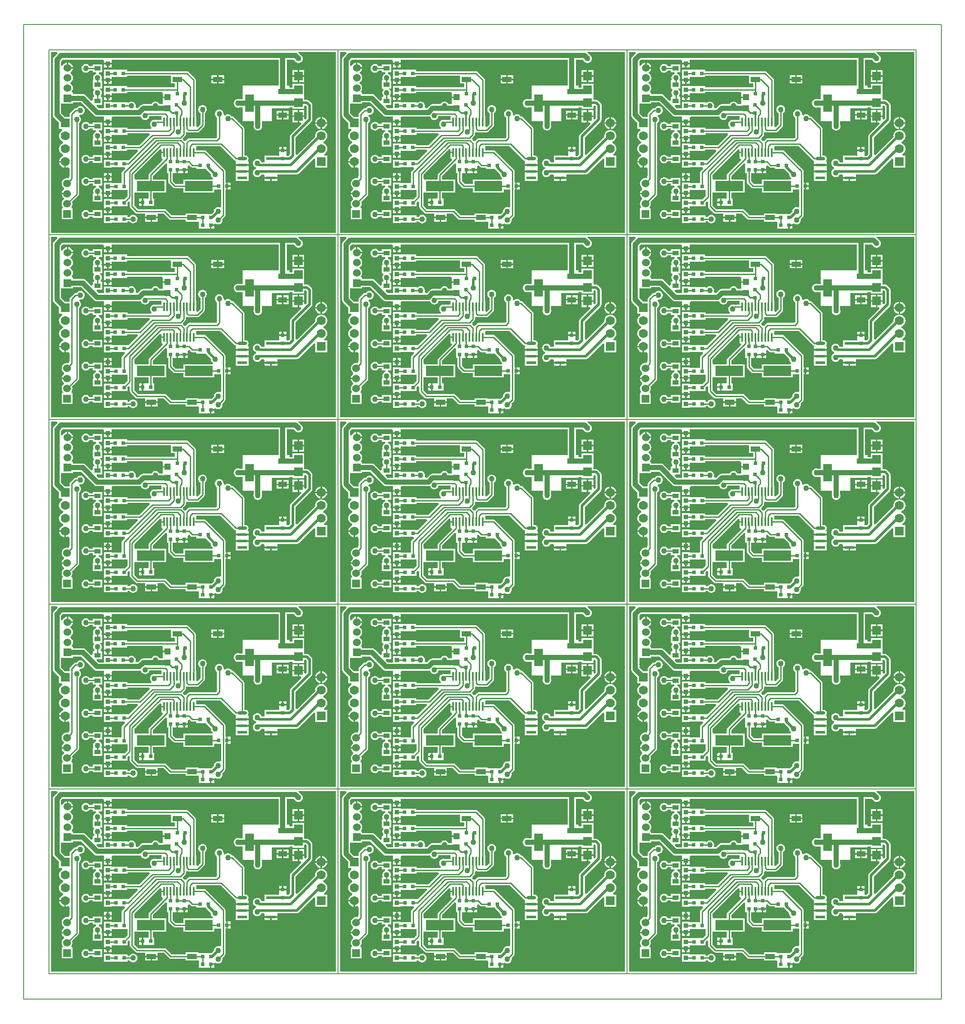
<source format=gtl>
%FSLAX25Y25*%
%MOIN*%
G70*
G01*
G75*
G04 Layer_Physical_Order=1*
G04 Layer_Color=65280*
%ADD10C,0.00787*%
%ADD11R,0.05000X0.03600*%
%ADD12R,0.03600X0.03600*%
%ADD13R,0.03150X0.03150*%
%ADD14R,0.07480X0.04000*%
%ADD15R,0.21654X0.07874*%
%ADD16R,0.03150X0.03150*%
%ADD17R,0.01654X0.07008*%
%ADD18R,0.07600X0.02400*%
%ADD19O,0.07600X0.02400*%
%ADD20R,0.05000X0.05000*%
%ADD21R,0.06890X0.04331*%
%ADD22R,0.06890X0.13583*%
%ADD23R,0.06693X0.07087*%
%ADD24C,0.00984*%
%ADD25C,0.03937*%
%ADD26C,0.01181*%
%ADD27C,0.01969*%
%ADD28C,0.01575*%
%ADD29R,0.06000X0.06000*%
%ADD30C,0.06000*%
%ADD31R,0.07000X0.07000*%
%ADD32C,0.07000*%
%ADD33C,0.04331*%
G36*
X87264Y65985D02*
Y64488D01*
X89273D01*
Y63307D01*
X87264D01*
Y59213D01*
X88093D01*
X88545Y58121D01*
X77928Y47504D01*
X77558Y46951D01*
X77428Y46298D01*
Y42913D01*
X67126D01*
Y42913D01*
X67108D01*
X66273Y43749D01*
Y46537D01*
X86173Y66437D01*
X87264Y65985D01*
D02*
G37*
G36*
X91732Y54940D02*
Y53937D01*
X91732Y53937D01*
X91732Y53150D01*
X91732D01*
Y47638D01*
X92782D01*
Y40945D01*
X92912Y40292D01*
X92912Y40292D01*
X92912Y40292D01*
X93282Y39739D01*
X96431Y36589D01*
X96985Y36219D01*
X96985Y36219D01*
X96985Y36219D01*
D01*
X96985Y36219D01*
X96985Y36219D01*
X97638Y36089D01*
X104527D01*
Y32677D01*
X128543D01*
Y35039D01*
X129134D01*
Y35039D01*
X133629D01*
Y21912D01*
X132647Y21256D01*
X132370Y21371D01*
X131496Y21486D01*
X130622Y21371D01*
X129808Y21033D01*
X129109Y20497D01*
X128573Y19798D01*
X128236Y18984D01*
X128121Y18110D01*
X128150Y17887D01*
X126405Y16142D01*
X122835D01*
D01*
D01*
X122835Y16142D01*
X122047D01*
Y16142D01*
X116535D01*
Y16142D01*
X116370D01*
X115945Y16567D01*
Y16567D01*
X106102D01*
Y15092D01*
X95195D01*
X90970Y19317D01*
X90417Y19686D01*
X89764Y19816D01*
X69211D01*
X66273Y22754D01*
Y32677D01*
X67126D01*
Y32677D01*
X77428D01*
Y27953D01*
X76426D01*
X76426Y27953D01*
Y27953D01*
X76378Y27953D01*
X75984D01*
X75590D01*
X75543Y27953D01*
X75543Y27953D01*
Y27953D01*
X73425D01*
Y25196D01*
Y22441D01*
X75590D01*
Y22441D01*
X76378D01*
X76426Y22441D01*
X76426Y22441D01*
Y22441D01*
X81890D01*
Y27953D01*
X80840D01*
Y32677D01*
X91142D01*
Y42913D01*
X80840D01*
Y45591D01*
X90641Y55392D01*
X91732Y54940D01*
D02*
G37*
G36*
X110211Y52731D02*
X110543Y52509D01*
X110765Y52361D01*
X111417Y52231D01*
X114567D01*
Y51181D01*
X120079D01*
Y51181D01*
X120079D01*
X120079Y51181D01*
X120866D01*
Y51181D01*
X121807D01*
X122061Y50801D01*
X125788Y47074D01*
X125759Y46850D01*
X125873Y45977D01*
X126211Y45163D01*
X126747Y44464D01*
X127310Y44032D01*
X126930Y42913D01*
X104527D01*
Y39501D01*
X98344D01*
X96194Y41651D01*
Y47638D01*
X99016D01*
Y50395D01*
X100197D01*
Y47638D01*
X102362D01*
Y47638D01*
X102362D01*
X102362Y47638D01*
X103197Y47638D01*
X103197Y47638D01*
Y47638D01*
X104528D01*
Y50395D01*
X105117D01*
Y50984D01*
X107874D01*
Y53102D01*
X107874Y53102D01*
D01*
X108709Y53937D01*
X109005D01*
X110211Y52731D01*
D02*
G37*
G36*
X222804Y1606D02*
X1606D01*
Y141701D01*
X6138D01*
X6590Y140610D01*
X4053Y138073D01*
X3548Y137415D01*
X3231Y136649D01*
X3122Y135827D01*
Y92953D01*
X3122Y92953D01*
X3122D01*
X3231Y92131D01*
X3548Y91364D01*
X4053Y90706D01*
X7917Y86842D01*
Y81972D01*
X10180D01*
X10411Y80814D01*
X10238Y80743D01*
X9260Y79992D01*
X8510Y79014D01*
X8038Y77876D01*
X7877Y76653D01*
X8038Y75432D01*
X8510Y74293D01*
X9260Y73315D01*
X10238Y72565D01*
X11011Y72244D01*
Y71063D01*
X10238Y70742D01*
X9260Y69992D01*
X8510Y69014D01*
X8038Y67875D01*
X7877Y66654D01*
X8038Y65431D01*
X8510Y64293D01*
X9260Y63315D01*
X10238Y62565D01*
X11011Y62244D01*
Y61063D01*
X10238Y60742D01*
X9260Y59992D01*
X8510Y59014D01*
X8038Y57876D01*
X7955Y57244D01*
X12599D01*
Y56655D01*
X13189D01*
Y52010D01*
X13820Y52093D01*
X14959Y52565D01*
X16011Y51194D01*
Y45638D01*
X15358Y44062D01*
X15123Y43856D01*
X14173Y43981D01*
X13082Y43837D01*
X12065Y43416D01*
X11191Y42746D01*
X10521Y41872D01*
X10100Y40855D01*
X9956Y39764D01*
X10100Y38672D01*
X10521Y37655D01*
X11191Y36782D01*
X11666Y36417D01*
Y35236D01*
X11191Y34872D01*
X10521Y33998D01*
X10100Y32981D01*
X10034Y32480D01*
X14174D01*
Y31299D01*
X10034D01*
X10100Y30798D01*
X10521Y29781D01*
X11191Y28908D01*
X11666Y28543D01*
Y27362D01*
X11191Y26998D01*
X10521Y26124D01*
X10100Y25107D01*
X9956Y24016D01*
X10100Y22924D01*
X10521Y21907D01*
X10924Y21382D01*
X10402Y20323D01*
X9992D01*
Y11961D01*
X18354D01*
Y20323D01*
X17945D01*
X17423Y21382D01*
X17825Y21907D01*
X18247Y22924D01*
X18390Y24016D01*
X18247Y25107D01*
X18080Y25510D01*
X22860Y30290D01*
X23230Y30843D01*
X23230Y30843D01*
X23230Y30843D01*
X23359Y31496D01*
Y86461D01*
X24040Y86983D01*
X24577Y87682D01*
X24914Y88496D01*
X25029Y89370D01*
X24914Y90244D01*
X24577Y91058D01*
X24040Y91757D01*
X23690Y92025D01*
X24142Y93116D01*
X24409Y93081D01*
X25283Y93196D01*
X26097Y93534D01*
X26796Y94070D01*
X27333Y94769D01*
X27670Y95583D01*
X27785Y96457D01*
X27670Y97330D01*
X27333Y98144D01*
X26796Y98843D01*
X26097Y99380D01*
X25283Y99717D01*
X24409Y99832D01*
X23536Y99717D01*
X22722Y99380D01*
X22023Y98843D01*
X21500Y98163D01*
X20866D01*
X20213Y98033D01*
X19660Y97663D01*
X16510Y94513D01*
X16140Y93960D01*
X16011Y93307D01*
Y91335D01*
X12410D01*
X9476Y94269D01*
Y101724D01*
X10386D01*
Y101724D01*
X18748D01*
Y102729D01*
X25062D01*
X35155Y92636D01*
X35813Y92131D01*
X36579Y91813D01*
X37402Y91705D01*
X42688D01*
Y90796D01*
X42688D01*
Y88406D01*
X48650D01*
Y90796D01*
X48650D01*
Y90870D01*
X49486Y91705D01*
X70206D01*
X71028Y91813D01*
X71149Y91864D01*
X71159Y91868D01*
X71543Y91646D01*
X71880Y90832D01*
X72417Y90133D01*
X73116Y89596D01*
X73930Y89259D01*
X74803Y89144D01*
X75677Y89259D01*
X76491Y89596D01*
X77190Y90133D01*
X77726Y90832D01*
X78063Y91646D01*
X78110Y91995D01*
X87264D01*
Y91969D01*
X87264D01*
Y88990D01*
X83346D01*
X83112Y88943D01*
X82763Y89087D01*
X81890Y89202D01*
X81016Y89087D01*
X80202Y88750D01*
X79503Y88213D01*
X78967Y87514D01*
X78629Y86700D01*
X78514Y85827D01*
X78629Y84953D01*
X78967Y84139D01*
X79503Y83440D01*
X79895Y83139D01*
X79515Y82021D01*
X61024D01*
Y83071D01*
X55560D01*
X55560Y83071D01*
Y83071D01*
X55512Y83071D01*
X55118D01*
X54724D01*
X54677Y83071D01*
X54677Y83071D01*
Y83071D01*
X49213D01*
Y83071D01*
X48876D01*
X48650Y83296D01*
Y83296D01*
X42688D01*
Y77334D01*
Y75807D01*
X48650D01*
Y77334D01*
Y77559D01*
X49213D01*
Y77559D01*
X54724D01*
Y77559D01*
X55512D01*
X55560Y77559D01*
X55560Y77559D01*
Y77559D01*
X61024D01*
Y78609D01*
X77803D01*
X78255Y77518D01*
X70160Y69423D01*
X60630D01*
Y70472D01*
X55166D01*
X55166Y70472D01*
Y70472D01*
X55118Y70472D01*
X54724D01*
X54331D01*
X54283Y70472D01*
X54283Y70472D01*
Y70472D01*
X48819D01*
D01*
X48819D01*
X48650Y70641D01*
Y70698D01*
X42688D01*
Y64735D01*
Y63209D01*
X48650D01*
Y64735D01*
Y64961D01*
X48819D01*
Y64961D01*
X54331D01*
Y64961D01*
X55118D01*
X55166Y64961D01*
X55166Y64961D01*
Y64961D01*
X60630D01*
Y66010D01*
X68748D01*
X69200Y64919D01*
X62154Y57874D01*
X61024Y57874D01*
Y57874D01*
X55560D01*
X55560Y57874D01*
Y57874D01*
X55512Y57874D01*
X55118D01*
X54724D01*
X54677Y57874D01*
X54677Y57874D01*
Y57874D01*
X49213D01*
Y57874D01*
X48876D01*
X48650Y58099D01*
Y58099D01*
X42688D01*
Y52137D01*
X48650D01*
Y52362D01*
X49213D01*
Y52362D01*
X54724D01*
Y52362D01*
X55512D01*
X55560Y52362D01*
X55560Y52362D01*
Y52362D01*
X58643D01*
X59095Y51271D01*
X57061Y49238D01*
X56692Y48684D01*
X56562Y48031D01*
Y40157D01*
X55560D01*
X55560Y40157D01*
Y40157D01*
X55512Y40157D01*
X55118D01*
X54724D01*
X54677Y40157D01*
X54677Y40157D01*
Y40157D01*
X49213D01*
Y40157D01*
X48876D01*
X48650Y40383D01*
Y40383D01*
X42688D01*
Y34420D01*
Y32894D01*
X48650D01*
Y34420D01*
Y34646D01*
X49213D01*
Y34646D01*
X54724D01*
Y34646D01*
X55512D01*
X55560Y34646D01*
X55560Y34646D01*
Y34646D01*
X61024D01*
D01*
X61024D01*
X61089Y34580D01*
Y30037D01*
X58611Y27559D01*
X55560D01*
X55560Y27559D01*
Y27559D01*
X55512Y27559D01*
X55118D01*
X54724D01*
X54677Y27559D01*
X54677Y27559D01*
Y27559D01*
X49213D01*
Y27559D01*
X48876D01*
X48650Y27784D01*
Y27784D01*
X42688D01*
Y21822D01*
Y20295D01*
X48650D01*
Y21822D01*
Y22047D01*
X49213D01*
Y22047D01*
X54724D01*
Y22047D01*
X55512D01*
X55560Y22047D01*
X55560Y22047D01*
Y22047D01*
X61024D01*
Y25139D01*
X62006Y25795D01*
X62861Y25440D01*
Y22047D01*
X62991Y21394D01*
X62991Y21394D01*
X62991Y21394D01*
X63361Y20841D01*
X67298Y16904D01*
X67851Y16534D01*
X68504Y16404D01*
X74606D01*
Y13976D01*
X84449D01*
Y16404D01*
X89057D01*
X93282Y12179D01*
X93835Y11810D01*
X93835Y11810D01*
X93835Y11810D01*
D01*
X93835Y11810D01*
X93835Y11810D01*
X94488Y11680D01*
X106102D01*
Y10205D01*
X115945D01*
D01*
X115945D01*
X116535Y9614D01*
Y4724D01*
X122047D01*
X122047Y4724D01*
Y4724D01*
X122047D01*
X122835D01*
X122882Y4724D01*
X122882Y4724D01*
Y4724D01*
X125000D01*
Y7481D01*
X125590D01*
Y8071D01*
X128347D01*
Y8281D01*
X129406Y8803D01*
X129808Y8494D01*
X130622Y8157D01*
X131496Y8042D01*
X132370Y8157D01*
X133184Y8494D01*
X133883Y9031D01*
X134419Y9730D01*
X134756Y10544D01*
X134871Y11417D01*
X134759Y12268D01*
X136541Y14050D01*
X136911Y14603D01*
X136911Y14603D01*
X136911Y14603D01*
X137041Y15256D01*
Y35039D01*
X137598D01*
Y37794D01*
Y40551D01*
X137041D01*
Y49311D01*
X136911Y49964D01*
X136763Y50186D01*
X136541Y50517D01*
X121954Y65104D01*
X121401Y65474D01*
X120748Y65604D01*
X114311D01*
Y68583D01*
D01*
Y68583D01*
X114495Y68766D01*
X133152D01*
X144069Y57849D01*
X144623Y57479D01*
X145019Y57400D01*
Y56436D01*
X145019D01*
Y54646D01*
X154981D01*
Y56436D01*
X154981D01*
X154966Y56438D01*
X154410Y57478D01*
X154843Y58126D01*
X155028Y59055D01*
X154843Y59984D01*
X154317Y60772D01*
X153529Y61298D01*
X152600Y61483D01*
X151706D01*
Y82284D01*
X151576Y82936D01*
X151428Y83158D01*
X151206Y83490D01*
X143332Y91364D01*
X142779Y91734D01*
X142126Y91864D01*
X141885D01*
X141363Y92544D01*
X140664Y93081D01*
X139850Y93418D01*
X138976Y93533D01*
X138103Y93418D01*
X137289Y93081D01*
X136609Y92559D01*
X136452Y92650D01*
X135606Y93299D01*
X135659Y93701D01*
X135544Y94574D01*
X135207Y95388D01*
X134670Y96087D01*
X133971Y96624D01*
X133157Y96961D01*
X132283Y97076D01*
X131410Y96961D01*
X130596Y96624D01*
X129897Y96087D01*
X129360Y95388D01*
X129023Y94574D01*
X128908Y93701D01*
X129023Y92827D01*
X129360Y92013D01*
X129897Y91314D01*
X130578Y90792D01*
Y75903D01*
X129608Y74934D01*
X109055D01*
X108402Y74805D01*
X107849Y74435D01*
X106299Y72885D01*
X105118D01*
X104184Y73819D01*
Y75000D01*
X105832Y76648D01*
X106202Y77201D01*
X106202Y77201D01*
X106202Y77201D01*
X106332Y77854D01*
Y79119D01*
X107374Y79676D01*
X107615Y79514D01*
X108268Y79385D01*
X115342D01*
X115995Y79514D01*
X116549Y79884D01*
X120498Y83833D01*
X120868Y84386D01*
X120868Y84386D01*
X120868Y84386D01*
X120997Y85039D01*
Y94335D01*
X121678Y94857D01*
X122214Y95556D01*
X122552Y96371D01*
X122667Y97244D01*
X122552Y98118D01*
X122214Y98932D01*
X121678Y99631D01*
X120979Y100167D01*
X120165Y100504D01*
X119291Y100619D01*
X118418Y100504D01*
X117604Y100167D01*
X116905Y99631D01*
X116368Y98932D01*
X116031Y98118D01*
X115916Y97244D01*
X116031Y96371D01*
X116368Y95556D01*
X116905Y94857D01*
X117585Y94335D01*
Y85746D01*
X115402Y83563D01*
X114311Y84015D01*
Y91969D01*
X114009D01*
Y119980D01*
X113879Y120633D01*
X113731Y120855D01*
X113510Y121187D01*
X108293Y126403D01*
X107739Y126773D01*
X107087Y126903D01*
X60630D01*
Y127953D01*
X55166D01*
X55166Y127953D01*
Y127953D01*
X55118Y127953D01*
X54724D01*
X54331D01*
X54283Y127953D01*
X54283Y127953D01*
Y127953D01*
X48819D01*
D01*
X48819D01*
X48650Y128121D01*
Y128178D01*
X42688D01*
Y122216D01*
Y120689D01*
X48650D01*
Y122216D01*
Y122441D01*
X48819D01*
Y122441D01*
X54331D01*
X54331Y122441D01*
Y122441D01*
X54331D01*
X55118D01*
X55166Y122441D01*
X55166Y122441D01*
Y122441D01*
X60630D01*
Y123491D01*
X94685D01*
Y117291D01*
X97900D01*
Y114304D01*
X60630D01*
Y115354D01*
X55166D01*
X55166Y115354D01*
Y115354D01*
X55118Y115354D01*
X54724D01*
X54331D01*
X54283Y115354D01*
X54283Y115354D01*
Y115354D01*
X48819D01*
D01*
X48819D01*
X48650Y115523D01*
Y115579D01*
X42688D01*
Y109617D01*
Y108091D01*
X48650D01*
Y109617D01*
Y109843D01*
X48819D01*
Y109843D01*
X54331D01*
X54331Y109843D01*
Y109843D01*
X54331D01*
X55118D01*
X55166Y109843D01*
X55166Y109843D01*
Y109843D01*
X60630D01*
Y110892D01*
X87610D01*
X88445Y110057D01*
Y107203D01*
X92127D01*
Y106022D01*
X88445D01*
Y102931D01*
X88445Y102931D01*
X88445Y101793D01*
D01*
X88445Y101289D01*
X85765D01*
X85600Y101688D01*
X85064Y102387D01*
X84365Y102923D01*
X83551Y103260D01*
X82677Y103375D01*
X81804Y103260D01*
X80989Y102923D01*
X80290Y102387D01*
X79754Y101688D01*
X79589Y101289D01*
X73436D01*
X72614Y101181D01*
X71848Y100863D01*
X71190Y100358D01*
X69047Y98216D01*
X67872Y98332D01*
X67398Y99041D01*
X67434Y99126D01*
X67549Y100000D01*
X67434Y100874D01*
X67096Y101688D01*
X66560Y102387D01*
X65861Y102923D01*
X65047Y103260D01*
X64173Y103375D01*
X63300Y103260D01*
X62486Y102923D01*
X61787Y102387D01*
X61748Y102337D01*
X60630Y102717D01*
Y102756D01*
X55118D01*
D01*
D01*
X55118Y102756D01*
X54331D01*
Y102756D01*
X48819D01*
D01*
X48819D01*
X48650Y102924D01*
Y102981D01*
X42688D01*
Y98059D01*
X38717D01*
X37048Y99728D01*
X37500Y100819D01*
X41350D01*
Y106781D01*
X41002D01*
X40182Y107850D01*
X40718Y108549D01*
X41056Y109363D01*
X41171Y110236D01*
X41056Y111110D01*
X40718Y111924D01*
X40182Y112623D01*
X39483Y113159D01*
X39534Y113417D01*
X41350D01*
Y119379D01*
X41350D01*
X40718Y119966D01*
X40718Y119966D01*
X41056Y120780D01*
X41171Y121653D01*
X41056Y122527D01*
X40718Y123341D01*
X40182Y124040D01*
X39483Y124577D01*
X38805Y124857D01*
X39036Y126016D01*
X41350D01*
Y131978D01*
X33988D01*
Y130840D01*
X31649D01*
X31127Y131521D01*
X30428Y132057D01*
X29614Y132394D01*
X28740Y132509D01*
X27867Y132394D01*
X27053Y132057D01*
X26353Y131521D01*
X25817Y130822D01*
X25480Y130007D01*
X25365Y129134D01*
X25480Y128260D01*
X25817Y127446D01*
X26353Y126747D01*
X27053Y126211D01*
X27867Y125873D01*
X28740Y125759D01*
X29614Y125873D01*
X30428Y126211D01*
X31127Y126747D01*
X31649Y127428D01*
X33988D01*
Y126016D01*
X36555D01*
X36785Y124857D01*
X36108Y124577D01*
X35409Y124040D01*
X34872Y123341D01*
X34535Y122527D01*
X34420Y121653D01*
X34535Y120780D01*
X34708Y120362D01*
X34052Y119379D01*
X33988D01*
Y113417D01*
X34683D01*
X35205Y112358D01*
X34872Y111924D01*
X34535Y111110D01*
X34420Y110236D01*
X34535Y109363D01*
X34872Y108549D01*
X35409Y107850D01*
X34589Y106781D01*
X33988D01*
Y104331D01*
X32897Y103879D01*
X28624Y108152D01*
X27966Y108657D01*
X27200Y108974D01*
X26378Y109082D01*
X18748D01*
Y110087D01*
X18339D01*
X17816Y111146D01*
X18219Y111671D01*
X18640Y112688D01*
X18784Y113779D01*
X18640Y114871D01*
X18219Y115888D01*
X17549Y116762D01*
X16676Y117432D01*
Y118001D01*
X17549Y118672D01*
X18219Y119545D01*
X18640Y120562D01*
X18784Y121653D01*
X18640Y122745D01*
X18219Y123762D01*
X17549Y124636D01*
X16676Y125306D01*
Y125875D01*
X17549Y126546D01*
X18219Y127419D01*
X18640Y128436D01*
X18706Y128937D01*
X14566D01*
Y129526D01*
X13976D01*
Y133667D01*
X13475Y133601D01*
X12458Y133180D01*
X11585Y132510D01*
X10915Y131636D01*
X10634Y130959D01*
X9476Y131190D01*
Y134511D01*
X10765Y135800D01*
X41853D01*
X42688Y134964D01*
Y133287D01*
X48650D01*
Y134964D01*
X48650Y134964D01*
D01*
D01*
X48650Y135678D01*
D01*
X48772Y135800D01*
X178319D01*
Y115748D01*
X150394D01*
Y105145D01*
X147926D01*
X147724Y105229D01*
X146850Y105344D01*
X145977Y105229D01*
X145163Y104892D01*
X144464Y104355D01*
X143927Y103656D01*
X143590Y102842D01*
X143475Y101969D01*
X143590Y101095D01*
X143927Y100281D01*
X144464Y99582D01*
X145163Y99045D01*
X145977Y98708D01*
X146850Y98593D01*
X147724Y98708D01*
X147926Y98792D01*
X150394D01*
Y88189D01*
X159028D01*
Y85327D01*
X158944Y85126D01*
X158829Y84252D01*
X158944Y83378D01*
X159282Y82564D01*
X159818Y81865D01*
X160517Y81329D01*
X161331Y80992D01*
X162205Y80877D01*
X163078Y80992D01*
X163892Y81329D01*
X164591Y81865D01*
X165128Y82564D01*
X165465Y83378D01*
X165580Y84252D01*
X165465Y85126D01*
X165382Y85327D01*
Y88189D01*
X173228D01*
Y98032D01*
X186614D01*
Y98792D01*
X189173D01*
Y97835D01*
X198228D01*
Y99862D01*
X199320Y100314D01*
X200154Y99479D01*
Y90285D01*
X199320Y89450D01*
X198228Y89902D01*
Y91339D01*
X194291D01*
Y87205D01*
X195531D01*
X195983Y86114D01*
X187809Y77939D01*
X187330Y77223D01*
X187162Y76378D01*
Y62332D01*
X186093Y61263D01*
X184252D01*
Y61763D01*
Y61763D01*
D01*
D01*
D01*
X184252Y61811D01*
Y61997D01*
Y62205D01*
Y62331D01*
Y62598D01*
X184252Y62633D01*
X184252Y62646D01*
X184252Y62646D01*
X184252D01*
Y64764D01*
X178740D01*
Y62646D01*
X178740Y62646D01*
X178740D01*
X178740Y62598D01*
Y61811D01*
X178740D01*
X178740Y61263D01*
X177481D01*
Y61436D01*
X167519D01*
Y56674D01*
X167519Y56674D01*
X167519Y56436D01*
D01*
X167519Y56263D01*
X165087D01*
X165071Y56385D01*
X164734Y57200D01*
X164198Y57898D01*
X163499Y58435D01*
X162685Y58772D01*
X161811Y58887D01*
X160937Y58772D01*
X160123Y58435D01*
X159424Y57898D01*
X158888Y57200D01*
X158551Y56385D01*
X158436Y55512D01*
X158551Y54638D01*
X158888Y53824D01*
X159424Y53125D01*
X160123Y52589D01*
X160670Y52362D01*
Y51181D01*
X160123Y50955D01*
X159424Y50418D01*
X158888Y49719D01*
X158551Y48905D01*
X158436Y48031D01*
X158551Y47158D01*
X158888Y46344D01*
X159424Y45645D01*
X160123Y45108D01*
X160937Y44771D01*
X161811Y44656D01*
X162685Y44771D01*
X163499Y45108D01*
X164198Y45645D01*
X164734Y46344D01*
X164943Y46847D01*
X166684D01*
X167519Y46012D01*
Y44646D01*
X177481D01*
Y45839D01*
X177481Y45839D01*
D01*
D01*
X177481Y46436D01*
X177481Y46674D01*
D01*
X177481D01*
Y46674D01*
D01*
Y46693D01*
X177481Y46847D01*
X192362D01*
X193207Y47015D01*
X193923Y47494D01*
X193923Y47494D01*
X193923Y47494D01*
X205645Y59216D01*
X206736Y58764D01*
Y51973D01*
X216098D01*
Y61335D01*
X213836D01*
X213605Y62493D01*
X213778Y62565D01*
X214756Y63315D01*
X215506Y64293D01*
X215978Y65431D01*
X216139Y66654D01*
X215978Y67876D01*
X215506Y69014D01*
X214756Y69992D01*
X213778Y70742D01*
X213004Y71063D01*
Y72244D01*
X213778Y72565D01*
X214756Y73315D01*
X215506Y74293D01*
X215978Y75432D01*
X216139Y76653D01*
X215978Y77876D01*
X215506Y79014D01*
X214756Y79992D01*
X213778Y80743D01*
X212639Y81214D01*
X211417Y81375D01*
X210195Y81214D01*
X209057Y80743D01*
X208079Y79992D01*
X207328Y79014D01*
X206857Y77876D01*
X206696Y76653D01*
X206776Y76041D01*
X192669Y61933D01*
X191578Y62385D01*
Y75463D01*
X203923Y87809D01*
X204402Y88525D01*
X204570Y89370D01*
X204570Y89370D01*
X204570Y89370D01*
Y89370D01*
Y100394D01*
D01*
Y100394D01*
X204570D01*
D01*
Y100394D01*
X204570D01*
Y100394D01*
X204570Y100394D01*
X204570Y100394D01*
D01*
D01*
D01*
D01*
X204402Y101239D01*
X204240Y101480D01*
X204240Y101480D01*
X203923Y101955D01*
Y101955D01*
X203923Y101955D01*
X201758Y104120D01*
X201042Y104599D01*
X200197Y104767D01*
X198228D01*
Y107283D01*
D01*
Y107283D01*
X198228Y107283D01*
Y107677D01*
X198228D01*
Y117126D01*
X189173D01*
Y114200D01*
X186614D01*
Y115748D01*
X184673D01*
Y135800D01*
X190023D01*
X190694Y135128D01*
X190778Y134926D01*
X191314Y134227D01*
X192013Y133691D01*
X192827Y133354D01*
X193701Y133239D01*
X194574Y133354D01*
X195388Y133691D01*
X196088Y134227D01*
X196624Y134926D01*
X196961Y135741D01*
X197076Y136614D01*
X196961Y137488D01*
X196624Y138302D01*
X196088Y139001D01*
X195388Y139537D01*
X195187Y139621D01*
X193585Y141223D01*
X193747Y141701D01*
X222804D01*
Y1606D01*
D02*
G37*
%LPC*%
G36*
X45079Y47883D02*
X42688D01*
Y45492D01*
X45079D01*
Y47883D01*
D02*
G37*
G36*
X48650D02*
X46260D01*
Y45492D01*
X48650D01*
Y47883D01*
D02*
G37*
G36*
Y44311D02*
X46260D01*
Y41921D01*
X48650D01*
Y44311D01*
D02*
G37*
G36*
X45079D02*
X42688D01*
Y41921D01*
X45079D01*
Y44311D01*
D02*
G37*
G36*
X177481Y43465D02*
X173091D01*
Y41674D01*
X177481D01*
Y43465D01*
D02*
G37*
G36*
X45079Y62028D02*
X42688D01*
Y59637D01*
X45079D01*
Y62028D01*
D02*
G37*
G36*
X48650D02*
X46260D01*
Y59637D01*
X48650D01*
Y62028D01*
D02*
G37*
G36*
X180905Y68110D02*
X178740D01*
Y65945D01*
X180905D01*
Y68110D01*
D02*
G37*
G36*
X28740Y62037D02*
X27867Y61922D01*
X27053Y61585D01*
X26353Y61048D01*
X25817Y60349D01*
X25480Y59535D01*
X25365Y58661D01*
X25480Y57788D01*
X25817Y56974D01*
X26353Y56275D01*
X27053Y55738D01*
X27867Y55401D01*
X28740Y55286D01*
X29614Y55401D01*
X30428Y55738D01*
X31127Y56275D01*
X31649Y56955D01*
X33988D01*
Y55937D01*
X41350D01*
Y61899D01*
X33988D01*
Y60367D01*
X31649D01*
X31127Y61048D01*
X30428Y61585D01*
X29614Y61922D01*
X28740Y62037D01*
D02*
G37*
G36*
X107874Y49803D02*
X105709D01*
Y47638D01*
X107874D01*
Y49803D01*
D02*
G37*
G36*
X154981Y53465D02*
X145019D01*
Y52271D01*
X145019Y52271D01*
X145019D01*
X145019Y51674D01*
Y51436D01*
X145019Y51436D01*
X145019Y51436D01*
Y49646D01*
X154981D01*
Y50839D01*
X154981Y50839D01*
D01*
D01*
X154981Y51436D01*
Y51453D01*
Y51555D01*
X154981Y51674D01*
X154981Y52271D01*
X154981Y52271D01*
X154981D01*
Y53465D01*
D02*
G37*
G36*
X12008Y56063D02*
X7955D01*
X8038Y55431D01*
X8510Y54293D01*
X9260Y53315D01*
X10238Y52565D01*
X11376Y52093D01*
X12008Y52010D01*
Y56063D01*
D02*
G37*
G36*
X171909Y43465D02*
X167519D01*
Y41674D01*
X171909D01*
Y43465D01*
D02*
G37*
G36*
X65354Y15580D02*
X64481Y15465D01*
X63667Y15128D01*
X62968Y14591D01*
X62445Y13911D01*
X61024D01*
Y14961D01*
X55560D01*
X55560Y14961D01*
Y14961D01*
X55512Y14961D01*
X55118D01*
X54724D01*
X54677Y14961D01*
X54677Y14961D01*
Y14961D01*
X49213D01*
Y14961D01*
X48876D01*
X48650Y15186D01*
Y15186D01*
X42688D01*
Y9224D01*
X48650D01*
Y9449D01*
X49213D01*
Y9449D01*
X54724D01*
Y9449D01*
X55512D01*
X55560Y9449D01*
X55560Y9449D01*
Y9449D01*
X61024D01*
Y10499D01*
X62445D01*
X62968Y9818D01*
X63667Y9282D01*
X64481Y8944D01*
X65354Y8829D01*
X66228Y8944D01*
X67042Y9282D01*
X67741Y9818D01*
X68277Y10517D01*
X68615Y11331D01*
X68730Y12205D01*
X68615Y13078D01*
X68277Y13892D01*
X67741Y14591D01*
X67042Y15128D01*
X66228Y15465D01*
X65354Y15580D01*
D02*
G37*
G36*
X45079Y19114D02*
X42688D01*
Y16724D01*
X45079D01*
Y19114D01*
D02*
G37*
G36*
X48650D02*
X46260D01*
Y16724D01*
X48650D01*
Y19114D01*
D02*
G37*
G36*
X28740Y19123D02*
X27867Y19008D01*
X27053Y18671D01*
X26353Y18135D01*
X25817Y17436D01*
X25480Y16622D01*
X25365Y15748D01*
X25480Y14874D01*
X25817Y14060D01*
X26353Y13361D01*
X27053Y12825D01*
X27867Y12488D01*
X28740Y12373D01*
X29614Y12488D01*
X30428Y12825D01*
X31127Y13361D01*
X31649Y14042D01*
X33988D01*
Y13024D01*
X41350D01*
Y18986D01*
X33988D01*
Y17454D01*
X31649D01*
X31127Y18135D01*
X30428Y18671D01*
X29614Y19008D01*
X28740Y19123D01*
D02*
G37*
G36*
X128347Y6890D02*
X126181D01*
Y4724D01*
X128347D01*
Y6890D01*
D02*
G37*
G36*
X78937Y12795D02*
X74606D01*
Y10205D01*
X78937D01*
Y12795D01*
D02*
G37*
G36*
X84449D02*
X80118D01*
Y10205D01*
X84449D01*
Y12795D01*
D02*
G37*
G36*
X72244Y24606D02*
X70079D01*
Y22441D01*
X72244D01*
Y24606D01*
D02*
G37*
G36*
X140945Y37205D02*
X138779D01*
Y35039D01*
X140945D01*
Y37205D01*
D02*
G37*
G36*
Y40551D02*
X138779D01*
Y38386D01*
X140945D01*
Y40551D01*
D02*
G37*
G36*
X154981Y48465D02*
X145019D01*
Y47271D01*
X145019Y47271D01*
X145019D01*
X145019Y46674D01*
Y46436D01*
X145019Y46436D01*
X145019Y46436D01*
Y41674D01*
X154981D01*
Y45839D01*
X154981Y45839D01*
D01*
D01*
X154981Y46436D01*
Y46453D01*
Y46555D01*
X154981Y46674D01*
X154981Y47271D01*
X154981Y47271D01*
X154981D01*
Y48465D01*
D02*
G37*
G36*
X48650Y31713D02*
X46260D01*
Y29322D01*
X48650D01*
Y31713D01*
D02*
G37*
G36*
X28740Y44714D02*
X27867Y44599D01*
X27053Y44262D01*
X26353Y43725D01*
X25817Y43026D01*
X25480Y42212D01*
X25365Y41339D01*
X25480Y40465D01*
X25817Y39651D01*
X26353Y38952D01*
X27053Y38416D01*
X27867Y38078D01*
X28740Y37963D01*
X29614Y38078D01*
X30428Y38416D01*
X31127Y38952D01*
X31649Y39633D01*
X33988D01*
Y38221D01*
X36555D01*
X36785Y37062D01*
X36108Y36781D01*
X35409Y36245D01*
X34872Y35546D01*
X34535Y34732D01*
X34420Y33858D01*
X34535Y32985D01*
X34708Y32566D01*
X34052Y31584D01*
X33988D01*
Y25622D01*
X41350D01*
Y31584D01*
X41350D01*
X40718Y32171D01*
X40718Y32171D01*
X41056Y32985D01*
X41171Y33858D01*
X41056Y34732D01*
X40718Y35546D01*
X40182Y36245D01*
X39483Y36781D01*
X38805Y37062D01*
X39036Y38221D01*
X41350D01*
Y44183D01*
X33988D01*
Y43045D01*
X31649D01*
X31127Y43725D01*
X30428Y44262D01*
X29614Y44599D01*
X28740Y44714D01*
D02*
G37*
G36*
X72244Y27953D02*
X70079D01*
Y25787D01*
X72244D01*
Y27953D01*
D02*
G37*
G36*
X45079Y31713D02*
X42688D01*
Y29322D01*
X45079D01*
Y31713D01*
D02*
G37*
G36*
X184252Y68110D02*
X182087D01*
Y65945D01*
X184252D01*
Y68110D01*
D02*
G37*
G36*
X130512Y119882D02*
X126181D01*
Y117291D01*
X130512D01*
Y119882D01*
D02*
G37*
G36*
X136024D02*
X131693D01*
Y117291D01*
X136024D01*
Y119882D01*
D02*
G37*
G36*
X193110Y122441D02*
X189173D01*
Y118307D01*
X193110D01*
Y122441D01*
D02*
G37*
G36*
X48650Y119508D02*
X46260D01*
Y117117D01*
X48650D01*
Y119508D01*
D02*
G37*
G36*
X45079Y106909D02*
X42688D01*
Y104519D01*
X45079D01*
Y106909D01*
D02*
G37*
G36*
X48650D02*
X46260D01*
Y104519D01*
X48650D01*
Y106909D01*
D02*
G37*
G36*
X45079Y119508D02*
X42688D01*
Y117117D01*
X45079D01*
Y119508D01*
D02*
G37*
G36*
X198228Y122441D02*
X194291D01*
Y118307D01*
X198228D01*
Y122441D01*
D02*
G37*
G36*
X45079Y132106D02*
X42688D01*
Y129716D01*
X45079D01*
Y132106D01*
D02*
G37*
G36*
X48650D02*
X46260D01*
Y129716D01*
X48650D01*
Y132106D01*
D02*
G37*
G36*
X15157Y133667D02*
Y130118D01*
X18706D01*
X18640Y130619D01*
X18219Y131636D01*
X17549Y132510D01*
X16676Y133180D01*
X15658Y133601D01*
X15157Y133667D01*
D02*
G37*
G36*
X198228Y127756D02*
X194291D01*
Y123622D01*
X198228D01*
Y127756D01*
D02*
G37*
G36*
X130512Y123653D02*
X126181D01*
Y121063D01*
X130512D01*
Y123653D01*
D02*
G37*
G36*
X136024D02*
X131693D01*
Y121063D01*
X136024D01*
Y123653D01*
D02*
G37*
G36*
X193110Y127756D02*
X189173D01*
Y123622D01*
X193110D01*
Y127756D01*
D02*
G37*
G36*
X186122Y96260D02*
X182087D01*
Y93504D01*
X186122D01*
Y96260D01*
D02*
G37*
G36*
X216061Y86063D02*
X212008D01*
Y82010D01*
X212639Y82093D01*
X213778Y82565D01*
X214756Y83315D01*
X215506Y84293D01*
X215978Y85431D01*
X216061Y86063D01*
D02*
G37*
G36*
X45079Y87224D02*
X42688D01*
Y84834D01*
X45079D01*
Y87224D01*
D02*
G37*
G36*
X48650D02*
X46260D01*
Y84834D01*
X48650D01*
Y87224D01*
D02*
G37*
G36*
X210827Y86063D02*
X206774D01*
X206857Y85431D01*
X207328Y84293D01*
X208079Y83315D01*
X209057Y82565D01*
X210195Y82093D01*
X210827Y82010D01*
Y86063D01*
D02*
G37*
G36*
X28740Y87627D02*
X27867Y87512D01*
X27053Y87175D01*
X26353Y86639D01*
X25817Y85940D01*
X25480Y85126D01*
X25365Y84252D01*
X25480Y83378D01*
X25817Y82564D01*
X26353Y81865D01*
X27053Y81329D01*
X27867Y80992D01*
X28740Y80877D01*
X29614Y80992D01*
X30428Y81329D01*
X31127Y81865D01*
X31649Y82546D01*
X33988D01*
Y81134D01*
X36555D01*
X36785Y79975D01*
X36108Y79695D01*
X35409Y79158D01*
X34872Y78459D01*
X34535Y77645D01*
X34420Y76772D01*
X34535Y75898D01*
X34708Y75480D01*
X34052Y74498D01*
X33988D01*
Y68535D01*
X41350D01*
Y74498D01*
X41350D01*
X40718Y75084D01*
X40718Y75084D01*
X41056Y75898D01*
X41171Y76772D01*
X41056Y77645D01*
X40718Y78459D01*
X40182Y79158D01*
X39483Y79695D01*
X38805Y79975D01*
X39036Y81134D01*
X41350D01*
Y87096D01*
X33988D01*
Y85958D01*
X31649D01*
X31127Y86639D01*
X30428Y87175D01*
X29614Y87512D01*
X28740Y87627D01*
D02*
G37*
G36*
X45079Y74626D02*
X42688D01*
Y72235D01*
X45079D01*
Y74626D01*
D02*
G37*
G36*
X48650D02*
X46260D01*
Y72235D01*
X48650D01*
Y74626D01*
D02*
G37*
G36*
X193110Y91339D02*
X189173D01*
Y87205D01*
X193110D01*
Y91339D01*
D02*
G37*
G36*
Y96653D02*
X189173D01*
Y92520D01*
X193110D01*
Y96653D01*
D02*
G37*
G36*
X198228D02*
X194291D01*
Y92520D01*
X198228D01*
Y96653D01*
D02*
G37*
G36*
X180905Y96260D02*
X176870D01*
Y93504D01*
X180905D01*
Y96260D01*
D02*
G37*
G36*
X186122Y92323D02*
X182087D01*
Y89567D01*
X186122D01*
Y92323D01*
D02*
G37*
G36*
X210827Y91297D02*
X210195Y91214D01*
X209057Y90742D01*
X208079Y89992D01*
X207328Y89014D01*
X206857Y87876D01*
X206774Y87244D01*
X210827D01*
Y91297D01*
D02*
G37*
G36*
X212008D02*
Y87244D01*
X216061D01*
X215978Y87876D01*
X215506Y89014D01*
X214756Y89992D01*
X213778Y90742D01*
X212639Y91214D01*
X212008Y91297D01*
D02*
G37*
G36*
X180905Y92323D02*
X176870D01*
Y89567D01*
X180905D01*
Y92323D01*
D02*
G37*
%LPD*%
G36*
X311673Y65985D02*
Y64488D01*
X313682D01*
Y63307D01*
X311673D01*
Y59213D01*
X312502D01*
X312954Y58121D01*
X302337Y47504D01*
X301967Y46951D01*
X301837Y46298D01*
Y42913D01*
X291535D01*
Y42913D01*
X291517D01*
X290682Y43749D01*
Y46537D01*
X310582Y66437D01*
X311673Y65985D01*
D02*
G37*
G36*
X316142Y54940D02*
Y53937D01*
X316142Y53937D01*
X316142Y53150D01*
X316142D01*
Y47638D01*
X317192D01*
Y40945D01*
X317321Y40292D01*
X317321Y40292D01*
X317321Y40292D01*
X317691Y39739D01*
X320841Y36589D01*
X321394Y36219D01*
X321394Y36219D01*
X321394Y36219D01*
D01*
X321394Y36219D01*
X321394Y36219D01*
X322047Y36089D01*
X328937D01*
Y32677D01*
X352953D01*
Y35039D01*
X353543D01*
Y35039D01*
X358038D01*
Y21912D01*
X357056Y21256D01*
X356779Y21371D01*
X355906Y21486D01*
X355032Y21371D01*
X354218Y21033D01*
X353519Y20497D01*
X352982Y19798D01*
X352645Y18984D01*
X352530Y18110D01*
X352560Y17887D01*
X350815Y16142D01*
X347244D01*
D01*
D01*
X347244Y16142D01*
X346457D01*
Y16142D01*
X340945D01*
Y16142D01*
X340779D01*
X340354Y16567D01*
Y16567D01*
X330512D01*
Y15092D01*
X319604D01*
X315380Y19317D01*
X314826Y19686D01*
X314173Y19816D01*
X293620D01*
X290682Y22754D01*
Y32677D01*
X291535D01*
Y32677D01*
X301837D01*
Y27953D01*
X300835D01*
X300835Y27953D01*
Y27953D01*
X300787Y27953D01*
X300394D01*
X300000D01*
X299952Y27953D01*
X299952Y27953D01*
Y27953D01*
X297835D01*
Y25196D01*
Y22441D01*
X300000D01*
Y22441D01*
X300787D01*
X300835Y22441D01*
X300835Y22441D01*
Y22441D01*
X306299D01*
Y27953D01*
X305249D01*
Y32677D01*
X315551D01*
Y42913D01*
X305249D01*
Y45591D01*
X315051Y55392D01*
X316142Y54940D01*
D02*
G37*
G36*
X334620Y52731D02*
X334952Y52509D01*
X335174Y52361D01*
X335827Y52231D01*
X338976D01*
Y51181D01*
X344488D01*
Y51181D01*
X344488D01*
X344488Y51181D01*
X345276D01*
Y51181D01*
X346216D01*
X346470Y50801D01*
X350197Y47074D01*
X350168Y46850D01*
X350283Y45977D01*
X350620Y45163D01*
X351157Y44464D01*
X351719Y44032D01*
X351340Y42913D01*
X328937D01*
Y39501D01*
X322754D01*
X320604Y41651D01*
Y47638D01*
X323425D01*
Y50395D01*
X324606D01*
Y47638D01*
X326772D01*
Y47638D01*
X326772D01*
X326772Y47638D01*
X327607Y47638D01*
X327607Y47638D01*
Y47638D01*
X328937D01*
Y50395D01*
X329527D01*
Y50984D01*
X332283D01*
Y53102D01*
X332283Y53102D01*
D01*
X333119Y53937D01*
X333414D01*
X334620Y52731D01*
D02*
G37*
G36*
X447213Y1606D02*
X226015D01*
Y141701D01*
X230547D01*
X230999Y140610D01*
X228462Y138073D01*
X227958Y137415D01*
X227640Y136649D01*
X227532Y135827D01*
Y92953D01*
X227532Y92953D01*
X227532D01*
X227640Y92131D01*
X227958Y91364D01*
X228462Y90706D01*
X232327Y86842D01*
Y81972D01*
X234590D01*
X234820Y80814D01*
X234647Y80743D01*
X233669Y79992D01*
X232919Y79014D01*
X232447Y77876D01*
X232286Y76653D01*
X232447Y75432D01*
X232919Y74293D01*
X233669Y73315D01*
X234647Y72565D01*
X235421Y72244D01*
Y71063D01*
X234647Y70742D01*
X233669Y69992D01*
X232919Y69014D01*
X232447Y67875D01*
X232286Y66654D01*
X232447Y65431D01*
X232919Y64293D01*
X233669Y63315D01*
X234647Y62565D01*
X235421Y62244D01*
Y61063D01*
X234647Y60742D01*
X233669Y59992D01*
X232919Y59014D01*
X232447Y57876D01*
X232364Y57244D01*
X237009D01*
Y56655D01*
X237598D01*
Y52010D01*
X238230Y52093D01*
X239369Y52565D01*
X240420Y51194D01*
Y45638D01*
X239767Y44062D01*
X239532Y43856D01*
X238583Y43981D01*
X237491Y43837D01*
X236474Y43416D01*
X235601Y42746D01*
X234930Y41872D01*
X234509Y40855D01*
X234366Y39764D01*
X234509Y38672D01*
X234930Y37655D01*
X235601Y36782D01*
X236076Y36417D01*
Y35236D01*
X235601Y34872D01*
X234930Y33998D01*
X234509Y32981D01*
X234443Y32480D01*
X238584D01*
Y31299D01*
X234443D01*
X234509Y30798D01*
X234930Y29781D01*
X235601Y28908D01*
X236076Y28543D01*
Y27362D01*
X235601Y26998D01*
X234930Y26124D01*
X234509Y25107D01*
X234366Y24016D01*
X234509Y22924D01*
X234930Y21907D01*
X235333Y21382D01*
X234811Y20323D01*
X234402D01*
Y11961D01*
X242764D01*
Y20323D01*
X242354D01*
X241832Y21382D01*
X242235Y21907D01*
X242656Y22924D01*
X242800Y24016D01*
X242656Y25107D01*
X242489Y25510D01*
X247269Y30290D01*
X247639Y30843D01*
X247639Y30843D01*
X247639Y30843D01*
X247769Y31496D01*
Y86461D01*
X248450Y86983D01*
X248986Y87682D01*
X249324Y88496D01*
X249439Y89370D01*
X249324Y90244D01*
X248986Y91058D01*
X248450Y91757D01*
X248100Y92025D01*
X248552Y93116D01*
X248819Y93081D01*
X249693Y93196D01*
X250507Y93534D01*
X251206Y94070D01*
X251742Y94769D01*
X252079Y95583D01*
X252194Y96457D01*
X252079Y97330D01*
X251742Y98144D01*
X251206Y98843D01*
X250507Y99380D01*
X249693Y99717D01*
X248819Y99832D01*
X247945Y99717D01*
X247131Y99380D01*
X246432Y98843D01*
X245910Y98163D01*
X245276D01*
X244623Y98033D01*
X244069Y97663D01*
X240920Y94513D01*
X240550Y93960D01*
X240420Y93307D01*
Y91335D01*
X236819D01*
X233885Y94269D01*
Y101724D01*
X234795D01*
Y101724D01*
X243158D01*
Y102729D01*
X249471D01*
X259565Y92636D01*
X260223Y92131D01*
X260989Y91813D01*
X261811Y91705D01*
X267098D01*
Y90796D01*
X267098D01*
Y88406D01*
X273060D01*
Y90796D01*
X273060D01*
Y90870D01*
X273895Y91705D01*
X294615D01*
X295437Y91813D01*
X295558Y91864D01*
X295568Y91868D01*
X295952Y91646D01*
X296290Y90832D01*
X296826Y90133D01*
X297525Y89596D01*
X298339Y89259D01*
X299213Y89144D01*
X300086Y89259D01*
X300900Y89596D01*
X301599Y90133D01*
X302136Y90832D01*
X302473Y91646D01*
X302519Y91995D01*
X311673D01*
Y91969D01*
X311673D01*
Y88990D01*
X307756D01*
X307521Y88943D01*
X307173Y89087D01*
X306299Y89202D01*
X305426Y89087D01*
X304611Y88750D01*
X303912Y88213D01*
X303376Y87514D01*
X303039Y86700D01*
X302924Y85827D01*
X303039Y84953D01*
X303376Y84139D01*
X303912Y83440D01*
X304304Y83139D01*
X303925Y82021D01*
X285433D01*
Y83071D01*
X279969D01*
X279969Y83071D01*
Y83071D01*
X279921Y83071D01*
X279528D01*
X279134D01*
X279086Y83071D01*
X279086Y83071D01*
Y83071D01*
X273622D01*
Y83071D01*
X273285D01*
X273060Y83296D01*
Y83296D01*
X267098D01*
Y77334D01*
Y75807D01*
X273060D01*
Y77334D01*
Y77559D01*
X273622D01*
Y77559D01*
X279134D01*
Y77559D01*
X279921D01*
X279969Y77559D01*
X279969Y77559D01*
Y77559D01*
X285433D01*
Y78609D01*
X302212D01*
X302664Y77518D01*
X294569Y69423D01*
X285039D01*
Y70472D01*
X279575D01*
X279575Y70472D01*
Y70472D01*
X279528Y70472D01*
X279134D01*
X278740D01*
X278692Y70472D01*
X278692Y70472D01*
Y70472D01*
X273228D01*
D01*
X273228D01*
X273060Y70641D01*
Y70698D01*
X267098D01*
Y64735D01*
Y63209D01*
X273060D01*
Y64735D01*
Y64961D01*
X273228D01*
Y64961D01*
X278740D01*
Y64961D01*
X279528D01*
X279575Y64961D01*
X279575Y64961D01*
Y64961D01*
X285039D01*
Y66010D01*
X293157D01*
X293609Y64919D01*
X286564Y57874D01*
X285433Y57874D01*
Y57874D01*
X279969D01*
X279969Y57874D01*
Y57874D01*
X279921Y57874D01*
X279528D01*
X279134D01*
X279086Y57874D01*
X279086Y57874D01*
Y57874D01*
X273622D01*
Y57874D01*
X273285D01*
X273060Y58099D01*
Y58099D01*
X267098D01*
Y52137D01*
X273060D01*
Y52362D01*
X273622D01*
Y52362D01*
X279134D01*
Y52362D01*
X279921D01*
X279969Y52362D01*
X279969Y52362D01*
Y52362D01*
X283052D01*
X283504Y51271D01*
X281471Y49238D01*
X281101Y48684D01*
X280971Y48031D01*
Y40157D01*
X279969D01*
X279969Y40157D01*
Y40157D01*
X279921Y40157D01*
X279528D01*
X279134D01*
X279086Y40157D01*
X279086Y40157D01*
Y40157D01*
X273622D01*
Y40157D01*
X273285D01*
X273060Y40383D01*
Y40383D01*
X267098D01*
Y34420D01*
Y32894D01*
X273060D01*
Y34420D01*
Y34646D01*
X273622D01*
Y34646D01*
X279134D01*
Y34646D01*
X279921D01*
X279969Y34646D01*
X279969Y34646D01*
Y34646D01*
X285433D01*
D01*
X285433D01*
X285499Y34580D01*
Y30037D01*
X283020Y27559D01*
X279969D01*
X279969Y27559D01*
Y27559D01*
X279921Y27559D01*
X279528D01*
X279134D01*
X279086Y27559D01*
X279086Y27559D01*
Y27559D01*
X273622D01*
Y27559D01*
X273285D01*
X273060Y27784D01*
Y27784D01*
X267098D01*
Y21822D01*
Y20295D01*
X273060D01*
Y21822D01*
Y22047D01*
X273622D01*
Y22047D01*
X279134D01*
Y22047D01*
X279921D01*
X279969Y22047D01*
X279969Y22047D01*
Y22047D01*
X285433D01*
Y25139D01*
X286415Y25795D01*
X287270Y25440D01*
Y22047D01*
X287400Y21394D01*
X287400Y21394D01*
X287400Y21394D01*
X287770Y20841D01*
X291707Y16904D01*
X292261Y16534D01*
X292913Y16404D01*
X299016D01*
Y13976D01*
X308858D01*
Y16404D01*
X313467D01*
X317691Y12179D01*
X318245Y11810D01*
X318245Y11810D01*
X318245Y11810D01*
D01*
X318245Y11810D01*
X318245Y11810D01*
X318898Y11680D01*
X330512D01*
Y10205D01*
X340354D01*
D01*
X340354D01*
X340945Y9614D01*
Y4724D01*
X346457D01*
X346457Y4724D01*
Y4724D01*
X346457D01*
X347244D01*
X347292Y4724D01*
X347292Y4724D01*
Y4724D01*
X349410D01*
Y7481D01*
X349999D01*
Y8071D01*
X352756D01*
Y8281D01*
X353815Y8803D01*
X354218Y8494D01*
X355032Y8157D01*
X355906Y8042D01*
X356779Y8157D01*
X357593Y8494D01*
X358292Y9031D01*
X358829Y9730D01*
X359166Y10544D01*
X359281Y11417D01*
X359169Y12268D01*
X360950Y14050D01*
X361320Y14603D01*
X361320Y14603D01*
X361320Y14603D01*
X361450Y15256D01*
Y35039D01*
X362008D01*
Y37794D01*
Y40551D01*
X361450D01*
Y49311D01*
X361320Y49964D01*
X361172Y50186D01*
X360950Y50517D01*
X346364Y65104D01*
X345810Y65474D01*
X345158Y65604D01*
X338720D01*
Y68583D01*
D01*
Y68583D01*
X338904Y68766D01*
X357561D01*
X368479Y57849D01*
X369032Y57479D01*
X369428Y57400D01*
Y56436D01*
X369428D01*
Y54646D01*
X379391D01*
Y56436D01*
X379391D01*
X379375Y56438D01*
X378819Y57478D01*
X379252Y58126D01*
X379437Y59055D01*
X379252Y59984D01*
X378726Y60772D01*
X377939Y61298D01*
X377010Y61483D01*
X376115D01*
Y82284D01*
X375986Y82936D01*
X375837Y83158D01*
X375616Y83490D01*
X367742Y91364D01*
X367188Y91734D01*
X366535Y91864D01*
X366295D01*
X365773Y92544D01*
X365073Y93081D01*
X364259Y93418D01*
X363386Y93533D01*
X362512Y93418D01*
X361698Y93081D01*
X361019Y92559D01*
X360861Y92650D01*
X360015Y93299D01*
X360068Y93701D01*
X359953Y94574D01*
X359616Y95388D01*
X359080Y96087D01*
X358381Y96624D01*
X357566Y96961D01*
X356693Y97076D01*
X355819Y96961D01*
X355005Y96624D01*
X354306Y96087D01*
X353770Y95388D01*
X353433Y94574D01*
X353318Y93701D01*
X353433Y92827D01*
X353770Y92013D01*
X354306Y91314D01*
X354987Y90792D01*
Y75903D01*
X354018Y74934D01*
X333465D01*
X332812Y74805D01*
X332258Y74435D01*
X330709Y72885D01*
X329528D01*
X328594Y73819D01*
Y75000D01*
X330242Y76648D01*
X330611Y77201D01*
X330611Y77201D01*
X330611Y77201D01*
X330741Y77854D01*
Y79119D01*
X331783Y79676D01*
X332024Y79514D01*
X332677Y79385D01*
X339752D01*
X340405Y79514D01*
X340958Y79884D01*
X344907Y83833D01*
X345277Y84386D01*
X345277Y84386D01*
X345277Y84386D01*
X345407Y85039D01*
Y94335D01*
X346088Y94857D01*
X346624Y95556D01*
X346961Y96371D01*
X347076Y97244D01*
X346961Y98118D01*
X346624Y98932D01*
X346088Y99631D01*
X345389Y100167D01*
X344574Y100504D01*
X343701Y100619D01*
X342827Y100504D01*
X342013Y100167D01*
X341314Y99631D01*
X340778Y98932D01*
X340441Y98118D01*
X340325Y97244D01*
X340441Y96371D01*
X340778Y95556D01*
X341314Y94857D01*
X341995Y94335D01*
Y85746D01*
X339812Y83563D01*
X338720Y84015D01*
Y91969D01*
X338419D01*
Y119980D01*
X338289Y120633D01*
X338141Y120855D01*
X337919Y121187D01*
X332702Y126403D01*
X332149Y126773D01*
X331496Y126903D01*
X285039D01*
Y127953D01*
X279575D01*
X279575Y127953D01*
Y127953D01*
X279528Y127953D01*
X279134D01*
X278740D01*
X278692Y127953D01*
X278692Y127953D01*
Y127953D01*
X273228D01*
D01*
X273228D01*
X273060Y128121D01*
Y128178D01*
X267098D01*
Y122216D01*
Y120689D01*
X273060D01*
Y122216D01*
Y122441D01*
X273228D01*
Y122441D01*
X278740D01*
X278740Y122441D01*
Y122441D01*
X278740D01*
X279528D01*
X279575Y122441D01*
X279575Y122441D01*
Y122441D01*
X285039D01*
Y123491D01*
X319094D01*
Y117291D01*
X322310D01*
Y114304D01*
X285039D01*
Y115354D01*
X279575D01*
X279575Y115354D01*
Y115354D01*
X279528Y115354D01*
X279134D01*
X278740D01*
X278692Y115354D01*
X278692Y115354D01*
Y115354D01*
X273228D01*
D01*
X273228D01*
X273060Y115523D01*
Y115579D01*
X267098D01*
Y109617D01*
Y108091D01*
X273060D01*
Y109617D01*
Y109843D01*
X273228D01*
Y109843D01*
X278740D01*
X278740Y109843D01*
Y109843D01*
X278740D01*
X279528D01*
X279575Y109843D01*
X279575Y109843D01*
Y109843D01*
X285039D01*
Y110892D01*
X312019D01*
X312854Y110057D01*
Y107203D01*
X316536D01*
Y106022D01*
X312854D01*
Y102931D01*
X312854Y102931D01*
X312854Y101793D01*
D01*
X312854Y101289D01*
X310175D01*
X310010Y101688D01*
X309473Y102387D01*
X308774Y102923D01*
X307960Y103260D01*
X307087Y103375D01*
X306213Y103260D01*
X305399Y102923D01*
X304700Y102387D01*
X304164Y101688D01*
X303998Y101289D01*
X297846D01*
X297023Y101181D01*
X296257Y100863D01*
X295599Y100358D01*
X293457Y98216D01*
X292281Y98332D01*
X291808Y99041D01*
X291843Y99126D01*
X291958Y100000D01*
X291843Y100874D01*
X291506Y101688D01*
X290969Y102387D01*
X290270Y102923D01*
X289456Y103260D01*
X288583Y103375D01*
X287709Y103260D01*
X286895Y102923D01*
X286196Y102387D01*
X286158Y102337D01*
X285039Y102717D01*
Y102756D01*
X279528D01*
D01*
D01*
X279528Y102756D01*
X278740D01*
Y102756D01*
X273228D01*
D01*
X273228D01*
X273060Y102924D01*
Y102981D01*
X267098D01*
Y98059D01*
X263127D01*
X261458Y99728D01*
X261910Y100819D01*
X265760D01*
Y106781D01*
X265411D01*
X264591Y107850D01*
X265128Y108549D01*
X265465Y109363D01*
X265580Y110236D01*
X265465Y111110D01*
X265128Y111924D01*
X264591Y112623D01*
X263892Y113159D01*
X263944Y113417D01*
X265760D01*
Y119379D01*
X265760D01*
X265128Y119966D01*
X265128Y119966D01*
X265465Y120780D01*
X265580Y121653D01*
X265465Y122527D01*
X265128Y123341D01*
X264591Y124040D01*
X263892Y124577D01*
X263215Y124857D01*
X263445Y126016D01*
X265760D01*
Y131978D01*
X258398D01*
Y130840D01*
X256059D01*
X255536Y131521D01*
X254837Y132057D01*
X254023Y132394D01*
X253150Y132509D01*
X252276Y132394D01*
X251462Y132057D01*
X250763Y131521D01*
X250226Y130822D01*
X249889Y130007D01*
X249774Y129134D01*
X249889Y128260D01*
X250226Y127446D01*
X250763Y126747D01*
X251462Y126211D01*
X252276Y125873D01*
X253150Y125759D01*
X254023Y125873D01*
X254837Y126211D01*
X255536Y126747D01*
X256059Y127428D01*
X258398D01*
Y126016D01*
X260964D01*
X261195Y124857D01*
X260517Y124577D01*
X259818Y124040D01*
X259282Y123341D01*
X258944Y122527D01*
X258829Y121653D01*
X258944Y120780D01*
X259118Y120362D01*
X258461Y119379D01*
X258398D01*
Y113417D01*
X259092D01*
X259615Y112358D01*
X259282Y111924D01*
X258944Y111110D01*
X258829Y110236D01*
X258944Y109363D01*
X259282Y108549D01*
X259818Y107850D01*
X258998Y106781D01*
X258398D01*
Y104331D01*
X257306Y103879D01*
X253034Y108152D01*
X252376Y108657D01*
X251610Y108974D01*
X250787Y109082D01*
X243158D01*
Y110087D01*
X242748D01*
X242226Y111146D01*
X242629Y111671D01*
X243050Y112688D01*
X243194Y113779D01*
X243050Y114871D01*
X242629Y115888D01*
X241958Y116762D01*
X241085Y117432D01*
Y118001D01*
X241958Y118672D01*
X242629Y119545D01*
X243050Y120562D01*
X243194Y121653D01*
X243050Y122745D01*
X242629Y123762D01*
X241958Y124636D01*
X241085Y125306D01*
Y125875D01*
X241958Y126546D01*
X242629Y127419D01*
X243050Y128436D01*
X243116Y128937D01*
X238975D01*
Y129526D01*
X238386D01*
Y133667D01*
X237885Y133601D01*
X236868Y133180D01*
X235994Y132510D01*
X235324Y131636D01*
X235044Y130959D01*
X233885Y131190D01*
Y134511D01*
X235174Y135800D01*
X266263D01*
X267098Y134964D01*
Y133287D01*
X273060D01*
Y134964D01*
X273060Y134964D01*
D01*
D01*
X273060Y135678D01*
D01*
X273182Y135800D01*
X402729D01*
Y115748D01*
X374803D01*
Y105145D01*
X372335D01*
X372133Y105229D01*
X371260Y105344D01*
X370386Y105229D01*
X369572Y104892D01*
X368873Y104355D01*
X368337Y103656D01*
X368000Y102842D01*
X367884Y101969D01*
X368000Y101095D01*
X368337Y100281D01*
X368873Y99582D01*
X369572Y99045D01*
X370386Y98708D01*
X371260Y98593D01*
X372133Y98708D01*
X372335Y98792D01*
X374803D01*
Y88189D01*
X383437D01*
Y85327D01*
X383354Y85126D01*
X383239Y84252D01*
X383354Y83378D01*
X383691Y82564D01*
X384227Y81865D01*
X384927Y81329D01*
X385741Y80992D01*
X386614Y80877D01*
X387488Y80992D01*
X388302Y81329D01*
X389001Y81865D01*
X389537Y82564D01*
X389875Y83378D01*
X389989Y84252D01*
X389875Y85126D01*
X389791Y85327D01*
Y88189D01*
X397638D01*
Y98032D01*
X411024D01*
Y98792D01*
X413583D01*
Y97835D01*
X422638D01*
Y99862D01*
X423729Y100314D01*
X424564Y99479D01*
Y90285D01*
X423729Y89450D01*
X422638Y89902D01*
Y91339D01*
X418701D01*
Y87205D01*
X419941D01*
X420393Y86114D01*
X412218Y77939D01*
X411740Y77223D01*
X411572Y76378D01*
Y62332D01*
X410503Y61263D01*
X408661D01*
Y61763D01*
Y61763D01*
D01*
D01*
D01*
X408661Y61811D01*
Y61997D01*
Y62205D01*
Y62331D01*
Y62598D01*
X408661Y62633D01*
X408661Y62646D01*
X408661Y62646D01*
X408661D01*
Y64764D01*
X403150D01*
Y62646D01*
X403150Y62646D01*
X403150D01*
X403150Y62598D01*
Y61811D01*
X403150D01*
X403150Y61263D01*
X401891D01*
Y61436D01*
X391928D01*
Y56674D01*
X391928Y56674D01*
X391928Y56436D01*
D01*
X391928Y56263D01*
X389497D01*
X389481Y56385D01*
X389144Y57200D01*
X388607Y57898D01*
X387908Y58435D01*
X387094Y58772D01*
X386221Y58887D01*
X385347Y58772D01*
X384533Y58435D01*
X383834Y57898D01*
X383297Y57200D01*
X382960Y56385D01*
X382845Y55512D01*
X382960Y54638D01*
X383297Y53824D01*
X383834Y53125D01*
X384533Y52589D01*
X385080Y52362D01*
Y51181D01*
X384533Y50955D01*
X383834Y50418D01*
X383297Y49719D01*
X382960Y48905D01*
X382845Y48031D01*
X382960Y47158D01*
X383297Y46344D01*
X383834Y45645D01*
X384533Y45108D01*
X385347Y44771D01*
X386221Y44656D01*
X387094Y44771D01*
X387908Y45108D01*
X388607Y45645D01*
X389144Y46344D01*
X389352Y46847D01*
X391093D01*
X391928Y46012D01*
Y44646D01*
X401891D01*
Y45839D01*
X401891Y45839D01*
D01*
D01*
X401891Y46436D01*
X401891Y46674D01*
D01*
X401891D01*
Y46674D01*
D01*
Y46693D01*
X401891Y46847D01*
X416772D01*
X417617Y47015D01*
X418333Y47494D01*
X418333Y47494D01*
X418333Y47494D01*
X430055Y59216D01*
X431146Y58764D01*
Y51973D01*
X440508D01*
Y61335D01*
X438245D01*
X438015Y62493D01*
X438188Y62565D01*
X439165Y63315D01*
X439916Y64293D01*
X440387Y65431D01*
X440548Y66654D01*
X440387Y67876D01*
X439916Y69014D01*
X439165Y69992D01*
X438188Y70742D01*
X437414Y71063D01*
Y72244D01*
X438188Y72565D01*
X439165Y73315D01*
X439916Y74293D01*
X440387Y75432D01*
X440548Y76653D01*
X440387Y77876D01*
X439916Y79014D01*
X439165Y79992D01*
X438188Y80743D01*
X437049Y81214D01*
X435827Y81375D01*
X434605Y81214D01*
X433466Y80743D01*
X432488Y79992D01*
X431738Y79014D01*
X431266Y77876D01*
X431105Y76653D01*
X431186Y76041D01*
X417078Y61933D01*
X415987Y62385D01*
Y75463D01*
X428333Y87809D01*
X428811Y88525D01*
X428979Y89370D01*
X428979Y89370D01*
X428979Y89370D01*
Y89370D01*
Y100394D01*
D01*
Y100394D01*
X428979D01*
D01*
Y100394D01*
X428979D01*
Y100394D01*
X428979Y100394D01*
X428979Y100394D01*
D01*
D01*
D01*
D01*
X428811Y101239D01*
X428650Y101480D01*
X428650Y101480D01*
X428333Y101955D01*
Y101955D01*
X428333Y101955D01*
X426167Y104120D01*
X425451Y104599D01*
X424606Y104767D01*
X422638D01*
Y107283D01*
D01*
Y107283D01*
X422638Y107283D01*
Y107677D01*
X422638D01*
Y117126D01*
X413583D01*
Y114200D01*
X411024D01*
Y115748D01*
X409082D01*
Y135800D01*
X414432D01*
X415104Y135128D01*
X415187Y134926D01*
X415724Y134227D01*
X416423Y133691D01*
X417237Y133354D01*
X418110Y133239D01*
X418984Y133354D01*
X419798Y133691D01*
X420497Y134227D01*
X421033Y134926D01*
X421371Y135741D01*
X421486Y136614D01*
X421371Y137488D01*
X421033Y138302D01*
X420497Y139001D01*
X419798Y139537D01*
X419596Y139621D01*
X417994Y141223D01*
X418157Y141701D01*
X447213D01*
Y1606D01*
D02*
G37*
%LPC*%
G36*
X269488Y47883D02*
X267098D01*
Y45492D01*
X269488D01*
Y47883D01*
D02*
G37*
G36*
X273060D02*
X270669D01*
Y45492D01*
X273060D01*
Y47883D01*
D02*
G37*
G36*
Y44311D02*
X270669D01*
Y41921D01*
X273060D01*
Y44311D01*
D02*
G37*
G36*
X269488D02*
X267098D01*
Y41921D01*
X269488D01*
Y44311D01*
D02*
G37*
G36*
X401891Y43465D02*
X397500D01*
Y41674D01*
X401891D01*
Y43465D01*
D02*
G37*
G36*
X269488Y62028D02*
X267098D01*
Y59637D01*
X269488D01*
Y62028D01*
D02*
G37*
G36*
X273060D02*
X270669D01*
Y59637D01*
X273060D01*
Y62028D01*
D02*
G37*
G36*
X405315Y68110D02*
X403150D01*
Y65945D01*
X405315D01*
Y68110D01*
D02*
G37*
G36*
X253150Y62037D02*
X252276Y61922D01*
X251462Y61585D01*
X250763Y61048D01*
X250226Y60349D01*
X249889Y59535D01*
X249774Y58661D01*
X249889Y57788D01*
X250226Y56974D01*
X250763Y56275D01*
X251462Y55738D01*
X252276Y55401D01*
X253150Y55286D01*
X254023Y55401D01*
X254837Y55738D01*
X255536Y56275D01*
X256059Y56955D01*
X258398D01*
Y55937D01*
X265760D01*
Y61899D01*
X258398D01*
Y60367D01*
X256059D01*
X255536Y61048D01*
X254837Y61585D01*
X254023Y61922D01*
X253150Y62037D01*
D02*
G37*
G36*
X332283Y49803D02*
X330118D01*
Y47638D01*
X332283D01*
Y49803D01*
D02*
G37*
G36*
X379391Y53465D02*
X369428D01*
Y52271D01*
X369428Y52271D01*
X369428D01*
X369428Y51674D01*
Y51436D01*
X369428Y51436D01*
X369428Y51436D01*
Y49646D01*
X379391D01*
Y50839D01*
X379391Y50839D01*
D01*
D01*
X379391Y51436D01*
Y51453D01*
Y51555D01*
X379391Y51674D01*
X379391Y52271D01*
X379391Y52271D01*
X379391D01*
Y53465D01*
D02*
G37*
G36*
X236417Y56063D02*
X232364D01*
X232447Y55431D01*
X232919Y54293D01*
X233669Y53315D01*
X234647Y52565D01*
X235786Y52093D01*
X236417Y52010D01*
Y56063D01*
D02*
G37*
G36*
X396319Y43465D02*
X391928D01*
Y41674D01*
X396319D01*
Y43465D01*
D02*
G37*
G36*
X289764Y15580D02*
X288890Y15465D01*
X288076Y15128D01*
X287377Y14591D01*
X286855Y13911D01*
X285433D01*
Y14961D01*
X279969D01*
X279969Y14961D01*
Y14961D01*
X279921Y14961D01*
X279528D01*
X279134D01*
X279086Y14961D01*
X279086Y14961D01*
Y14961D01*
X273622D01*
Y14961D01*
X273285D01*
X273060Y15186D01*
Y15186D01*
X267098D01*
Y9224D01*
X273060D01*
Y9449D01*
X273622D01*
Y9449D01*
X279134D01*
Y9449D01*
X279921D01*
X279969Y9449D01*
X279969Y9449D01*
Y9449D01*
X285433D01*
Y10499D01*
X286855D01*
X287377Y9818D01*
X288076Y9282D01*
X288890Y8944D01*
X289764Y8829D01*
X290637Y8944D01*
X291452Y9282D01*
X292150Y9818D01*
X292687Y10517D01*
X293024Y11331D01*
X293139Y12205D01*
X293024Y13078D01*
X292687Y13892D01*
X292150Y14591D01*
X291452Y15128D01*
X290637Y15465D01*
X289764Y15580D01*
D02*
G37*
G36*
X269488Y19114D02*
X267098D01*
Y16724D01*
X269488D01*
Y19114D01*
D02*
G37*
G36*
X273060D02*
X270669D01*
Y16724D01*
X273060D01*
Y19114D01*
D02*
G37*
G36*
X253150Y19123D02*
X252276Y19008D01*
X251462Y18671D01*
X250763Y18135D01*
X250226Y17436D01*
X249889Y16622D01*
X249774Y15748D01*
X249889Y14874D01*
X250226Y14060D01*
X250763Y13361D01*
X251462Y12825D01*
X252276Y12488D01*
X253150Y12373D01*
X254023Y12488D01*
X254837Y12825D01*
X255536Y13361D01*
X256059Y14042D01*
X258398D01*
Y13024D01*
X265760D01*
Y18986D01*
X258398D01*
Y17454D01*
X256059D01*
X255536Y18135D01*
X254837Y18671D01*
X254023Y19008D01*
X253150Y19123D01*
D02*
G37*
G36*
X352756Y6890D02*
X350590D01*
Y4724D01*
X352756D01*
Y6890D01*
D02*
G37*
G36*
X303346Y12795D02*
X299016D01*
Y10205D01*
X303346D01*
Y12795D01*
D02*
G37*
G36*
X308858D02*
X304528D01*
Y10205D01*
X308858D01*
Y12795D01*
D02*
G37*
G36*
X296654Y24606D02*
X294488D01*
Y22441D01*
X296654D01*
Y24606D01*
D02*
G37*
G36*
X365354Y37205D02*
X363189D01*
Y35039D01*
X365354D01*
Y37205D01*
D02*
G37*
G36*
Y40551D02*
X363189D01*
Y38386D01*
X365354D01*
Y40551D01*
D02*
G37*
G36*
X379391Y48465D02*
X369428D01*
Y47271D01*
X369428Y47271D01*
X369428D01*
X369428Y46674D01*
Y46436D01*
X369428Y46436D01*
X369428Y46436D01*
Y41674D01*
X379391D01*
Y45839D01*
X379391Y45839D01*
D01*
D01*
X379391Y46436D01*
Y46453D01*
Y46555D01*
X379391Y46674D01*
X379391Y47271D01*
X379391Y47271D01*
X379391D01*
Y48465D01*
D02*
G37*
G36*
X273060Y31713D02*
X270669D01*
Y29322D01*
X273060D01*
Y31713D01*
D02*
G37*
G36*
X253150Y44714D02*
X252276Y44599D01*
X251462Y44262D01*
X250763Y43725D01*
X250226Y43026D01*
X249889Y42212D01*
X249774Y41339D01*
X249889Y40465D01*
X250226Y39651D01*
X250763Y38952D01*
X251462Y38416D01*
X252276Y38078D01*
X253150Y37963D01*
X254023Y38078D01*
X254837Y38416D01*
X255536Y38952D01*
X256059Y39633D01*
X258398D01*
Y38221D01*
X260964D01*
X261195Y37062D01*
X260517Y36781D01*
X259818Y36245D01*
X259282Y35546D01*
X258944Y34732D01*
X258829Y33858D01*
X258944Y32985D01*
X259118Y32566D01*
X258461Y31584D01*
X258398D01*
Y25622D01*
X265760D01*
Y31584D01*
X265760D01*
X265128Y32171D01*
X265128Y32171D01*
X265465Y32985D01*
X265580Y33858D01*
X265465Y34732D01*
X265128Y35546D01*
X264592Y36245D01*
X263892Y36781D01*
X263215Y37062D01*
X263445Y38221D01*
X265760D01*
Y44183D01*
X258398D01*
Y43045D01*
X256059D01*
X255536Y43725D01*
X254837Y44262D01*
X254023Y44599D01*
X253150Y44714D01*
D02*
G37*
G36*
X296654Y27953D02*
X294488D01*
Y25787D01*
X296654D01*
Y27953D01*
D02*
G37*
G36*
X269488Y31713D02*
X267098D01*
Y29322D01*
X269488D01*
Y31713D01*
D02*
G37*
G36*
X408661Y68110D02*
X406496D01*
Y65945D01*
X408661D01*
Y68110D01*
D02*
G37*
G36*
X354921Y119882D02*
X350591D01*
Y117291D01*
X354921D01*
Y119882D01*
D02*
G37*
G36*
X360433D02*
X356102D01*
Y117291D01*
X360433D01*
Y119882D01*
D02*
G37*
G36*
X417520Y122441D02*
X413583D01*
Y118307D01*
X417520D01*
Y122441D01*
D02*
G37*
G36*
X273060Y119508D02*
X270669D01*
Y117117D01*
X273060D01*
Y119508D01*
D02*
G37*
G36*
X269488Y106909D02*
X267098D01*
Y104519D01*
X269488D01*
Y106909D01*
D02*
G37*
G36*
X273060D02*
X270669D01*
Y104519D01*
X273060D01*
Y106909D01*
D02*
G37*
G36*
X269488Y119508D02*
X267098D01*
Y117117D01*
X269488D01*
Y119508D01*
D02*
G37*
G36*
X422638Y122441D02*
X418701D01*
Y118307D01*
X422638D01*
Y122441D01*
D02*
G37*
G36*
X269488Y132106D02*
X267098D01*
Y129716D01*
X269488D01*
Y132106D01*
D02*
G37*
G36*
X273060D02*
X270669D01*
Y129716D01*
X273060D01*
Y132106D01*
D02*
G37*
G36*
X239567Y133667D02*
Y130118D01*
X243116D01*
X243050Y130619D01*
X242629Y131636D01*
X241958Y132510D01*
X241085Y133180D01*
X240068Y133601D01*
X239567Y133667D01*
D02*
G37*
G36*
X422638Y127756D02*
X418701D01*
Y123622D01*
X422638D01*
Y127756D01*
D02*
G37*
G36*
X354921Y123653D02*
X350591D01*
Y121063D01*
X354921D01*
Y123653D01*
D02*
G37*
G36*
X360433D02*
X356102D01*
Y121063D01*
X360433D01*
Y123653D01*
D02*
G37*
G36*
X417520Y127756D02*
X413583D01*
Y123622D01*
X417520D01*
Y127756D01*
D02*
G37*
G36*
X410532Y96260D02*
X406496D01*
Y93504D01*
X410532D01*
Y96260D01*
D02*
G37*
G36*
X440471Y86063D02*
X436417D01*
Y82010D01*
X437049Y82093D01*
X438188Y82565D01*
X439165Y83315D01*
X439916Y84293D01*
X440387Y85431D01*
X440471Y86063D01*
D02*
G37*
G36*
X269488Y87224D02*
X267098D01*
Y84834D01*
X269488D01*
Y87224D01*
D02*
G37*
G36*
X273060D02*
X270669D01*
Y84834D01*
X273060D01*
Y87224D01*
D02*
G37*
G36*
X435236Y86063D02*
X431183D01*
X431266Y85431D01*
X431738Y84293D01*
X432488Y83315D01*
X433466Y82565D01*
X434605Y82093D01*
X435236Y82010D01*
Y86063D01*
D02*
G37*
G36*
X253150Y87627D02*
X252276Y87512D01*
X251462Y87175D01*
X250763Y86639D01*
X250226Y85940D01*
X249889Y85126D01*
X249774Y84252D01*
X249889Y83378D01*
X250226Y82564D01*
X250763Y81865D01*
X251462Y81329D01*
X252276Y80992D01*
X253150Y80877D01*
X254023Y80992D01*
X254837Y81329D01*
X255536Y81865D01*
X256059Y82546D01*
X258398D01*
Y81134D01*
X260964D01*
X261195Y79975D01*
X260517Y79695D01*
X259818Y79158D01*
X259282Y78459D01*
X258944Y77645D01*
X258829Y76772D01*
X258944Y75898D01*
X259118Y75480D01*
X258461Y74498D01*
X258398D01*
Y68535D01*
X265760D01*
Y74498D01*
X265760D01*
X265128Y75084D01*
X265128Y75084D01*
X265465Y75898D01*
X265580Y76772D01*
X265465Y77645D01*
X265128Y78459D01*
X264592Y79158D01*
X263892Y79695D01*
X263215Y79975D01*
X263445Y81134D01*
X265760D01*
Y87096D01*
X258398D01*
Y85958D01*
X256059D01*
X255536Y86639D01*
X254837Y87175D01*
X254023Y87512D01*
X253150Y87627D01*
D02*
G37*
G36*
X269488Y74626D02*
X267098D01*
Y72235D01*
X269488D01*
Y74626D01*
D02*
G37*
G36*
X273060D02*
X270669D01*
Y72235D01*
X273060D01*
Y74626D01*
D02*
G37*
G36*
X417520Y91339D02*
X413583D01*
Y87205D01*
X417520D01*
Y91339D01*
D02*
G37*
G36*
Y96653D02*
X413583D01*
Y92520D01*
X417520D01*
Y96653D01*
D02*
G37*
G36*
X422638D02*
X418701D01*
Y92520D01*
X422638D01*
Y96653D01*
D02*
G37*
G36*
X405315Y96260D02*
X401279D01*
Y93504D01*
X405315D01*
Y96260D01*
D02*
G37*
G36*
X410532Y92323D02*
X406496D01*
Y89567D01*
X410532D01*
Y92323D01*
D02*
G37*
G36*
X435236Y91297D02*
X434605Y91214D01*
X433466Y90742D01*
X432488Y89992D01*
X431738Y89014D01*
X431266Y87876D01*
X431183Y87244D01*
X435236D01*
Y91297D01*
D02*
G37*
G36*
X436417D02*
Y87244D01*
X440471D01*
X440387Y87876D01*
X439916Y89014D01*
X439165Y89992D01*
X438188Y90742D01*
X437049Y91214D01*
X436417Y91297D01*
D02*
G37*
G36*
X405315Y92323D02*
X401279D01*
Y89567D01*
X405315D01*
Y92323D01*
D02*
G37*
%LPD*%
G36*
X536083Y65985D02*
Y64488D01*
X538092D01*
Y63307D01*
X536083D01*
Y59213D01*
X536912D01*
X537364Y58121D01*
X526746Y47504D01*
X526377Y46951D01*
X526247Y46298D01*
Y42913D01*
X515945D01*
Y42913D01*
X515927D01*
X515092Y43749D01*
Y46537D01*
X534992Y66437D01*
X536083Y65985D01*
D02*
G37*
G36*
X540551Y54940D02*
Y53937D01*
X540551Y53937D01*
X540551Y53150D01*
X540551D01*
Y47638D01*
X541601D01*
Y40945D01*
X541731Y40292D01*
X541731Y40292D01*
X541731Y40292D01*
X542101Y39739D01*
X545250Y36589D01*
X545804Y36219D01*
X545804Y36219D01*
X545804Y36219D01*
D01*
X545804Y36219D01*
X545804Y36219D01*
X546457Y36089D01*
X553346D01*
Y32677D01*
X577362D01*
Y35039D01*
X577953D01*
Y35039D01*
X582447D01*
Y21912D01*
X581465Y21256D01*
X581189Y21371D01*
X580315Y21486D01*
X579441Y21371D01*
X578627Y21033D01*
X577928Y20497D01*
X577392Y19798D01*
X577055Y18984D01*
X576940Y18110D01*
X576969Y17887D01*
X575224Y16142D01*
X571654D01*
D01*
D01*
X571654Y16142D01*
X570866D01*
Y16142D01*
X565354D01*
Y16142D01*
X565189D01*
X564764Y16567D01*
Y16567D01*
X554921D01*
Y15092D01*
X544014D01*
X539789Y19317D01*
X539235Y19686D01*
X538583Y19816D01*
X518029D01*
X515092Y22754D01*
Y32677D01*
X515945D01*
Y32677D01*
X526247D01*
Y27953D01*
X525245D01*
X525245Y27953D01*
Y27953D01*
X525197Y27953D01*
X524803D01*
X524409D01*
X524362Y27953D01*
X524362Y27953D01*
Y27953D01*
X522244D01*
Y25196D01*
Y22441D01*
X524409D01*
Y22441D01*
X525197D01*
X525245Y22441D01*
X525245Y22441D01*
Y22441D01*
X530709D01*
Y27953D01*
X529659D01*
Y32677D01*
X539961D01*
Y42913D01*
X529659D01*
Y45591D01*
X539460Y55392D01*
X540551Y54940D01*
D02*
G37*
G36*
X559030Y52731D02*
X559362Y52509D01*
X559583Y52361D01*
X560236Y52231D01*
X563386D01*
Y51181D01*
X568898D01*
Y51181D01*
X568898D01*
X568898Y51181D01*
X569685D01*
Y51181D01*
X570626D01*
X570880Y50801D01*
X574607Y47074D01*
X574577Y46850D01*
X574692Y45977D01*
X575030Y45163D01*
X575566Y44464D01*
X576129Y44032D01*
X575749Y42913D01*
X553346D01*
Y39501D01*
X547163D01*
X545013Y41651D01*
Y47638D01*
X547835D01*
Y50395D01*
X549016D01*
Y47638D01*
X551181D01*
Y47638D01*
X551181D01*
X551181Y47638D01*
X552016Y47638D01*
X552016Y47638D01*
Y47638D01*
X553346D01*
Y50395D01*
X553936D01*
Y50984D01*
X556693D01*
Y53102D01*
X556693Y53102D01*
D01*
X557528Y53937D01*
X557824D01*
X559030Y52731D01*
D02*
G37*
G36*
X671623Y1606D02*
X450424D01*
Y141701D01*
X454957D01*
X455409Y140610D01*
X452872Y138073D01*
X452367Y137415D01*
X452050Y136649D01*
X451941Y135827D01*
Y92953D01*
X451941Y92953D01*
X451941D01*
X452050Y92131D01*
X452367Y91364D01*
X452872Y90706D01*
X456736Y86842D01*
Y81972D01*
X458999D01*
X459229Y80814D01*
X459057Y80743D01*
X458079Y79992D01*
X457328Y79014D01*
X456857Y77876D01*
X456696Y76653D01*
X456857Y75432D01*
X457328Y74293D01*
X458079Y73315D01*
X459057Y72565D01*
X459830Y72244D01*
Y71063D01*
X459057Y70742D01*
X458079Y69992D01*
X457328Y69014D01*
X456857Y67875D01*
X456696Y66654D01*
X456857Y65431D01*
X457328Y64293D01*
X458079Y63315D01*
X459057Y62565D01*
X459830Y62244D01*
Y61063D01*
X459057Y60742D01*
X458079Y59992D01*
X457328Y59014D01*
X456857Y57876D01*
X456774Y57244D01*
X461418D01*
Y56655D01*
X462008D01*
Y52010D01*
X462639Y52093D01*
X463778Y52565D01*
X464829Y51194D01*
Y45638D01*
X464177Y44062D01*
X463941Y43856D01*
X462992Y43981D01*
X461901Y43837D01*
X460884Y43416D01*
X460010Y42746D01*
X459340Y41872D01*
X458919Y40855D01*
X458775Y39764D01*
X458919Y38672D01*
X459340Y37655D01*
X460010Y36782D01*
X460485Y36417D01*
Y35236D01*
X460010Y34872D01*
X459340Y33998D01*
X458919Y32981D01*
X458853Y32480D01*
X462993D01*
Y31299D01*
X458853D01*
X458919Y30798D01*
X459340Y29781D01*
X460010Y28908D01*
X460485Y28543D01*
Y27362D01*
X460010Y26998D01*
X459340Y26124D01*
X458919Y25107D01*
X458775Y24016D01*
X458919Y22924D01*
X459340Y21907D01*
X459743Y21382D01*
X459220Y20323D01*
X458811D01*
Y11961D01*
X467173D01*
Y20323D01*
X466764D01*
X466242Y21382D01*
X466644Y21907D01*
X467066Y22924D01*
X467209Y24016D01*
X467066Y25107D01*
X466899Y25510D01*
X471679Y30290D01*
X472049Y30843D01*
X472049Y30843D01*
X472049Y30843D01*
X472178Y31496D01*
Y86461D01*
X472859Y86983D01*
X473396Y87682D01*
X473733Y88496D01*
X473848Y89370D01*
X473733Y90244D01*
X473396Y91058D01*
X472859Y91757D01*
X472509Y92025D01*
X472961Y93116D01*
X473228Y93081D01*
X474102Y93196D01*
X474916Y93534D01*
X475615Y94070D01*
X476152Y94769D01*
X476489Y95583D01*
X476604Y96457D01*
X476489Y97330D01*
X476152Y98144D01*
X475615Y98843D01*
X474916Y99380D01*
X474102Y99717D01*
X473228Y99832D01*
X472355Y99717D01*
X471541Y99380D01*
X470842Y98843D01*
X470319Y98163D01*
X469685D01*
X469032Y98033D01*
X468479Y97663D01*
X465329Y94513D01*
X464959Y93960D01*
X464829Y93307D01*
Y91335D01*
X461229D01*
X458295Y94269D01*
Y101724D01*
X459205D01*
Y101724D01*
X467567D01*
Y102729D01*
X473881D01*
X483974Y92636D01*
X484632Y92131D01*
X485398Y91813D01*
X486221Y91705D01*
X491507D01*
Y90796D01*
X491507D01*
Y88406D01*
X497469D01*
Y90796D01*
X497469D01*
Y90870D01*
X498305Y91705D01*
X519025D01*
X519847Y91813D01*
X519968Y91864D01*
X519978Y91868D01*
X520362Y91646D01*
X520699Y90832D01*
X521235Y90133D01*
X521935Y89596D01*
X522749Y89259D01*
X523622Y89144D01*
X524496Y89259D01*
X525310Y89596D01*
X526009Y90133D01*
X526545Y90832D01*
X526882Y91646D01*
X526928Y91995D01*
X536083D01*
Y91969D01*
X536083D01*
Y88990D01*
X532165D01*
X531931Y88943D01*
X531582Y89087D01*
X530709Y89202D01*
X529835Y89087D01*
X529021Y88750D01*
X528322Y88213D01*
X527785Y87514D01*
X527448Y86700D01*
X527333Y85827D01*
X527448Y84953D01*
X527785Y84139D01*
X528322Y83440D01*
X528714Y83139D01*
X528334Y82021D01*
X509842D01*
Y83071D01*
X504379D01*
X504379Y83071D01*
Y83071D01*
X504331Y83071D01*
X503937D01*
X503543D01*
X503496Y83071D01*
X503496Y83071D01*
Y83071D01*
X498032D01*
Y83071D01*
X497694D01*
X497469Y83296D01*
Y83296D01*
X491507D01*
Y77334D01*
Y75807D01*
X497469D01*
Y77334D01*
Y77559D01*
X498032D01*
Y77559D01*
X503543D01*
Y77559D01*
X504331D01*
X504379Y77559D01*
X504379Y77559D01*
Y77559D01*
X509842D01*
Y78609D01*
X526622D01*
X527074Y77518D01*
X518978Y69423D01*
X509449D01*
Y70472D01*
X503985D01*
X503985Y70472D01*
Y70472D01*
X503937Y70472D01*
X503543D01*
X503150D01*
X503102Y70472D01*
X503102Y70472D01*
Y70472D01*
X497638D01*
D01*
X497638D01*
X497469Y70641D01*
Y70698D01*
X491507D01*
Y64735D01*
Y63209D01*
X497469D01*
Y64735D01*
Y64961D01*
X497638D01*
Y64961D01*
X503150D01*
Y64961D01*
X503937D01*
X503985Y64961D01*
X503985Y64961D01*
Y64961D01*
X509449D01*
Y66010D01*
X517566D01*
X518018Y64919D01*
X510973Y57874D01*
X509842Y57874D01*
Y57874D01*
X504379D01*
X504379Y57874D01*
Y57874D01*
X504331Y57874D01*
X503937D01*
X503543D01*
X503496Y57874D01*
X503496Y57874D01*
Y57874D01*
X498032D01*
Y57874D01*
X497694D01*
X497469Y58099D01*
Y58099D01*
X491507D01*
Y52137D01*
X497469D01*
Y52362D01*
X498032D01*
Y52362D01*
X503543D01*
Y52362D01*
X504331D01*
X504379Y52362D01*
X504379Y52362D01*
Y52362D01*
X507462D01*
X507913Y51271D01*
X505880Y49238D01*
X505511Y48684D01*
X505381Y48031D01*
Y40157D01*
X504379D01*
X504379Y40157D01*
Y40157D01*
X504331Y40157D01*
X503937D01*
X503543D01*
X503496Y40157D01*
X503496Y40157D01*
Y40157D01*
X498032D01*
Y40157D01*
X497694D01*
X497469Y40383D01*
Y40383D01*
X491507D01*
Y34420D01*
Y32894D01*
X497469D01*
Y34420D01*
Y34646D01*
X498032D01*
Y34646D01*
X503543D01*
Y34646D01*
X504331D01*
X504379Y34646D01*
X504379Y34646D01*
Y34646D01*
X509842D01*
D01*
X509842D01*
X509908Y34580D01*
Y30037D01*
X507430Y27559D01*
X504379D01*
X504379Y27559D01*
Y27559D01*
X504331Y27559D01*
X503937D01*
X503543D01*
X503496Y27559D01*
X503496Y27559D01*
Y27559D01*
X498032D01*
Y27559D01*
X497694D01*
X497469Y27784D01*
Y27784D01*
X491507D01*
Y21822D01*
Y20295D01*
X497469D01*
Y21822D01*
Y22047D01*
X498032D01*
Y22047D01*
X503543D01*
Y22047D01*
X504331D01*
X504379Y22047D01*
X504379Y22047D01*
Y22047D01*
X509842D01*
Y25139D01*
X510825Y25795D01*
X511680Y25440D01*
Y22047D01*
X511810Y21394D01*
X511810Y21394D01*
X511810Y21394D01*
X512180Y20841D01*
X516117Y16904D01*
X516670Y16534D01*
X517323Y16404D01*
X523425D01*
Y13976D01*
X533268D01*
Y16404D01*
X537876D01*
X542101Y12179D01*
X542654Y11810D01*
X542654Y11810D01*
X542654Y11810D01*
D01*
X542654Y11810D01*
X542654Y11810D01*
X543307Y11680D01*
X554921D01*
Y10205D01*
X564764D01*
D01*
X564764D01*
X565354Y9614D01*
Y4724D01*
X570866D01*
X570866Y4724D01*
Y4724D01*
X570866D01*
X571654D01*
X571701Y4724D01*
X571701Y4724D01*
Y4724D01*
X573819D01*
Y7481D01*
X574408D01*
Y8071D01*
X577165D01*
Y8281D01*
X578225Y8803D01*
X578627Y8494D01*
X579441Y8157D01*
X580315Y8042D01*
X581189Y8157D01*
X582003Y8494D01*
X582702Y9031D01*
X583238Y9730D01*
X583575Y10544D01*
X583690Y11417D01*
X583578Y12268D01*
X585360Y14050D01*
X585730Y14603D01*
X585730Y14603D01*
X585730Y14603D01*
X585859Y15256D01*
Y35039D01*
X586417D01*
Y37794D01*
Y40551D01*
X585859D01*
Y49311D01*
X585730Y49964D01*
X585581Y50186D01*
X585360Y50517D01*
X570773Y65104D01*
X570220Y65474D01*
X569567Y65604D01*
X563130D01*
Y68583D01*
D01*
Y68583D01*
X563314Y68766D01*
X581971D01*
X592888Y57849D01*
X593442Y57479D01*
X593838Y57400D01*
Y56436D01*
X593838D01*
Y54646D01*
X603800D01*
Y56436D01*
X603800D01*
X603785Y56438D01*
X603229Y57478D01*
X603662Y58126D01*
X603847Y59055D01*
X603662Y59984D01*
X603136Y60772D01*
X602348Y61298D01*
X601419Y61483D01*
X600525D01*
Y82284D01*
X600395Y82936D01*
X600247Y83158D01*
X600025Y83490D01*
X592151Y91364D01*
X591598Y91734D01*
X590945Y91864D01*
X590704D01*
X590182Y92544D01*
X589483Y93081D01*
X588669Y93418D01*
X587795Y93533D01*
X586922Y93418D01*
X586108Y93081D01*
X585428Y92559D01*
X585271Y92650D01*
X584425Y93299D01*
X584478Y93701D01*
X584363Y94574D01*
X584025Y95388D01*
X583489Y96087D01*
X582790Y96624D01*
X581976Y96961D01*
X581102Y97076D01*
X580229Y96961D01*
X579415Y96624D01*
X578716Y96087D01*
X578179Y95388D01*
X577842Y94574D01*
X577727Y93701D01*
X577842Y92827D01*
X578179Y92013D01*
X578716Y91314D01*
X579396Y90792D01*
Y75903D01*
X578427Y74934D01*
X557874D01*
X557221Y74805D01*
X556668Y74435D01*
X555118Y72885D01*
X553937D01*
X553003Y73819D01*
Y75000D01*
X554651Y76648D01*
X555021Y77201D01*
X555021Y77201D01*
X555021Y77201D01*
X555151Y77854D01*
Y79119D01*
X556192Y79676D01*
X556434Y79514D01*
X557087Y79385D01*
X564161D01*
X564814Y79514D01*
X565368Y79884D01*
X569317Y83833D01*
X569686Y84386D01*
X569686Y84386D01*
X569686Y84386D01*
X569816Y85039D01*
Y94335D01*
X570497Y94857D01*
X571033Y95556D01*
X571371Y96371D01*
X571486Y97244D01*
X571371Y98118D01*
X571033Y98932D01*
X570497Y99631D01*
X569798Y100167D01*
X568984Y100504D01*
X568110Y100619D01*
X567237Y100504D01*
X566423Y100167D01*
X565724Y99631D01*
X565187Y98932D01*
X564850Y98118D01*
X564735Y97244D01*
X564850Y96371D01*
X565187Y95556D01*
X565724Y94857D01*
X566404Y94335D01*
Y85746D01*
X564221Y83563D01*
X563130Y84015D01*
Y91969D01*
X562828D01*
Y119980D01*
X562698Y120633D01*
X562550Y120855D01*
X562328Y121187D01*
X557112Y126403D01*
X556558Y126773D01*
X555905Y126903D01*
X509449D01*
Y127953D01*
X503985D01*
X503985Y127953D01*
Y127953D01*
X503937Y127953D01*
X503543D01*
X503150D01*
X503102Y127953D01*
X503102Y127953D01*
Y127953D01*
X497638D01*
D01*
X497638D01*
X497469Y128121D01*
Y128178D01*
X491507D01*
Y122216D01*
Y120689D01*
X497469D01*
Y122216D01*
Y122441D01*
X497638D01*
Y122441D01*
X503150D01*
X503150Y122441D01*
Y122441D01*
X503150D01*
X503937D01*
X503985Y122441D01*
X503985Y122441D01*
Y122441D01*
X509449D01*
Y123491D01*
X543504D01*
Y117291D01*
X546719D01*
Y114304D01*
X509449D01*
Y115354D01*
X503985D01*
X503985Y115354D01*
Y115354D01*
X503937Y115354D01*
X503543D01*
X503150D01*
X503102Y115354D01*
X503102Y115354D01*
Y115354D01*
X497638D01*
D01*
X497638D01*
X497469Y115523D01*
Y115579D01*
X491507D01*
Y109617D01*
Y108091D01*
X497469D01*
Y109617D01*
Y109843D01*
X497638D01*
Y109843D01*
X503150D01*
X503150Y109843D01*
Y109843D01*
X503150D01*
X503937D01*
X503985Y109843D01*
X503985Y109843D01*
Y109843D01*
X509449D01*
Y110892D01*
X536429D01*
X537264Y110057D01*
Y107203D01*
X540946D01*
Y106022D01*
X537264D01*
Y102931D01*
X537264Y102931D01*
X537264Y101793D01*
D01*
X537264Y101289D01*
X534584D01*
X534419Y101688D01*
X533883Y102387D01*
X533184Y102923D01*
X532370Y103260D01*
X531496Y103375D01*
X530622Y103260D01*
X529808Y102923D01*
X529109Y102387D01*
X528573Y101688D01*
X528408Y101289D01*
X522255D01*
X521433Y101181D01*
X520667Y100863D01*
X520009Y100358D01*
X517866Y98216D01*
X516691Y98332D01*
X516217Y99041D01*
X516252Y99126D01*
X516367Y100000D01*
X516252Y100874D01*
X515915Y101688D01*
X515379Y102387D01*
X514680Y102923D01*
X513866Y103260D01*
X512992Y103375D01*
X512118Y103260D01*
X511305Y102923D01*
X510605Y102387D01*
X510567Y102337D01*
X509449Y102717D01*
Y102756D01*
X503937D01*
D01*
D01*
X503937Y102756D01*
X503150D01*
Y102756D01*
X497638D01*
D01*
X497638D01*
X497469Y102924D01*
Y102981D01*
X491507D01*
Y98059D01*
X487536D01*
X485867Y99728D01*
X486319Y100819D01*
X490169D01*
Y106781D01*
X489821D01*
X489001Y107850D01*
X489537Y108549D01*
X489875Y109363D01*
X489990Y110236D01*
X489875Y111110D01*
X489537Y111924D01*
X489001Y112623D01*
X488302Y113159D01*
X488353Y113417D01*
X490169D01*
Y119379D01*
X490169D01*
X489537Y119966D01*
X489537Y119966D01*
X489875Y120780D01*
X489990Y121653D01*
X489875Y122527D01*
X489537Y123341D01*
X489001Y124040D01*
X488302Y124577D01*
X487624Y124857D01*
X487855Y126016D01*
X490169D01*
Y131978D01*
X482807D01*
Y130840D01*
X480468D01*
X479946Y131521D01*
X479247Y132057D01*
X478433Y132394D01*
X477559Y132509D01*
X476685Y132394D01*
X475871Y132057D01*
X475172Y131521D01*
X474636Y130822D01*
X474299Y130007D01*
X474184Y129134D01*
X474299Y128260D01*
X474636Y127446D01*
X475172Y126747D01*
X475871Y126211D01*
X476685Y125873D01*
X477559Y125759D01*
X478433Y125873D01*
X479247Y126211D01*
X479946Y126747D01*
X480468Y127428D01*
X482807D01*
Y126016D01*
X485374D01*
X485604Y124857D01*
X484927Y124577D01*
X484228Y124040D01*
X483691Y123341D01*
X483354Y122527D01*
X483239Y121653D01*
X483354Y120780D01*
X483527Y120362D01*
X482871Y119379D01*
X482807D01*
Y113417D01*
X483502D01*
X484024Y112358D01*
X483691Y111924D01*
X483354Y111110D01*
X483239Y110236D01*
X483354Y109363D01*
X483691Y108549D01*
X484228Y107850D01*
X483408Y106781D01*
X482807D01*
Y104331D01*
X481716Y103879D01*
X477443Y108152D01*
X476785Y108657D01*
X476019Y108974D01*
X475197Y109082D01*
X467567D01*
Y110087D01*
X467158D01*
X466635Y111146D01*
X467038Y111671D01*
X467459Y112688D01*
X467603Y113779D01*
X467459Y114871D01*
X467038Y115888D01*
X466368Y116762D01*
X465494Y117432D01*
Y118001D01*
X466368Y118672D01*
X467038Y119545D01*
X467459Y120562D01*
X467603Y121653D01*
X467459Y122745D01*
X467038Y123762D01*
X466368Y124636D01*
X465494Y125306D01*
Y125875D01*
X466368Y126546D01*
X467038Y127419D01*
X467459Y128436D01*
X467525Y128937D01*
X463385D01*
Y129526D01*
X462795D01*
Y133667D01*
X462294Y133601D01*
X461277Y133180D01*
X460404Y132510D01*
X459734Y131636D01*
X459453Y130959D01*
X458295Y131190D01*
Y134511D01*
X459584Y135800D01*
X490672D01*
X491507Y134964D01*
Y133287D01*
X497469D01*
Y134964D01*
X497469Y134964D01*
D01*
D01*
X497469Y135678D01*
D01*
X497591Y135800D01*
X627138D01*
Y115748D01*
X599213D01*
Y105145D01*
X596745D01*
X596543Y105229D01*
X595669Y105344D01*
X594796Y105229D01*
X593982Y104892D01*
X593283Y104355D01*
X592746Y103656D01*
X592409Y102842D01*
X592294Y101969D01*
X592409Y101095D01*
X592746Y100281D01*
X593283Y99582D01*
X593982Y99045D01*
X594796Y98708D01*
X595669Y98593D01*
X596543Y98708D01*
X596744Y98792D01*
X599213D01*
Y88189D01*
X607847D01*
Y85327D01*
X607763Y85126D01*
X607648Y84252D01*
X607763Y83378D01*
X608101Y82564D01*
X608637Y81865D01*
X609336Y81329D01*
X610150Y80992D01*
X611024Y80877D01*
X611897Y80992D01*
X612711Y81329D01*
X613410Y81865D01*
X613947Y82564D01*
X614284Y83378D01*
X614399Y84252D01*
X614284Y85126D01*
X614200Y85327D01*
Y88189D01*
X622047D01*
Y98032D01*
X635433D01*
Y98792D01*
X637992D01*
Y97835D01*
X647047D01*
Y99862D01*
X648138Y100314D01*
X648973Y99479D01*
Y90285D01*
X648138Y89450D01*
X647047Y89902D01*
Y91339D01*
X643110D01*
Y87205D01*
X644350D01*
X644802Y86114D01*
X636628Y77939D01*
X636149Y77223D01*
X635981Y76378D01*
Y62332D01*
X634912Y61263D01*
X633071D01*
Y61763D01*
Y61763D01*
D01*
D01*
D01*
X633071Y61811D01*
Y61997D01*
Y62205D01*
Y62331D01*
Y62598D01*
X633071Y62633D01*
X633071Y62646D01*
X633071Y62646D01*
X633071D01*
Y64764D01*
X627559D01*
Y62646D01*
X627559Y62646D01*
X627559D01*
X627559Y62598D01*
Y61811D01*
X627559D01*
X627559Y61263D01*
X626300D01*
Y61436D01*
X616338D01*
Y56674D01*
X616338Y56674D01*
X616338Y56436D01*
D01*
X616338Y56263D01*
X613906D01*
X613890Y56385D01*
X613553Y57200D01*
X613017Y57898D01*
X612318Y58435D01*
X611504Y58772D01*
X610630Y58887D01*
X609756Y58772D01*
X608942Y58435D01*
X608243Y57898D01*
X607707Y57200D01*
X607370Y56385D01*
X607255Y55512D01*
X607370Y54638D01*
X607707Y53824D01*
X608243Y53125D01*
X608942Y52589D01*
X609489Y52362D01*
Y51181D01*
X608942Y50955D01*
X608243Y50418D01*
X607707Y49719D01*
X607370Y48905D01*
X607255Y48031D01*
X607370Y47158D01*
X607707Y46344D01*
X608243Y45645D01*
X608942Y45108D01*
X609756Y44771D01*
X610630Y44656D01*
X611504Y44771D01*
X612318Y45108D01*
X613017Y45645D01*
X613553Y46344D01*
X613762Y46847D01*
X615503D01*
X616338Y46012D01*
Y44646D01*
X626300D01*
Y45839D01*
X626300Y45839D01*
D01*
D01*
X626300Y46436D01*
X626300Y46674D01*
D01*
X626300D01*
Y46674D01*
D01*
Y46693D01*
X626300Y46847D01*
X641181D01*
X642026Y47015D01*
X642742Y47494D01*
X642742Y47494D01*
X642742Y47494D01*
X654464Y59216D01*
X655555Y58764D01*
Y51973D01*
X664917D01*
Y61335D01*
X662655D01*
X662424Y62493D01*
X662597Y62565D01*
X663575Y63315D01*
X664325Y64293D01*
X664797Y65431D01*
X664958Y66654D01*
X664797Y67876D01*
X664325Y69014D01*
X663575Y69992D01*
X662597Y70742D01*
X661823Y71063D01*
Y72244D01*
X662597Y72565D01*
X663575Y73315D01*
X664325Y74293D01*
X664797Y75432D01*
X664958Y76653D01*
X664797Y77876D01*
X664325Y79014D01*
X663575Y79992D01*
X662597Y80743D01*
X661458Y81214D01*
X660236Y81375D01*
X659014Y81214D01*
X657875Y80743D01*
X656898Y79992D01*
X656147Y79014D01*
X655676Y77876D01*
X655515Y76653D01*
X655595Y76041D01*
X641488Y61933D01*
X640397Y62385D01*
Y75463D01*
X652742Y87809D01*
X653221Y88525D01*
X653389Y89370D01*
X653389Y89370D01*
X653389Y89370D01*
Y89370D01*
Y100394D01*
D01*
Y100394D01*
X653389D01*
D01*
Y100394D01*
X653389D01*
Y100394D01*
X653389Y100394D01*
X653389Y100394D01*
D01*
D01*
D01*
D01*
X653221Y101239D01*
X653059Y101480D01*
X653059Y101480D01*
X652742Y101955D01*
Y101955D01*
X652742Y101955D01*
X650577Y104120D01*
X649861Y104599D01*
X649016Y104767D01*
X647047D01*
Y107283D01*
D01*
Y107283D01*
X647047Y107283D01*
Y107677D01*
X647047D01*
Y117126D01*
X637992D01*
Y114200D01*
X635433D01*
Y115748D01*
X633492D01*
Y135800D01*
X638842D01*
X639513Y135128D01*
X639597Y134926D01*
X640133Y134227D01*
X640832Y133691D01*
X641646Y133354D01*
X642520Y133239D01*
X643393Y133354D01*
X644207Y133691D01*
X644906Y134227D01*
X645443Y134926D01*
X645780Y135741D01*
X645895Y136614D01*
X645780Y137488D01*
X645443Y138302D01*
X644906Y139001D01*
X644207Y139537D01*
X644006Y139621D01*
X642404Y141223D01*
X642566Y141701D01*
X671623D01*
Y1606D01*
D02*
G37*
%LPC*%
G36*
X493898Y47883D02*
X491507D01*
Y45492D01*
X493898D01*
Y47883D01*
D02*
G37*
G36*
X497469D02*
X495079D01*
Y45492D01*
X497469D01*
Y47883D01*
D02*
G37*
G36*
Y44311D02*
X495079D01*
Y41921D01*
X497469D01*
Y44311D01*
D02*
G37*
G36*
X493898D02*
X491507D01*
Y41921D01*
X493898D01*
Y44311D01*
D02*
G37*
G36*
X626300Y43465D02*
X621910D01*
Y41674D01*
X626300D01*
Y43465D01*
D02*
G37*
G36*
X493898Y62028D02*
X491507D01*
Y59637D01*
X493898D01*
Y62028D01*
D02*
G37*
G36*
X497469D02*
X495079D01*
Y59637D01*
X497469D01*
Y62028D01*
D02*
G37*
G36*
X629724Y68110D02*
X627559D01*
Y65945D01*
X629724D01*
Y68110D01*
D02*
G37*
G36*
X477559Y62037D02*
X476685Y61922D01*
X475871Y61585D01*
X475172Y61048D01*
X474636Y60349D01*
X474299Y59535D01*
X474184Y58661D01*
X474299Y57788D01*
X474636Y56974D01*
X475172Y56275D01*
X475871Y55738D01*
X476685Y55401D01*
X477559Y55286D01*
X478433Y55401D01*
X479247Y55738D01*
X479946Y56275D01*
X480468Y56955D01*
X482807D01*
Y55937D01*
X490169D01*
Y61899D01*
X482807D01*
Y60367D01*
X480468D01*
X479946Y61048D01*
X479247Y61585D01*
X478433Y61922D01*
X477559Y62037D01*
D02*
G37*
G36*
X556693Y49803D02*
X554528D01*
Y47638D01*
X556693D01*
Y49803D01*
D02*
G37*
G36*
X603800Y53465D02*
X593838D01*
Y52271D01*
X593838Y52271D01*
X593838D01*
X593838Y51674D01*
Y51436D01*
X593838Y51436D01*
X593838Y51436D01*
Y49646D01*
X603800D01*
Y50839D01*
X603800Y50839D01*
D01*
D01*
X603800Y51436D01*
Y51453D01*
Y51555D01*
X603800Y51674D01*
X603800Y52271D01*
X603800Y52271D01*
X603800D01*
Y53465D01*
D02*
G37*
G36*
X460827Y56063D02*
X456774D01*
X456857Y55431D01*
X457328Y54293D01*
X458079Y53315D01*
X459057Y52565D01*
X460195Y52093D01*
X460827Y52010D01*
Y56063D01*
D02*
G37*
G36*
X620728Y43465D02*
X616338D01*
Y41674D01*
X620728D01*
Y43465D01*
D02*
G37*
G36*
X514173Y15580D02*
X513300Y15465D01*
X512486Y15128D01*
X511787Y14591D01*
X511264Y13911D01*
X509842D01*
Y14961D01*
X504379D01*
X504379Y14961D01*
Y14961D01*
X504331Y14961D01*
X503937D01*
X503543D01*
X503496Y14961D01*
X503496Y14961D01*
Y14961D01*
X498032D01*
Y14961D01*
X497694D01*
X497469Y15186D01*
Y15186D01*
X491507D01*
Y9224D01*
X497469D01*
Y9449D01*
X498032D01*
Y9449D01*
X503543D01*
Y9449D01*
X504331D01*
X504379Y9449D01*
X504379Y9449D01*
Y9449D01*
X509842D01*
Y10499D01*
X511264D01*
X511787Y9818D01*
X512486Y9282D01*
X513300Y8944D01*
X514173Y8829D01*
X515047Y8944D01*
X515861Y9282D01*
X516560Y9818D01*
X517096Y10517D01*
X517434Y11331D01*
X517549Y12205D01*
X517434Y13078D01*
X517096Y13892D01*
X516560Y14591D01*
X515861Y15128D01*
X515047Y15465D01*
X514173Y15580D01*
D02*
G37*
G36*
X493898Y19114D02*
X491507D01*
Y16724D01*
X493898D01*
Y19114D01*
D02*
G37*
G36*
X497469D02*
X495079D01*
Y16724D01*
X497469D01*
Y19114D01*
D02*
G37*
G36*
X477559Y19123D02*
X476685Y19008D01*
X475871Y18671D01*
X475172Y18135D01*
X474636Y17436D01*
X474299Y16622D01*
X474184Y15748D01*
X474299Y14874D01*
X474636Y14060D01*
X475172Y13361D01*
X475871Y12825D01*
X476685Y12488D01*
X477559Y12373D01*
X478433Y12488D01*
X479247Y12825D01*
X479946Y13361D01*
X480468Y14042D01*
X482807D01*
Y13024D01*
X490169D01*
Y18986D01*
X482807D01*
Y17454D01*
X480468D01*
X479946Y18135D01*
X479247Y18671D01*
X478433Y19008D01*
X477559Y19123D01*
D02*
G37*
G36*
X577165Y6890D02*
X575000D01*
Y4724D01*
X577165D01*
Y6890D01*
D02*
G37*
G36*
X527756Y12795D02*
X523425D01*
Y10205D01*
X527756D01*
Y12795D01*
D02*
G37*
G36*
X533268D02*
X528937D01*
Y10205D01*
X533268D01*
Y12795D01*
D02*
G37*
G36*
X521063Y24606D02*
X518898D01*
Y22441D01*
X521063D01*
Y24606D01*
D02*
G37*
G36*
X589764Y37205D02*
X587598D01*
Y35039D01*
X589764D01*
Y37205D01*
D02*
G37*
G36*
Y40551D02*
X587598D01*
Y38386D01*
X589764D01*
Y40551D01*
D02*
G37*
G36*
X603800Y48465D02*
X593838D01*
Y47271D01*
X593838Y47271D01*
X593838D01*
X593838Y46674D01*
Y46436D01*
X593838Y46436D01*
X593838Y46436D01*
Y41674D01*
X603800D01*
Y45839D01*
X603800Y45839D01*
D01*
D01*
X603800Y46436D01*
Y46453D01*
Y46555D01*
X603800Y46674D01*
X603800Y47271D01*
X603800Y47271D01*
X603800D01*
Y48465D01*
D02*
G37*
G36*
X497469Y31713D02*
X495079D01*
Y29322D01*
X497469D01*
Y31713D01*
D02*
G37*
G36*
X477559Y44714D02*
X476685Y44599D01*
X475871Y44262D01*
X475172Y43725D01*
X474636Y43026D01*
X474299Y42212D01*
X474184Y41339D01*
X474299Y40465D01*
X474636Y39651D01*
X475172Y38952D01*
X475871Y38416D01*
X476685Y38078D01*
X477559Y37963D01*
X478433Y38078D01*
X479247Y38416D01*
X479946Y38952D01*
X480468Y39633D01*
X482807D01*
Y38221D01*
X485374D01*
X485604Y37062D01*
X484927Y36781D01*
X484228Y36245D01*
X483691Y35546D01*
X483354Y34732D01*
X483239Y33858D01*
X483354Y32985D01*
X483527Y32566D01*
X482871Y31584D01*
X482807D01*
Y25622D01*
X490169D01*
Y31584D01*
X490169D01*
X489537Y32171D01*
X489537Y32171D01*
X489875Y32985D01*
X489990Y33858D01*
X489875Y34732D01*
X489537Y35546D01*
X489001Y36245D01*
X488302Y36781D01*
X487624Y37062D01*
X487855Y38221D01*
X490169D01*
Y44183D01*
X482807D01*
Y43045D01*
X480468D01*
X479946Y43725D01*
X479247Y44262D01*
X478433Y44599D01*
X477559Y44714D01*
D02*
G37*
G36*
X521063Y27953D02*
X518898D01*
Y25787D01*
X521063D01*
Y27953D01*
D02*
G37*
G36*
X493898Y31713D02*
X491507D01*
Y29322D01*
X493898D01*
Y31713D01*
D02*
G37*
G36*
X633071Y68110D02*
X630905D01*
Y65945D01*
X633071D01*
Y68110D01*
D02*
G37*
G36*
X579331Y119882D02*
X575000D01*
Y117291D01*
X579331D01*
Y119882D01*
D02*
G37*
G36*
X584842D02*
X580512D01*
Y117291D01*
X584842D01*
Y119882D01*
D02*
G37*
G36*
X641929Y122441D02*
X637992D01*
Y118307D01*
X641929D01*
Y122441D01*
D02*
G37*
G36*
X497469Y119508D02*
X495079D01*
Y117117D01*
X497469D01*
Y119508D01*
D02*
G37*
G36*
X493898Y106909D02*
X491507D01*
Y104519D01*
X493898D01*
Y106909D01*
D02*
G37*
G36*
X497469D02*
X495079D01*
Y104519D01*
X497469D01*
Y106909D01*
D02*
G37*
G36*
X493898Y119508D02*
X491507D01*
Y117117D01*
X493898D01*
Y119508D01*
D02*
G37*
G36*
X647047Y122441D02*
X643110D01*
Y118307D01*
X647047D01*
Y122441D01*
D02*
G37*
G36*
X493898Y132106D02*
X491507D01*
Y129716D01*
X493898D01*
Y132106D01*
D02*
G37*
G36*
X497469D02*
X495079D01*
Y129716D01*
X497469D01*
Y132106D01*
D02*
G37*
G36*
X463976Y133667D02*
Y130118D01*
X467525D01*
X467459Y130619D01*
X467038Y131636D01*
X466368Y132510D01*
X465494Y133180D01*
X464477Y133601D01*
X463976Y133667D01*
D02*
G37*
G36*
X647047Y127756D02*
X643110D01*
Y123622D01*
X647047D01*
Y127756D01*
D02*
G37*
G36*
X579331Y123653D02*
X575000D01*
Y121063D01*
X579331D01*
Y123653D01*
D02*
G37*
G36*
X584842D02*
X580512D01*
Y121063D01*
X584842D01*
Y123653D01*
D02*
G37*
G36*
X641929Y127756D02*
X637992D01*
Y123622D01*
X641929D01*
Y127756D01*
D02*
G37*
G36*
X634941Y96260D02*
X630905D01*
Y93504D01*
X634941D01*
Y96260D01*
D02*
G37*
G36*
X664880Y86063D02*
X660827D01*
Y82010D01*
X661458Y82093D01*
X662597Y82565D01*
X663575Y83315D01*
X664325Y84293D01*
X664797Y85431D01*
X664880Y86063D01*
D02*
G37*
G36*
X493898Y87224D02*
X491507D01*
Y84834D01*
X493898D01*
Y87224D01*
D02*
G37*
G36*
X497469D02*
X495079D01*
Y84834D01*
X497469D01*
Y87224D01*
D02*
G37*
G36*
X659646Y86063D02*
X655592D01*
X655676Y85431D01*
X656147Y84293D01*
X656898Y83315D01*
X657875Y82565D01*
X659014Y82093D01*
X659646Y82010D01*
Y86063D01*
D02*
G37*
G36*
X477559Y87627D02*
X476685Y87512D01*
X475871Y87175D01*
X475172Y86639D01*
X474636Y85940D01*
X474299Y85126D01*
X474184Y84252D01*
X474299Y83378D01*
X474636Y82564D01*
X475172Y81865D01*
X475871Y81329D01*
X476685Y80992D01*
X477559Y80877D01*
X478433Y80992D01*
X479247Y81329D01*
X479946Y81865D01*
X480468Y82546D01*
X482807D01*
Y81134D01*
X485374D01*
X485604Y79975D01*
X484927Y79695D01*
X484228Y79158D01*
X483691Y78459D01*
X483354Y77645D01*
X483239Y76772D01*
X483354Y75898D01*
X483527Y75480D01*
X482871Y74498D01*
X482807D01*
Y68535D01*
X490169D01*
Y74498D01*
X490169D01*
X489537Y75084D01*
X489537Y75084D01*
X489875Y75898D01*
X489990Y76772D01*
X489875Y77645D01*
X489537Y78459D01*
X489001Y79158D01*
X488302Y79695D01*
X487624Y79975D01*
X487855Y81134D01*
X490169D01*
Y87096D01*
X482807D01*
Y85958D01*
X480468D01*
X479946Y86639D01*
X479247Y87175D01*
X478433Y87512D01*
X477559Y87627D01*
D02*
G37*
G36*
X493898Y74626D02*
X491507D01*
Y72235D01*
X493898D01*
Y74626D01*
D02*
G37*
G36*
X497469D02*
X495079D01*
Y72235D01*
X497469D01*
Y74626D01*
D02*
G37*
G36*
X641929Y91339D02*
X637992D01*
Y87205D01*
X641929D01*
Y91339D01*
D02*
G37*
G36*
Y96653D02*
X637992D01*
Y92520D01*
X641929D01*
Y96653D01*
D02*
G37*
G36*
X647047D02*
X643110D01*
Y92520D01*
X647047D01*
Y96653D01*
D02*
G37*
G36*
X629724Y96260D02*
X625689D01*
Y93504D01*
X629724D01*
Y96260D01*
D02*
G37*
G36*
X634941Y92323D02*
X630905D01*
Y89567D01*
X634941D01*
Y92323D01*
D02*
G37*
G36*
X659646Y91297D02*
X659014Y91214D01*
X657875Y90742D01*
X656898Y89992D01*
X656147Y89014D01*
X655676Y87876D01*
X655592Y87244D01*
X659646D01*
Y91297D01*
D02*
G37*
G36*
X660827D02*
Y87244D01*
X664880D01*
X664797Y87876D01*
X664325Y89014D01*
X663575Y89992D01*
X662597Y90742D01*
X661458Y91214D01*
X660827Y91297D01*
D02*
G37*
G36*
X629724Y92323D02*
X625689D01*
Y89567D01*
X629724D01*
Y92323D01*
D02*
G37*
%LPD*%
G36*
X87264Y209292D02*
Y207795D01*
X89273D01*
Y206614D01*
X87264D01*
Y202520D01*
X88093D01*
X88545Y201429D01*
X77928Y190811D01*
X77558Y190258D01*
X77428Y189605D01*
Y186221D01*
X67126D01*
Y186221D01*
X67108D01*
X66273Y187056D01*
Y189845D01*
X86173Y209744D01*
X87264Y209292D01*
D02*
G37*
G36*
X91732Y198247D02*
Y197244D01*
X91732Y197244D01*
X91732Y196457D01*
X91732D01*
Y190945D01*
X92782D01*
Y184252D01*
X92912Y183599D01*
X92912Y183599D01*
X92912Y183599D01*
X93282Y183046D01*
X96431Y179896D01*
X96985Y179526D01*
X96985Y179526D01*
X96985Y179526D01*
D01*
X96985Y179526D01*
X96985Y179526D01*
X97638Y179396D01*
X104527D01*
Y175984D01*
X128543D01*
Y178347D01*
X129134D01*
Y178347D01*
X133629D01*
Y165219D01*
X132647Y164563D01*
X132370Y164678D01*
X131496Y164793D01*
X130622Y164678D01*
X129808Y164340D01*
X129109Y163804D01*
X128573Y163105D01*
X128236Y162291D01*
X128121Y161417D01*
X128150Y161194D01*
X126405Y159449D01*
X122835D01*
D01*
D01*
X122835Y159449D01*
X122047D01*
Y159449D01*
X116535D01*
Y159449D01*
X116370D01*
X115945Y159874D01*
Y159874D01*
X106102D01*
Y158399D01*
X95195D01*
X90970Y162624D01*
X90417Y162994D01*
X89764Y163123D01*
X69211D01*
X66273Y166061D01*
Y175984D01*
X67126D01*
Y175984D01*
X77428D01*
Y171260D01*
X76426D01*
X76426Y171260D01*
Y171260D01*
X76378Y171260D01*
X75984D01*
X75590D01*
X75543Y171260D01*
X75543Y171260D01*
Y171260D01*
X73425D01*
Y168503D01*
Y165748D01*
X75590D01*
Y165748D01*
X76378D01*
X76426Y165748D01*
X76426Y165748D01*
Y165748D01*
X81890D01*
Y171260D01*
X80840D01*
Y175984D01*
X91142D01*
Y186221D01*
X80840D01*
Y188898D01*
X90641Y198699D01*
X91732Y198247D01*
D02*
G37*
G36*
X110211Y196038D02*
X110543Y195816D01*
X110765Y195668D01*
X111417Y195538D01*
X114567D01*
Y194488D01*
X120079D01*
Y194488D01*
X120079D01*
X120079Y194488D01*
X120866D01*
Y194488D01*
X121807D01*
X122061Y194108D01*
X125788Y190381D01*
X125759Y190157D01*
X125873Y189284D01*
X126211Y188470D01*
X126747Y187771D01*
X127310Y187339D01*
X126930Y186221D01*
X104527D01*
Y182808D01*
X98344D01*
X96194Y184959D01*
Y190945D01*
X99016D01*
Y193702D01*
X100197D01*
Y190945D01*
X102362D01*
Y190945D01*
X102362D01*
X102362Y190945D01*
X103197Y190945D01*
X103197Y190945D01*
Y190945D01*
X104528D01*
Y193702D01*
X105117D01*
Y194291D01*
X107874D01*
Y196409D01*
X107874Y196409D01*
D01*
X108709Y197244D01*
X109005D01*
X110211Y196038D01*
D02*
G37*
G36*
X222804Y144913D02*
X1606D01*
Y285009D01*
X6138D01*
X6590Y283917D01*
X4053Y281380D01*
X3548Y280722D01*
X3231Y279956D01*
X3122Y279134D01*
Y236260D01*
X3122Y236260D01*
X3122D01*
X3231Y235438D01*
X3548Y234671D01*
X4053Y234014D01*
X7917Y230149D01*
Y225279D01*
X10180D01*
X10411Y224121D01*
X10238Y224050D01*
X9260Y223299D01*
X8510Y222321D01*
X8038Y221183D01*
X7877Y219961D01*
X8038Y218739D01*
X8510Y217600D01*
X9260Y216622D01*
X10238Y215872D01*
X11011Y215551D01*
Y214370D01*
X10238Y214050D01*
X9260Y213299D01*
X8510Y212321D01*
X8038Y211183D01*
X7877Y209961D01*
X8038Y208739D01*
X8510Y207600D01*
X9260Y206622D01*
X10238Y205872D01*
X11011Y205551D01*
Y204370D01*
X10238Y204050D01*
X9260Y203299D01*
X8510Y202321D01*
X8038Y201183D01*
X7955Y200551D01*
X12599D01*
Y199962D01*
X13189D01*
Y195317D01*
X13820Y195400D01*
X14959Y195872D01*
X16011Y194501D01*
Y188945D01*
X15358Y187370D01*
X15123Y187163D01*
X14173Y187288D01*
X13082Y187144D01*
X12065Y186723D01*
X11191Y186053D01*
X10521Y185179D01*
X10100Y184162D01*
X9956Y183071D01*
X10100Y181979D01*
X10521Y180962D01*
X11191Y180089D01*
X11666Y179724D01*
Y178543D01*
X11191Y178179D01*
X10521Y177305D01*
X10100Y176288D01*
X10034Y175787D01*
X14174D01*
Y174606D01*
X10034D01*
X10100Y174105D01*
X10521Y173088D01*
X11191Y172215D01*
X11666Y171850D01*
Y170669D01*
X11191Y170305D01*
X10521Y169431D01*
X10100Y168414D01*
X9956Y167323D01*
X10100Y166231D01*
X10521Y165214D01*
X10924Y164689D01*
X10402Y163630D01*
X9992D01*
Y155268D01*
X18354D01*
Y163630D01*
X17945D01*
X17423Y164689D01*
X17825Y165214D01*
X18247Y166231D01*
X18390Y167323D01*
X18247Y168414D01*
X18080Y168817D01*
X22860Y173597D01*
X23230Y174150D01*
X23230Y174150D01*
X23230Y174150D01*
X23359Y174803D01*
Y229768D01*
X24040Y230290D01*
X24577Y230990D01*
X24914Y231803D01*
X25029Y232677D01*
X24914Y233551D01*
X24577Y234365D01*
X24040Y235064D01*
X23690Y235332D01*
X24142Y236424D01*
X24409Y236388D01*
X25283Y236504D01*
X26097Y236841D01*
X26796Y237377D01*
X27333Y238076D01*
X27670Y238890D01*
X27785Y239764D01*
X27670Y240637D01*
X27333Y241452D01*
X26796Y242150D01*
X26097Y242687D01*
X25283Y243024D01*
X24409Y243139D01*
X23536Y243024D01*
X22722Y242687D01*
X22023Y242150D01*
X21500Y241470D01*
X20866D01*
X20213Y241340D01*
X19660Y240970D01*
X16510Y237821D01*
X16140Y237267D01*
X16011Y236614D01*
Y234642D01*
X12410D01*
X9476Y237576D01*
Y245031D01*
X10386D01*
Y245031D01*
X18748D01*
Y246036D01*
X25062D01*
X35155Y235943D01*
X35813Y235438D01*
X36579Y235120D01*
X37402Y235012D01*
X42688D01*
Y234103D01*
X42688D01*
Y231713D01*
X48650D01*
Y234103D01*
X48650D01*
Y234177D01*
X49486Y235012D01*
X70206D01*
X71028Y235120D01*
X71149Y235171D01*
X71159Y235175D01*
X71543Y234953D01*
X71880Y234139D01*
X72417Y233440D01*
X73116Y232904D01*
X73930Y232566D01*
X74803Y232451D01*
X75677Y232566D01*
X76491Y232904D01*
X77190Y233440D01*
X77726Y234139D01*
X78063Y234953D01*
X78110Y235302D01*
X87264D01*
Y235276D01*
X87264D01*
Y232296D01*
X83346D01*
X83112Y232250D01*
X82763Y232394D01*
X81890Y232509D01*
X81016Y232394D01*
X80202Y232057D01*
X79503Y231521D01*
X78967Y230821D01*
X78629Y230008D01*
X78514Y229134D01*
X78629Y228260D01*
X78967Y227446D01*
X79503Y226747D01*
X79895Y226447D01*
X79515Y225328D01*
X61024D01*
Y226378D01*
X55560D01*
X55560Y226378D01*
Y226378D01*
X55512Y226378D01*
X55118D01*
X54724D01*
X54677Y226378D01*
X54677Y226378D01*
Y226378D01*
X49213D01*
Y226378D01*
X48876D01*
X48650Y226603D01*
Y226603D01*
X42688D01*
Y220641D01*
Y219114D01*
X48650D01*
Y220641D01*
Y220866D01*
X49213D01*
Y220866D01*
X54724D01*
Y220866D01*
X55512D01*
X55560Y220866D01*
X55560Y220866D01*
Y220866D01*
X61024D01*
Y221916D01*
X77803D01*
X78255Y220825D01*
X70160Y212730D01*
X60630D01*
Y213779D01*
X55166D01*
X55166Y213779D01*
Y213779D01*
X55118Y213779D01*
X54724D01*
X54331D01*
X54283Y213779D01*
X54283Y213779D01*
Y213779D01*
X48819D01*
D01*
X48819D01*
X48650Y213948D01*
Y214005D01*
X42688D01*
Y208043D01*
Y206516D01*
X48650D01*
Y208043D01*
Y208268D01*
X48819D01*
Y208268D01*
X54331D01*
Y208268D01*
X55118D01*
X55166Y208268D01*
X55166Y208268D01*
Y208268D01*
X60630D01*
Y209318D01*
X68748D01*
X69200Y208226D01*
X62154Y201181D01*
X61024Y201181D01*
Y201181D01*
X55560D01*
X55560Y201181D01*
Y201181D01*
X55512Y201181D01*
X55118D01*
X54724D01*
X54677Y201181D01*
X54677Y201181D01*
Y201181D01*
X49213D01*
Y201181D01*
X48876D01*
X48650Y201406D01*
Y201406D01*
X42688D01*
Y195444D01*
X48650D01*
Y195669D01*
X49213D01*
Y195669D01*
X54724D01*
Y195669D01*
X55512D01*
X55560Y195669D01*
X55560Y195669D01*
Y195669D01*
X58643D01*
X59095Y194578D01*
X57061Y192545D01*
X56692Y191991D01*
X56562Y191339D01*
Y183465D01*
X55560D01*
X55560Y183465D01*
Y183465D01*
X55512Y183465D01*
X55118D01*
X54724D01*
X54677Y183465D01*
X54677Y183465D01*
Y183465D01*
X49213D01*
Y183465D01*
X48876D01*
X48650Y183690D01*
Y183690D01*
X42688D01*
Y177728D01*
Y176201D01*
X48650D01*
Y177728D01*
Y177953D01*
X49213D01*
Y177953D01*
X54724D01*
Y177953D01*
X55512D01*
X55560Y177953D01*
X55560Y177953D01*
Y177953D01*
X61024D01*
D01*
X61024D01*
X61089Y177887D01*
Y173344D01*
X58611Y170866D01*
X55560D01*
X55560Y170866D01*
Y170866D01*
X55512Y170866D01*
X55118D01*
X54724D01*
X54677Y170866D01*
X54677Y170866D01*
Y170866D01*
X49213D01*
Y170866D01*
X48876D01*
X48650Y171091D01*
Y171091D01*
X42688D01*
Y165129D01*
Y163602D01*
X48650D01*
Y165129D01*
Y165354D01*
X49213D01*
Y165354D01*
X54724D01*
Y165354D01*
X55512D01*
X55560Y165354D01*
X55560Y165354D01*
Y165354D01*
X61024D01*
Y168446D01*
X62006Y169102D01*
X62861Y168748D01*
Y165354D01*
X62991Y164701D01*
X62991Y164701D01*
X62991Y164701D01*
X63361Y164148D01*
X67298Y160211D01*
X67851Y159841D01*
X68504Y159711D01*
X74606D01*
Y157283D01*
X84449D01*
Y159711D01*
X89057D01*
X93282Y155487D01*
X93835Y155117D01*
X93835Y155117D01*
X93835Y155117D01*
D01*
X93835Y155117D01*
X93835Y155117D01*
X94488Y154987D01*
X106102D01*
Y153512D01*
X115945D01*
D01*
X115945D01*
X116535Y152921D01*
Y148031D01*
X122047D01*
X122047Y148031D01*
Y148031D01*
X122047D01*
X122835D01*
X122882Y148031D01*
X122882Y148031D01*
Y148031D01*
X125000D01*
Y150788D01*
X125590D01*
Y151378D01*
X128347D01*
Y151588D01*
X129406Y152110D01*
X129808Y151801D01*
X130622Y151464D01*
X131496Y151349D01*
X132370Y151464D01*
X133184Y151801D01*
X133883Y152338D01*
X134419Y153037D01*
X134756Y153851D01*
X134871Y154724D01*
X134759Y155575D01*
X136541Y157357D01*
X136911Y157910D01*
X136911Y157910D01*
X136911Y157910D01*
X137041Y158563D01*
Y178347D01*
X137598D01*
Y181101D01*
Y183858D01*
X137041D01*
Y192618D01*
X136911Y193271D01*
X136763Y193493D01*
X136541Y193824D01*
X121954Y208411D01*
X121401Y208781D01*
X120748Y208911D01*
X114311D01*
Y211890D01*
D01*
Y211890D01*
X114495Y212073D01*
X133152D01*
X144069Y201156D01*
X144623Y200786D01*
X145019Y200707D01*
Y199743D01*
X145019D01*
Y197953D01*
X154981D01*
Y199743D01*
X154981D01*
X154966Y199745D01*
X154410Y200785D01*
X154843Y201433D01*
X155028Y202362D01*
X154843Y203291D01*
X154317Y204079D01*
X153529Y204605D01*
X152600Y204790D01*
X151706D01*
Y225590D01*
X151576Y226243D01*
X151428Y226465D01*
X151206Y226797D01*
X143332Y234671D01*
X142779Y235041D01*
X142126Y235171D01*
X141885D01*
X141363Y235851D01*
X140664Y236388D01*
X139850Y236725D01*
X138976Y236840D01*
X138103Y236725D01*
X137289Y236388D01*
X136609Y235866D01*
X136452Y235957D01*
X135606Y236606D01*
X135659Y237008D01*
X135544Y237881D01*
X135207Y238696D01*
X134670Y239395D01*
X133971Y239931D01*
X133157Y240268D01*
X132283Y240383D01*
X131410Y240268D01*
X130596Y239931D01*
X129897Y239395D01*
X129360Y238696D01*
X129023Y237881D01*
X128908Y237008D01*
X129023Y236134D01*
X129360Y235320D01*
X129897Y234621D01*
X130578Y234099D01*
Y219211D01*
X129608Y218241D01*
X109055D01*
X108402Y218112D01*
X107849Y217742D01*
X106299Y216192D01*
X105118D01*
X104184Y217126D01*
Y218307D01*
X105832Y219955D01*
X106202Y220509D01*
X106202Y220509D01*
X106202Y220509D01*
X106332Y221161D01*
Y222426D01*
X107374Y222983D01*
X107615Y222821D01*
X108268Y222692D01*
X115342D01*
X115995Y222821D01*
X116549Y223191D01*
X120498Y227140D01*
X120868Y227694D01*
X120868Y227694D01*
X120868Y227694D01*
X120997Y228346D01*
Y237642D01*
X121678Y238164D01*
X122214Y238863D01*
X122552Y239678D01*
X122667Y240551D01*
X122552Y241425D01*
X122214Y242239D01*
X121678Y242938D01*
X120979Y243474D01*
X120165Y243811D01*
X119291Y243927D01*
X118418Y243811D01*
X117604Y243474D01*
X116905Y242938D01*
X116368Y242239D01*
X116031Y241425D01*
X115916Y240551D01*
X116031Y239678D01*
X116368Y238863D01*
X116905Y238164D01*
X117585Y237642D01*
Y229053D01*
X115402Y226870D01*
X114311Y227322D01*
Y235276D01*
X114009D01*
Y263287D01*
X113879Y263940D01*
X113731Y264162D01*
X113510Y264494D01*
X108293Y269710D01*
X107739Y270080D01*
X107087Y270210D01*
X60630D01*
Y271260D01*
X55166D01*
X55166Y271260D01*
Y271260D01*
X55118Y271260D01*
X54724D01*
X54331D01*
X54283Y271260D01*
X54283Y271260D01*
Y271260D01*
X48819D01*
D01*
X48819D01*
X48650Y271428D01*
Y271485D01*
X42688D01*
Y265523D01*
Y263996D01*
X48650D01*
Y265523D01*
Y265748D01*
X48819D01*
Y265748D01*
X54331D01*
X54331Y265748D01*
Y265748D01*
X54331D01*
X55118D01*
X55166Y265748D01*
X55166Y265748D01*
Y265748D01*
X60630D01*
Y266798D01*
X94685D01*
Y260598D01*
X97900D01*
Y257611D01*
X60630D01*
Y258661D01*
X55166D01*
X55166Y258661D01*
Y258661D01*
X55118Y258661D01*
X54724D01*
X54331D01*
X54283Y258661D01*
X54283Y258661D01*
Y258661D01*
X48819D01*
D01*
X48819D01*
X48650Y258830D01*
Y258887D01*
X42688D01*
Y252924D01*
Y251398D01*
X48650D01*
Y252924D01*
Y253150D01*
X48819D01*
Y253150D01*
X54331D01*
X54331Y253150D01*
Y253150D01*
X54331D01*
X55118D01*
X55166Y253150D01*
X55166Y253150D01*
Y253150D01*
X60630D01*
Y254200D01*
X87610D01*
X88445Y253364D01*
Y250510D01*
X92127D01*
Y249329D01*
X88445D01*
Y246238D01*
X88445Y246238D01*
X88445Y245100D01*
D01*
X88445Y244596D01*
X85765D01*
X85600Y244995D01*
X85064Y245694D01*
X84365Y246230D01*
X83551Y246567D01*
X82677Y246682D01*
X81804Y246567D01*
X80989Y246230D01*
X80290Y245694D01*
X79754Y244995D01*
X79589Y244596D01*
X73436D01*
X72614Y244488D01*
X71848Y244170D01*
X71190Y243666D01*
X69047Y241523D01*
X67872Y241639D01*
X67398Y242348D01*
X67434Y242434D01*
X67549Y243307D01*
X67434Y244181D01*
X67096Y244995D01*
X66560Y245694D01*
X65861Y246230D01*
X65047Y246567D01*
X64173Y246682D01*
X63300Y246567D01*
X62486Y246230D01*
X61787Y245694D01*
X61748Y245644D01*
X60630Y246024D01*
Y246063D01*
X55118D01*
D01*
D01*
X55118Y246063D01*
X54331D01*
Y246063D01*
X48819D01*
D01*
X48819D01*
X48650Y246232D01*
Y246288D01*
X42688D01*
Y241366D01*
X38717D01*
X37048Y243035D01*
X37500Y244126D01*
X41350D01*
Y250088D01*
X41002D01*
X40182Y251157D01*
X40718Y251856D01*
X41056Y252670D01*
X41171Y253543D01*
X41056Y254417D01*
X40718Y255231D01*
X40182Y255930D01*
X39483Y256466D01*
X39534Y256724D01*
X41350D01*
Y262687D01*
X41350D01*
X40718Y263273D01*
X40718Y263273D01*
X41056Y264087D01*
X41171Y264961D01*
X41056Y265834D01*
X40718Y266648D01*
X40182Y267347D01*
X39483Y267884D01*
X38805Y268164D01*
X39036Y269323D01*
X41350D01*
Y275285D01*
X33988D01*
Y274147D01*
X31649D01*
X31127Y274828D01*
X30428Y275364D01*
X29614Y275701D01*
X28740Y275816D01*
X27867Y275701D01*
X27053Y275364D01*
X26353Y274828D01*
X25817Y274129D01*
X25480Y273314D01*
X25365Y272441D01*
X25480Y271567D01*
X25817Y270753D01*
X26353Y270054D01*
X27053Y269518D01*
X27867Y269181D01*
X28740Y269066D01*
X29614Y269181D01*
X30428Y269518D01*
X31127Y270054D01*
X31649Y270735D01*
X33988D01*
Y269323D01*
X36555D01*
X36785Y268164D01*
X36108Y267884D01*
X35409Y267347D01*
X34872Y266648D01*
X34535Y265834D01*
X34420Y264961D01*
X34535Y264087D01*
X34708Y263669D01*
X34052Y262687D01*
X33988D01*
Y256724D01*
X34683D01*
X35205Y255665D01*
X34872Y255231D01*
X34535Y254417D01*
X34420Y253543D01*
X34535Y252670D01*
X34872Y251856D01*
X35409Y251157D01*
X34589Y250088D01*
X33988D01*
Y247638D01*
X32897Y247186D01*
X28624Y251459D01*
X27966Y251964D01*
X27200Y252281D01*
X26378Y252389D01*
X18748D01*
Y253394D01*
X18339D01*
X17816Y254453D01*
X18219Y254978D01*
X18640Y255995D01*
X18784Y257087D01*
X18640Y258178D01*
X18219Y259195D01*
X17549Y260069D01*
X16676Y260739D01*
Y261308D01*
X17549Y261979D01*
X18219Y262852D01*
X18640Y263869D01*
X18784Y264961D01*
X18640Y266052D01*
X18219Y267069D01*
X17549Y267943D01*
X16676Y268613D01*
Y269182D01*
X17549Y269853D01*
X18219Y270726D01*
X18640Y271743D01*
X18706Y272244D01*
X14566D01*
Y272834D01*
X13976D01*
Y276974D01*
X13475Y276908D01*
X12458Y276487D01*
X11585Y275817D01*
X10915Y274943D01*
X10634Y274266D01*
X9476Y274497D01*
Y277818D01*
X10765Y279107D01*
X41853D01*
X42688Y278272D01*
Y276594D01*
X48650D01*
Y278272D01*
X48650Y278272D01*
D01*
D01*
X48650Y278985D01*
D01*
X48772Y279107D01*
X178319D01*
Y259055D01*
X150394D01*
Y248452D01*
X147926D01*
X147724Y248536D01*
X146850Y248651D01*
X145977Y248536D01*
X145163Y248199D01*
X144464Y247662D01*
X143927Y246963D01*
X143590Y246149D01*
X143475Y245276D01*
X143590Y244402D01*
X143927Y243588D01*
X144464Y242889D01*
X145163Y242353D01*
X145977Y242015D01*
X146850Y241900D01*
X147724Y242015D01*
X147926Y242099D01*
X150394D01*
Y231496D01*
X159028D01*
Y228634D01*
X158944Y228433D01*
X158829Y227559D01*
X158944Y226686D01*
X159282Y225871D01*
X159818Y225172D01*
X160517Y224636D01*
X161331Y224299D01*
X162205Y224184D01*
X163078Y224299D01*
X163892Y224636D01*
X164591Y225172D01*
X165128Y225871D01*
X165465Y226686D01*
X165580Y227559D01*
X165465Y228433D01*
X165382Y228634D01*
Y231496D01*
X173228D01*
Y241339D01*
X186614D01*
Y242099D01*
X189173D01*
Y241142D01*
X198228D01*
Y243169D01*
X199320Y243621D01*
X200154Y242786D01*
Y233592D01*
X199320Y232757D01*
X198228Y233209D01*
Y234646D01*
X194291D01*
Y230512D01*
X195531D01*
X195983Y229421D01*
X187809Y221246D01*
X187330Y220530D01*
X187162Y219685D01*
Y205639D01*
X186093Y204570D01*
X184252D01*
Y205070D01*
Y205070D01*
D01*
D01*
D01*
X184252Y205118D01*
Y205304D01*
Y205512D01*
Y205638D01*
Y205906D01*
X184252Y205940D01*
X184252Y205953D01*
X184252Y205953D01*
X184252D01*
Y208071D01*
X178740D01*
Y205953D01*
X178740Y205953D01*
X178740D01*
X178740Y205906D01*
Y205118D01*
X178740D01*
X178740Y204570D01*
X177481D01*
Y204743D01*
X167519D01*
Y199981D01*
X167519Y199981D01*
X167519Y199743D01*
D01*
X167519Y199570D01*
X165087D01*
X165071Y199692D01*
X164734Y200507D01*
X164198Y201206D01*
X163499Y201742D01*
X162685Y202079D01*
X161811Y202194D01*
X160937Y202079D01*
X160123Y201742D01*
X159424Y201206D01*
X158888Y200507D01*
X158551Y199692D01*
X158436Y198819D01*
X158551Y197945D01*
X158888Y197131D01*
X159424Y196432D01*
X160123Y195896D01*
X160670Y195669D01*
Y194488D01*
X160123Y194262D01*
X159424Y193725D01*
X158888Y193026D01*
X158551Y192212D01*
X158436Y191339D01*
X158551Y190465D01*
X158888Y189651D01*
X159424Y188952D01*
X160123Y188416D01*
X160937Y188078D01*
X161811Y187963D01*
X162685Y188078D01*
X163499Y188416D01*
X164198Y188952D01*
X164734Y189651D01*
X164943Y190154D01*
X166684D01*
X167519Y189319D01*
Y187953D01*
X177481D01*
Y189146D01*
X177481Y189146D01*
D01*
D01*
X177481Y189743D01*
X177481Y189981D01*
D01*
X177481D01*
Y189981D01*
D01*
Y190000D01*
X177481Y190154D01*
X192362D01*
X193207Y190322D01*
X193923Y190801D01*
X193923Y190801D01*
X193923Y190801D01*
X205645Y202523D01*
X206736Y202071D01*
Y195280D01*
X216098D01*
Y204642D01*
X213836D01*
X213605Y205800D01*
X213778Y205872D01*
X214756Y206622D01*
X215506Y207600D01*
X215978Y208739D01*
X216139Y209961D01*
X215978Y211183D01*
X215506Y212321D01*
X214756Y213299D01*
X213778Y214050D01*
X213004Y214370D01*
Y215551D01*
X213778Y215872D01*
X214756Y216622D01*
X215506Y217600D01*
X215978Y218739D01*
X216139Y219961D01*
X215978Y221183D01*
X215506Y222321D01*
X214756Y223299D01*
X213778Y224050D01*
X212639Y224521D01*
X211417Y224682D01*
X210195Y224521D01*
X209057Y224050D01*
X208079Y223299D01*
X207328Y222321D01*
X206857Y221183D01*
X206696Y219961D01*
X206776Y219348D01*
X192669Y205240D01*
X191578Y205692D01*
Y218771D01*
X203923Y231116D01*
X204402Y231832D01*
X204570Y232677D01*
X204570Y232677D01*
X204570Y232677D01*
Y232677D01*
Y243701D01*
D01*
Y243701D01*
X204570D01*
D01*
Y243701D01*
X204570D01*
Y243701D01*
X204570Y243701D01*
X204570Y243701D01*
D01*
D01*
D01*
D01*
X204402Y244546D01*
X204240Y244788D01*
X204240Y244788D01*
X203923Y245262D01*
Y245262D01*
X203923Y245262D01*
X201758Y247427D01*
X201042Y247906D01*
X200197Y248074D01*
X198228D01*
Y250590D01*
D01*
Y250590D01*
X198228Y250590D01*
Y250984D01*
X198228D01*
Y260433D01*
X189173D01*
Y257507D01*
X186614D01*
Y259055D01*
X184673D01*
Y279107D01*
X190023D01*
X190694Y278435D01*
X190778Y278234D01*
X191314Y277535D01*
X192013Y276998D01*
X192827Y276661D01*
X193701Y276546D01*
X194574Y276661D01*
X195388Y276998D01*
X196088Y277535D01*
X196624Y278234D01*
X196961Y279048D01*
X197076Y279921D01*
X196961Y280795D01*
X196624Y281609D01*
X196088Y282308D01*
X195388Y282844D01*
X195187Y282928D01*
X193585Y284530D01*
X193747Y285009D01*
X222804D01*
Y144913D01*
D02*
G37*
%LPC*%
G36*
X45079Y191190D02*
X42688D01*
Y188799D01*
X45079D01*
Y191190D01*
D02*
G37*
G36*
X48650D02*
X46260D01*
Y188799D01*
X48650D01*
Y191190D01*
D02*
G37*
G36*
Y187618D02*
X46260D01*
Y185228D01*
X48650D01*
Y187618D01*
D02*
G37*
G36*
X45079D02*
X42688D01*
Y185228D01*
X45079D01*
Y187618D01*
D02*
G37*
G36*
X177481Y186772D02*
X173091D01*
Y184981D01*
X177481D01*
Y186772D01*
D02*
G37*
G36*
X45079Y205335D02*
X42688D01*
Y202944D01*
X45079D01*
Y205335D01*
D02*
G37*
G36*
X48650D02*
X46260D01*
Y202944D01*
X48650D01*
Y205335D01*
D02*
G37*
G36*
X180905Y211417D02*
X178740D01*
Y209252D01*
X180905D01*
Y211417D01*
D02*
G37*
G36*
X28740Y205344D02*
X27867Y205229D01*
X27053Y204892D01*
X26353Y204355D01*
X25817Y203656D01*
X25480Y202842D01*
X25365Y201969D01*
X25480Y201095D01*
X25817Y200281D01*
X26353Y199582D01*
X27053Y199045D01*
X27867Y198708D01*
X28740Y198593D01*
X29614Y198708D01*
X30428Y199045D01*
X31127Y199582D01*
X31649Y200262D01*
X33988D01*
Y199244D01*
X41350D01*
Y205206D01*
X33988D01*
Y203675D01*
X31649D01*
X31127Y204355D01*
X30428Y204892D01*
X29614Y205229D01*
X28740Y205344D01*
D02*
G37*
G36*
X107874Y193110D02*
X105709D01*
Y190945D01*
X107874D01*
Y193110D01*
D02*
G37*
G36*
X154981Y196772D02*
X145019D01*
Y195579D01*
X145019Y195579D01*
X145019D01*
X145019Y194981D01*
Y194743D01*
X145019Y194743D01*
X145019Y194743D01*
Y192953D01*
X154981D01*
Y194146D01*
X154981Y194146D01*
D01*
D01*
X154981Y194743D01*
Y194760D01*
Y194862D01*
X154981Y194981D01*
X154981Y195579D01*
X154981Y195579D01*
X154981D01*
Y196772D01*
D02*
G37*
G36*
X12008Y199370D02*
X7955D01*
X8038Y198739D01*
X8510Y197600D01*
X9260Y196622D01*
X10238Y195872D01*
X11376Y195400D01*
X12008Y195317D01*
Y199370D01*
D02*
G37*
G36*
X171909Y186772D02*
X167519D01*
Y184981D01*
X171909D01*
Y186772D01*
D02*
G37*
G36*
X65354Y158887D02*
X64481Y158772D01*
X63667Y158435D01*
X62968Y157898D01*
X62445Y157218D01*
X61024D01*
Y158268D01*
X55560D01*
X55560Y158268D01*
Y158268D01*
X55512Y158268D01*
X55118D01*
X54724D01*
X54677Y158268D01*
X54677Y158268D01*
Y158268D01*
X49213D01*
Y158268D01*
X48876D01*
X48650Y158493D01*
Y158493D01*
X42688D01*
Y152531D01*
X48650D01*
Y152756D01*
X49213D01*
Y152756D01*
X54724D01*
Y152756D01*
X55512D01*
X55560Y152756D01*
X55560Y152756D01*
Y152756D01*
X61024D01*
Y153806D01*
X62445D01*
X62968Y153125D01*
X63667Y152589D01*
X64481Y152252D01*
X65354Y152137D01*
X66228Y152252D01*
X67042Y152589D01*
X67741Y153125D01*
X68277Y153824D01*
X68615Y154638D01*
X68730Y155512D01*
X68615Y156385D01*
X68277Y157200D01*
X67741Y157898D01*
X67042Y158435D01*
X66228Y158772D01*
X65354Y158887D01*
D02*
G37*
G36*
X45079Y162421D02*
X42688D01*
Y160031D01*
X45079D01*
Y162421D01*
D02*
G37*
G36*
X48650D02*
X46260D01*
Y160031D01*
X48650D01*
Y162421D01*
D02*
G37*
G36*
X28740Y162430D02*
X27867Y162315D01*
X27053Y161978D01*
X26353Y161442D01*
X25817Y160743D01*
X25480Y159929D01*
X25365Y159055D01*
X25480Y158182D01*
X25817Y157368D01*
X26353Y156668D01*
X27053Y156132D01*
X27867Y155795D01*
X28740Y155680D01*
X29614Y155795D01*
X30428Y156132D01*
X31127Y156668D01*
X31649Y157349D01*
X33988D01*
Y156331D01*
X41350D01*
Y162293D01*
X33988D01*
Y160761D01*
X31649D01*
X31127Y161442D01*
X30428Y161978D01*
X29614Y162315D01*
X28740Y162430D01*
D02*
G37*
G36*
X128347Y150197D02*
X126181D01*
Y148031D01*
X128347D01*
Y150197D01*
D02*
G37*
G36*
X78937Y156102D02*
X74606D01*
Y153512D01*
X78937D01*
Y156102D01*
D02*
G37*
G36*
X84449D02*
X80118D01*
Y153512D01*
X84449D01*
Y156102D01*
D02*
G37*
G36*
X72244Y167913D02*
X70079D01*
Y165748D01*
X72244D01*
Y167913D01*
D02*
G37*
G36*
X140945Y180512D02*
X138779D01*
Y178347D01*
X140945D01*
Y180512D01*
D02*
G37*
G36*
Y183858D02*
X138779D01*
Y181693D01*
X140945D01*
Y183858D01*
D02*
G37*
G36*
X154981Y191772D02*
X145019D01*
Y190578D01*
X145019Y190578D01*
X145019D01*
X145019Y189981D01*
Y189743D01*
X145019Y189743D01*
X145019Y189743D01*
Y184981D01*
X154981D01*
Y189146D01*
X154981Y189146D01*
D01*
D01*
X154981Y189743D01*
Y189760D01*
Y189862D01*
X154981Y189981D01*
X154981Y190578D01*
X154981Y190578D01*
X154981D01*
Y191772D01*
D02*
G37*
G36*
X48650Y175020D02*
X46260D01*
Y172629D01*
X48650D01*
Y175020D01*
D02*
G37*
G36*
X28740Y188021D02*
X27867Y187906D01*
X27053Y187569D01*
X26353Y187032D01*
X25817Y186333D01*
X25480Y185519D01*
X25365Y184646D01*
X25480Y183772D01*
X25817Y182958D01*
X26353Y182259D01*
X27053Y181723D01*
X27867Y181385D01*
X28740Y181270D01*
X29614Y181385D01*
X30428Y181723D01*
X31127Y182259D01*
X31649Y182940D01*
X33988D01*
Y181528D01*
X36555D01*
X36785Y180369D01*
X36108Y180088D01*
X35409Y179552D01*
X34872Y178853D01*
X34535Y178039D01*
X34420Y177165D01*
X34535Y176292D01*
X34708Y175873D01*
X34052Y174891D01*
X33988D01*
Y168929D01*
X41350D01*
Y174891D01*
X41350D01*
X40718Y175478D01*
X40718Y175478D01*
X41056Y176292D01*
X41171Y177165D01*
X41056Y178039D01*
X40718Y178853D01*
X40182Y179552D01*
X39483Y180088D01*
X38805Y180369D01*
X39036Y181528D01*
X41350D01*
Y187490D01*
X33988D01*
Y186352D01*
X31649D01*
X31127Y187032D01*
X30428Y187569D01*
X29614Y187906D01*
X28740Y188021D01*
D02*
G37*
G36*
X72244Y171260D02*
X70079D01*
Y169095D01*
X72244D01*
Y171260D01*
D02*
G37*
G36*
X45079Y175020D02*
X42688D01*
Y172629D01*
X45079D01*
Y175020D01*
D02*
G37*
G36*
X184252Y211417D02*
X182087D01*
Y209252D01*
X184252D01*
Y211417D01*
D02*
G37*
G36*
X130512Y263189D02*
X126181D01*
Y260598D01*
X130512D01*
Y263189D01*
D02*
G37*
G36*
X136024D02*
X131693D01*
Y260598D01*
X136024D01*
Y263189D01*
D02*
G37*
G36*
X193110Y265748D02*
X189173D01*
Y261614D01*
X193110D01*
Y265748D01*
D02*
G37*
G36*
X48650Y262815D02*
X46260D01*
Y260424D01*
X48650D01*
Y262815D01*
D02*
G37*
G36*
X45079Y250217D02*
X42688D01*
Y247826D01*
X45079D01*
Y250217D01*
D02*
G37*
G36*
X48650D02*
X46260D01*
Y247826D01*
X48650D01*
Y250217D01*
D02*
G37*
G36*
X45079Y262815D02*
X42688D01*
Y260424D01*
X45079D01*
Y262815D01*
D02*
G37*
G36*
X198228Y265748D02*
X194291D01*
Y261614D01*
X198228D01*
Y265748D01*
D02*
G37*
G36*
X45079Y275413D02*
X42688D01*
Y273023D01*
X45079D01*
Y275413D01*
D02*
G37*
G36*
X48650D02*
X46260D01*
Y273023D01*
X48650D01*
Y275413D01*
D02*
G37*
G36*
X15157Y276974D02*
Y273425D01*
X18706D01*
X18640Y273926D01*
X18219Y274943D01*
X17549Y275817D01*
X16676Y276487D01*
X15658Y276908D01*
X15157Y276974D01*
D02*
G37*
G36*
X198228Y271063D02*
X194291D01*
Y266929D01*
X198228D01*
Y271063D01*
D02*
G37*
G36*
X130512Y266961D02*
X126181D01*
Y264370D01*
X130512D01*
Y266961D01*
D02*
G37*
G36*
X136024D02*
X131693D01*
Y264370D01*
X136024D01*
Y266961D01*
D02*
G37*
G36*
X193110Y271063D02*
X189173D01*
Y266929D01*
X193110D01*
Y271063D01*
D02*
G37*
G36*
X186122Y239567D02*
X182087D01*
Y236811D01*
X186122D01*
Y239567D01*
D02*
G37*
G36*
X216061Y229370D02*
X212008D01*
Y225317D01*
X212639Y225400D01*
X213778Y225872D01*
X214756Y226622D01*
X215506Y227600D01*
X215978Y228739D01*
X216061Y229370D01*
D02*
G37*
G36*
X45079Y230532D02*
X42688D01*
Y228141D01*
X45079D01*
Y230532D01*
D02*
G37*
G36*
X48650D02*
X46260D01*
Y228141D01*
X48650D01*
Y230532D01*
D02*
G37*
G36*
X210827Y229370D02*
X206774D01*
X206857Y228739D01*
X207328Y227600D01*
X208079Y226622D01*
X209057Y225872D01*
X210195Y225400D01*
X210827Y225317D01*
Y229370D01*
D02*
G37*
G36*
X28740Y230934D02*
X27867Y230819D01*
X27053Y230482D01*
X26353Y229946D01*
X25817Y229247D01*
X25480Y228433D01*
X25365Y227559D01*
X25480Y226685D01*
X25817Y225871D01*
X26353Y225172D01*
X27053Y224636D01*
X27867Y224299D01*
X28740Y224184D01*
X29614Y224299D01*
X30428Y224636D01*
X31127Y225172D01*
X31649Y225853D01*
X33988D01*
Y224441D01*
X36555D01*
X36785Y223283D01*
X36108Y223002D01*
X35409Y222465D01*
X34872Y221766D01*
X34535Y220952D01*
X34420Y220079D01*
X34535Y219205D01*
X34708Y218787D01*
X34052Y217805D01*
X33988D01*
Y211842D01*
X41350D01*
Y217805D01*
X41350D01*
X40718Y218391D01*
X40718Y218391D01*
X41056Y219205D01*
X41171Y220079D01*
X41056Y220952D01*
X40718Y221766D01*
X40182Y222465D01*
X39483Y223002D01*
X38805Y223283D01*
X39036Y224441D01*
X41350D01*
Y230403D01*
X33988D01*
Y229265D01*
X31649D01*
X31127Y229946D01*
X30428Y230482D01*
X29614Y230819D01*
X28740Y230934D01*
D02*
G37*
G36*
X45079Y217933D02*
X42688D01*
Y215543D01*
X45079D01*
Y217933D01*
D02*
G37*
G36*
X48650D02*
X46260D01*
Y215543D01*
X48650D01*
Y217933D01*
D02*
G37*
G36*
X193110Y234646D02*
X189173D01*
Y230512D01*
X193110D01*
Y234646D01*
D02*
G37*
G36*
Y239961D02*
X189173D01*
Y235827D01*
X193110D01*
Y239961D01*
D02*
G37*
G36*
X198228D02*
X194291D01*
Y235827D01*
X198228D01*
Y239961D01*
D02*
G37*
G36*
X180905Y239567D02*
X176870D01*
Y236811D01*
X180905D01*
Y239567D01*
D02*
G37*
G36*
X186122Y235630D02*
X182087D01*
Y232874D01*
X186122D01*
Y235630D01*
D02*
G37*
G36*
X210827Y234604D02*
X210195Y234521D01*
X209057Y234050D01*
X208079Y233299D01*
X207328Y232321D01*
X206857Y231183D01*
X206774Y230551D01*
X210827D01*
Y234604D01*
D02*
G37*
G36*
X212008D02*
Y230551D01*
X216061D01*
X215978Y231183D01*
X215506Y232321D01*
X214756Y233299D01*
X213778Y234050D01*
X212639Y234521D01*
X212008Y234604D01*
D02*
G37*
G36*
X180905Y235630D02*
X176870D01*
Y232874D01*
X180905D01*
Y235630D01*
D02*
G37*
%LPD*%
G36*
X311673Y209292D02*
Y207795D01*
X313682D01*
Y206614D01*
X311673D01*
Y202520D01*
X312502D01*
X312954Y201429D01*
X302337Y190811D01*
X301967Y190258D01*
X301837Y189605D01*
Y186221D01*
X291535D01*
Y186221D01*
X291517D01*
X290682Y187056D01*
Y189845D01*
X310582Y209744D01*
X311673Y209292D01*
D02*
G37*
G36*
X316142Y198247D02*
Y197244D01*
X316142Y197244D01*
X316142Y196457D01*
X316142D01*
Y190945D01*
X317192D01*
Y184252D01*
X317321Y183599D01*
X317321Y183599D01*
X317321Y183599D01*
X317691Y183046D01*
X320841Y179896D01*
X321394Y179526D01*
X321394Y179526D01*
X321394Y179526D01*
D01*
X321394Y179526D01*
X321394Y179526D01*
X322047Y179396D01*
X328937D01*
Y175984D01*
X352953D01*
Y178347D01*
X353543D01*
Y178347D01*
X358038D01*
Y165219D01*
X357056Y164563D01*
X356779Y164678D01*
X355906Y164793D01*
X355032Y164678D01*
X354218Y164340D01*
X353519Y163804D01*
X352982Y163105D01*
X352645Y162291D01*
X352530Y161417D01*
X352560Y161194D01*
X350815Y159449D01*
X347244D01*
D01*
D01*
X347244Y159449D01*
X346457D01*
Y159449D01*
X340945D01*
Y159449D01*
X340779D01*
X340354Y159874D01*
Y159874D01*
X330512D01*
Y158399D01*
X319604D01*
X315380Y162624D01*
X314826Y162994D01*
X314173Y163123D01*
X293620D01*
X290682Y166061D01*
Y175984D01*
X291535D01*
Y175984D01*
X301837D01*
Y171260D01*
X300835D01*
X300835Y171260D01*
Y171260D01*
X300787Y171260D01*
X300394D01*
X300000D01*
X299952Y171260D01*
X299952Y171260D01*
Y171260D01*
X297835D01*
Y168503D01*
Y165748D01*
X300000D01*
Y165748D01*
X300787D01*
X300835Y165748D01*
X300835Y165748D01*
Y165748D01*
X306299D01*
Y171260D01*
X305249D01*
Y175984D01*
X315551D01*
Y186221D01*
X305249D01*
Y188898D01*
X315051Y198699D01*
X316142Y198247D01*
D02*
G37*
G36*
X334620Y196038D02*
X334952Y195816D01*
X335174Y195668D01*
X335827Y195538D01*
X338976D01*
Y194488D01*
X344488D01*
Y194488D01*
X344488D01*
X344488Y194488D01*
X345276D01*
Y194488D01*
X346216D01*
X346470Y194108D01*
X350197Y190381D01*
X350168Y190157D01*
X350283Y189284D01*
X350620Y188470D01*
X351157Y187771D01*
X351719Y187339D01*
X351340Y186221D01*
X328937D01*
Y182808D01*
X322754D01*
X320604Y184959D01*
Y190945D01*
X323425D01*
Y193702D01*
X324606D01*
Y190945D01*
X326772D01*
Y190945D01*
X326772D01*
X326772Y190945D01*
X327607Y190945D01*
X327607Y190945D01*
Y190945D01*
X328937D01*
Y193702D01*
X329527D01*
Y194291D01*
X332283D01*
Y196409D01*
X332283Y196409D01*
D01*
X333119Y197244D01*
X333414D01*
X334620Y196038D01*
D02*
G37*
G36*
X447213Y144913D02*
X226015D01*
Y285009D01*
X230547D01*
X230999Y283917D01*
X228462Y281380D01*
X227958Y280722D01*
X227640Y279956D01*
X227532Y279134D01*
Y236260D01*
X227532Y236260D01*
X227532D01*
X227640Y235438D01*
X227958Y234671D01*
X228462Y234014D01*
X232327Y230149D01*
Y225279D01*
X234590D01*
X234820Y224121D01*
X234647Y224050D01*
X233669Y223299D01*
X232919Y222321D01*
X232447Y221183D01*
X232286Y219961D01*
X232447Y218739D01*
X232919Y217600D01*
X233669Y216622D01*
X234647Y215872D01*
X235421Y215551D01*
Y214370D01*
X234647Y214050D01*
X233669Y213299D01*
X232919Y212321D01*
X232447Y211183D01*
X232286Y209961D01*
X232447Y208739D01*
X232919Y207600D01*
X233669Y206622D01*
X234647Y205872D01*
X235421Y205551D01*
Y204370D01*
X234647Y204050D01*
X233669Y203299D01*
X232919Y202321D01*
X232447Y201183D01*
X232364Y200551D01*
X237009D01*
Y199962D01*
X237598D01*
Y195317D01*
X238230Y195400D01*
X239369Y195872D01*
X240420Y194501D01*
Y188945D01*
X239767Y187370D01*
X239532Y187163D01*
X238583Y187288D01*
X237491Y187144D01*
X236474Y186723D01*
X235601Y186053D01*
X234930Y185179D01*
X234509Y184162D01*
X234366Y183071D01*
X234509Y181979D01*
X234930Y180962D01*
X235601Y180089D01*
X236076Y179724D01*
Y178543D01*
X235601Y178179D01*
X234930Y177305D01*
X234509Y176288D01*
X234443Y175787D01*
X238584D01*
Y174606D01*
X234443D01*
X234509Y174105D01*
X234930Y173088D01*
X235601Y172215D01*
X236076Y171850D01*
Y170669D01*
X235601Y170305D01*
X234930Y169431D01*
X234509Y168414D01*
X234366Y167323D01*
X234509Y166231D01*
X234930Y165214D01*
X235333Y164689D01*
X234811Y163630D01*
X234402D01*
Y155268D01*
X242764D01*
Y163630D01*
X242354D01*
X241832Y164689D01*
X242235Y165214D01*
X242656Y166231D01*
X242800Y167323D01*
X242656Y168414D01*
X242489Y168817D01*
X247269Y173597D01*
X247639Y174150D01*
X247639Y174150D01*
X247639Y174150D01*
X247769Y174803D01*
Y229768D01*
X248450Y230290D01*
X248986Y230990D01*
X249324Y231803D01*
X249439Y232677D01*
X249324Y233551D01*
X248986Y234365D01*
X248450Y235064D01*
X248100Y235332D01*
X248552Y236424D01*
X248819Y236388D01*
X249693Y236504D01*
X250507Y236841D01*
X251206Y237377D01*
X251742Y238076D01*
X252079Y238890D01*
X252194Y239764D01*
X252079Y240637D01*
X251742Y241452D01*
X251206Y242150D01*
X250507Y242687D01*
X249693Y243024D01*
X248819Y243139D01*
X247945Y243024D01*
X247131Y242687D01*
X246432Y242150D01*
X245910Y241470D01*
X245276D01*
X244623Y241340D01*
X244069Y240970D01*
X240920Y237821D01*
X240550Y237267D01*
X240420Y236614D01*
Y234642D01*
X236819D01*
X233885Y237576D01*
Y245031D01*
X234795D01*
Y245031D01*
X243158D01*
Y246036D01*
X249471D01*
X259565Y235943D01*
X260223Y235438D01*
X260989Y235120D01*
X261811Y235012D01*
X267098D01*
Y234103D01*
X267098D01*
Y231713D01*
X273060D01*
Y234103D01*
X273060D01*
Y234177D01*
X273895Y235012D01*
X294615D01*
X295437Y235120D01*
X295558Y235171D01*
X295568Y235175D01*
X295952Y234953D01*
X296290Y234139D01*
X296826Y233440D01*
X297525Y232904D01*
X298339Y232566D01*
X299213Y232451D01*
X300086Y232566D01*
X300900Y232904D01*
X301599Y233440D01*
X302136Y234139D01*
X302473Y234953D01*
X302519Y235302D01*
X311673D01*
Y235276D01*
X311673D01*
Y232296D01*
X307756D01*
X307521Y232250D01*
X307173Y232394D01*
X306299Y232509D01*
X305426Y232394D01*
X304611Y232057D01*
X303912Y231521D01*
X303376Y230821D01*
X303039Y230008D01*
X302924Y229134D01*
X303039Y228260D01*
X303376Y227446D01*
X303912Y226747D01*
X304304Y226447D01*
X303925Y225328D01*
X285433D01*
Y226378D01*
X279969D01*
X279969Y226378D01*
Y226378D01*
X279921Y226378D01*
X279528D01*
X279134D01*
X279086Y226378D01*
X279086Y226378D01*
Y226378D01*
X273622D01*
Y226378D01*
X273285D01*
X273060Y226603D01*
Y226603D01*
X267098D01*
Y220641D01*
Y219114D01*
X273060D01*
Y220641D01*
Y220866D01*
X273622D01*
Y220866D01*
X279134D01*
Y220866D01*
X279921D01*
X279969Y220866D01*
X279969Y220866D01*
Y220866D01*
X285433D01*
Y221916D01*
X302212D01*
X302664Y220825D01*
X294569Y212730D01*
X285039D01*
Y213779D01*
X279575D01*
X279575Y213779D01*
Y213779D01*
X279528Y213779D01*
X279134D01*
X278740D01*
X278692Y213779D01*
X278692Y213779D01*
Y213779D01*
X273228D01*
D01*
X273228D01*
X273060Y213948D01*
Y214005D01*
X267098D01*
Y208043D01*
Y206516D01*
X273060D01*
Y208043D01*
Y208268D01*
X273228D01*
Y208268D01*
X278740D01*
Y208268D01*
X279528D01*
X279575Y208268D01*
X279575Y208268D01*
Y208268D01*
X285039D01*
Y209318D01*
X293157D01*
X293609Y208226D01*
X286564Y201181D01*
X285433Y201181D01*
Y201181D01*
X279969D01*
X279969Y201181D01*
Y201181D01*
X279921Y201181D01*
X279528D01*
X279134D01*
X279086Y201181D01*
X279086Y201181D01*
Y201181D01*
X273622D01*
Y201181D01*
X273285D01*
X273060Y201406D01*
Y201406D01*
X267098D01*
Y195444D01*
X273060D01*
Y195669D01*
X273622D01*
Y195669D01*
X279134D01*
Y195669D01*
X279921D01*
X279969Y195669D01*
X279969Y195669D01*
Y195669D01*
X283052D01*
X283504Y194578D01*
X281471Y192545D01*
X281101Y191991D01*
X280971Y191339D01*
Y183465D01*
X279969D01*
X279969Y183465D01*
Y183465D01*
X279921Y183465D01*
X279528D01*
X279134D01*
X279086Y183465D01*
X279086Y183465D01*
Y183465D01*
X273622D01*
Y183465D01*
X273285D01*
X273060Y183690D01*
Y183690D01*
X267098D01*
Y177728D01*
Y176201D01*
X273060D01*
Y177728D01*
Y177953D01*
X273622D01*
Y177953D01*
X279134D01*
Y177953D01*
X279921D01*
X279969Y177953D01*
X279969Y177953D01*
Y177953D01*
X285433D01*
D01*
X285433D01*
X285499Y177887D01*
Y173344D01*
X283020Y170866D01*
X279969D01*
X279969Y170866D01*
Y170866D01*
X279921Y170866D01*
X279528D01*
X279134D01*
X279086Y170866D01*
X279086Y170866D01*
Y170866D01*
X273622D01*
Y170866D01*
X273285D01*
X273060Y171091D01*
Y171091D01*
X267098D01*
Y165129D01*
Y163602D01*
X273060D01*
Y165129D01*
Y165354D01*
X273622D01*
Y165354D01*
X279134D01*
Y165354D01*
X279921D01*
X279969Y165354D01*
X279969Y165354D01*
Y165354D01*
X285433D01*
Y168446D01*
X286415Y169102D01*
X287270Y168748D01*
Y165354D01*
X287400Y164701D01*
X287400Y164701D01*
X287400Y164701D01*
X287770Y164148D01*
X291707Y160211D01*
X292261Y159841D01*
X292913Y159711D01*
X299016D01*
Y157283D01*
X308858D01*
Y159711D01*
X313467D01*
X317691Y155487D01*
X318245Y155117D01*
X318245Y155117D01*
X318245Y155117D01*
D01*
X318245Y155117D01*
X318245Y155117D01*
X318898Y154987D01*
X330512D01*
Y153512D01*
X340354D01*
D01*
X340354D01*
X340945Y152921D01*
Y148031D01*
X346457D01*
X346457Y148031D01*
Y148031D01*
X346457D01*
X347244D01*
X347292Y148031D01*
X347292Y148031D01*
Y148031D01*
X349410D01*
Y150788D01*
X349999D01*
Y151378D01*
X352756D01*
Y151588D01*
X353815Y152110D01*
X354218Y151801D01*
X355032Y151464D01*
X355906Y151349D01*
X356779Y151464D01*
X357593Y151801D01*
X358292Y152338D01*
X358829Y153037D01*
X359166Y153851D01*
X359281Y154724D01*
X359169Y155575D01*
X360950Y157357D01*
X361320Y157910D01*
X361320Y157910D01*
X361320Y157910D01*
X361450Y158563D01*
Y178347D01*
X362008D01*
Y181101D01*
Y183858D01*
X361450D01*
Y192618D01*
X361320Y193271D01*
X361172Y193493D01*
X360950Y193824D01*
X346364Y208411D01*
X345810Y208781D01*
X345158Y208911D01*
X338720D01*
Y211890D01*
D01*
Y211890D01*
X338904Y212073D01*
X357561D01*
X368479Y201156D01*
X369032Y200786D01*
X369428Y200707D01*
Y199743D01*
X369428D01*
Y197953D01*
X379391D01*
Y199743D01*
X379391D01*
X379375Y199745D01*
X378819Y200785D01*
X379252Y201433D01*
X379437Y202362D01*
X379252Y203291D01*
X378726Y204079D01*
X377939Y204605D01*
X377010Y204790D01*
X376115D01*
Y225590D01*
X375986Y226243D01*
X375837Y226465D01*
X375616Y226797D01*
X367742Y234671D01*
X367188Y235041D01*
X366535Y235171D01*
X366295D01*
X365773Y235851D01*
X365073Y236388D01*
X364259Y236725D01*
X363386Y236840D01*
X362512Y236725D01*
X361698Y236388D01*
X361019Y235866D01*
X360861Y235957D01*
X360015Y236606D01*
X360068Y237008D01*
X359953Y237881D01*
X359616Y238696D01*
X359080Y239395D01*
X358381Y239931D01*
X357566Y240268D01*
X356693Y240383D01*
X355819Y240268D01*
X355005Y239931D01*
X354306Y239395D01*
X353770Y238696D01*
X353433Y237881D01*
X353318Y237008D01*
X353433Y236134D01*
X353770Y235320D01*
X354306Y234621D01*
X354987Y234099D01*
Y219211D01*
X354018Y218241D01*
X333465D01*
X332812Y218112D01*
X332258Y217742D01*
X330709Y216192D01*
X329528D01*
X328594Y217126D01*
Y218307D01*
X330242Y219955D01*
X330611Y220509D01*
X330611Y220509D01*
X330611Y220509D01*
X330741Y221161D01*
Y222426D01*
X331783Y222983D01*
X332024Y222821D01*
X332677Y222692D01*
X339752D01*
X340405Y222821D01*
X340958Y223191D01*
X344907Y227140D01*
X345277Y227694D01*
X345277Y227694D01*
X345277Y227694D01*
X345407Y228346D01*
Y237642D01*
X346088Y238164D01*
X346624Y238863D01*
X346961Y239678D01*
X347076Y240551D01*
X346961Y241425D01*
X346624Y242239D01*
X346088Y242938D01*
X345389Y243474D01*
X344574Y243811D01*
X343701Y243927D01*
X342827Y243811D01*
X342013Y243474D01*
X341314Y242938D01*
X340778Y242239D01*
X340441Y241425D01*
X340325Y240551D01*
X340441Y239678D01*
X340778Y238863D01*
X341314Y238164D01*
X341995Y237642D01*
Y229053D01*
X339812Y226870D01*
X338720Y227322D01*
Y235276D01*
X338419D01*
Y263287D01*
X338289Y263940D01*
X338141Y264162D01*
X337919Y264494D01*
X332702Y269710D01*
X332149Y270080D01*
X331496Y270210D01*
X285039D01*
Y271260D01*
X279575D01*
X279575Y271260D01*
Y271260D01*
X279528Y271260D01*
X279134D01*
X278740D01*
X278692Y271260D01*
X278692Y271260D01*
Y271260D01*
X273228D01*
D01*
X273228D01*
X273060Y271428D01*
Y271485D01*
X267098D01*
Y265523D01*
Y263996D01*
X273060D01*
Y265523D01*
Y265748D01*
X273228D01*
Y265748D01*
X278740D01*
X278740Y265748D01*
Y265748D01*
X278740D01*
X279528D01*
X279575Y265748D01*
X279575Y265748D01*
Y265748D01*
X285039D01*
Y266798D01*
X319094D01*
Y260598D01*
X322310D01*
Y257611D01*
X285039D01*
Y258661D01*
X279575D01*
X279575Y258661D01*
Y258661D01*
X279528Y258661D01*
X279134D01*
X278740D01*
X278692Y258661D01*
X278692Y258661D01*
Y258661D01*
X273228D01*
D01*
X273228D01*
X273060Y258830D01*
Y258887D01*
X267098D01*
Y252924D01*
Y251398D01*
X273060D01*
Y252924D01*
Y253150D01*
X273228D01*
Y253150D01*
X278740D01*
X278740Y253150D01*
Y253150D01*
X278740D01*
X279528D01*
X279575Y253150D01*
X279575Y253150D01*
Y253150D01*
X285039D01*
Y254200D01*
X312019D01*
X312854Y253364D01*
Y250510D01*
X316536D01*
Y249329D01*
X312854D01*
Y246238D01*
X312854Y246238D01*
X312854Y245100D01*
D01*
X312854Y244596D01*
X310175D01*
X310010Y244995D01*
X309473Y245694D01*
X308774Y246230D01*
X307960Y246567D01*
X307087Y246682D01*
X306213Y246567D01*
X305399Y246230D01*
X304700Y245694D01*
X304164Y244995D01*
X303998Y244596D01*
X297846D01*
X297023Y244488D01*
X296257Y244170D01*
X295599Y243666D01*
X293457Y241523D01*
X292281Y241639D01*
X291808Y242348D01*
X291843Y242434D01*
X291958Y243307D01*
X291843Y244181D01*
X291506Y244995D01*
X290969Y245694D01*
X290270Y246230D01*
X289456Y246567D01*
X288583Y246682D01*
X287709Y246567D01*
X286895Y246230D01*
X286196Y245694D01*
X286158Y245644D01*
X285039Y246024D01*
Y246063D01*
X279528D01*
D01*
D01*
X279528Y246063D01*
X278740D01*
Y246063D01*
X273228D01*
D01*
X273228D01*
X273060Y246232D01*
Y246288D01*
X267098D01*
Y241366D01*
X263127D01*
X261458Y243035D01*
X261910Y244126D01*
X265760D01*
Y250088D01*
X265411D01*
X264591Y251157D01*
X265128Y251856D01*
X265465Y252670D01*
X265580Y253543D01*
X265465Y254417D01*
X265128Y255231D01*
X264591Y255930D01*
X263892Y256466D01*
X263944Y256724D01*
X265760D01*
Y262687D01*
X265760D01*
X265128Y263273D01*
X265128Y263273D01*
X265465Y264087D01*
X265580Y264961D01*
X265465Y265834D01*
X265128Y266648D01*
X264591Y267347D01*
X263892Y267884D01*
X263215Y268164D01*
X263445Y269323D01*
X265760D01*
Y275285D01*
X258398D01*
Y274147D01*
X256059D01*
X255536Y274828D01*
X254837Y275364D01*
X254023Y275701D01*
X253150Y275816D01*
X252276Y275701D01*
X251462Y275364D01*
X250763Y274828D01*
X250226Y274129D01*
X249889Y273314D01*
X249774Y272441D01*
X249889Y271567D01*
X250226Y270753D01*
X250763Y270054D01*
X251462Y269518D01*
X252276Y269181D01*
X253150Y269066D01*
X254023Y269181D01*
X254837Y269518D01*
X255536Y270054D01*
X256059Y270735D01*
X258398D01*
Y269323D01*
X260964D01*
X261195Y268164D01*
X260517Y267884D01*
X259818Y267347D01*
X259282Y266648D01*
X258944Y265834D01*
X258829Y264961D01*
X258944Y264087D01*
X259118Y263669D01*
X258461Y262687D01*
X258398D01*
Y256724D01*
X259092D01*
X259615Y255665D01*
X259282Y255231D01*
X258944Y254417D01*
X258829Y253543D01*
X258944Y252670D01*
X259282Y251856D01*
X259818Y251157D01*
X258998Y250088D01*
X258398D01*
Y247638D01*
X257306Y247186D01*
X253034Y251459D01*
X252376Y251964D01*
X251610Y252281D01*
X250787Y252389D01*
X243158D01*
Y253394D01*
X242748D01*
X242226Y254453D01*
X242629Y254978D01*
X243050Y255995D01*
X243194Y257087D01*
X243050Y258178D01*
X242629Y259195D01*
X241958Y260069D01*
X241085Y260739D01*
Y261308D01*
X241958Y261979D01*
X242629Y262852D01*
X243050Y263869D01*
X243194Y264961D01*
X243050Y266052D01*
X242629Y267069D01*
X241958Y267943D01*
X241085Y268613D01*
Y269182D01*
X241958Y269853D01*
X242629Y270726D01*
X243050Y271743D01*
X243116Y272244D01*
X238975D01*
Y272834D01*
X238386D01*
Y276974D01*
X237885Y276908D01*
X236868Y276487D01*
X235994Y275817D01*
X235324Y274943D01*
X235044Y274266D01*
X233885Y274497D01*
Y277818D01*
X235174Y279107D01*
X266263D01*
X267098Y278272D01*
Y276594D01*
X273060D01*
Y278272D01*
X273060Y278272D01*
D01*
D01*
X273060Y278985D01*
D01*
X273182Y279107D01*
X402729D01*
Y259055D01*
X374803D01*
Y248452D01*
X372335D01*
X372133Y248536D01*
X371260Y248651D01*
X370386Y248536D01*
X369572Y248199D01*
X368873Y247662D01*
X368337Y246963D01*
X368000Y246149D01*
X367884Y245276D01*
X368000Y244402D01*
X368337Y243588D01*
X368873Y242889D01*
X369572Y242353D01*
X370386Y242015D01*
X371260Y241900D01*
X372133Y242015D01*
X372335Y242099D01*
X374803D01*
Y231496D01*
X383437D01*
Y228634D01*
X383354Y228433D01*
X383239Y227559D01*
X383354Y226686D01*
X383691Y225871D01*
X384227Y225172D01*
X384927Y224636D01*
X385741Y224299D01*
X386614Y224184D01*
X387488Y224299D01*
X388302Y224636D01*
X389001Y225172D01*
X389537Y225871D01*
X389875Y226686D01*
X389989Y227559D01*
X389875Y228433D01*
X389791Y228634D01*
Y231496D01*
X397638D01*
Y241339D01*
X411024D01*
Y242099D01*
X413583D01*
Y241142D01*
X422638D01*
Y243169D01*
X423729Y243621D01*
X424564Y242786D01*
Y233592D01*
X423729Y232757D01*
X422638Y233209D01*
Y234646D01*
X418701D01*
Y230512D01*
X419941D01*
X420393Y229421D01*
X412218Y221246D01*
X411740Y220530D01*
X411572Y219685D01*
Y205639D01*
X410503Y204570D01*
X408661D01*
Y205070D01*
Y205070D01*
D01*
D01*
D01*
X408661Y205118D01*
Y205304D01*
Y205512D01*
Y205638D01*
Y205906D01*
X408661Y205940D01*
X408661Y205953D01*
X408661Y205953D01*
X408661D01*
Y208071D01*
X403150D01*
Y205953D01*
X403150Y205953D01*
X403150D01*
X403150Y205906D01*
Y205118D01*
X403150D01*
X403150Y204570D01*
X401891D01*
Y204743D01*
X391928D01*
Y199981D01*
X391928Y199981D01*
X391928Y199743D01*
D01*
X391928Y199570D01*
X389497D01*
X389481Y199692D01*
X389144Y200507D01*
X388607Y201206D01*
X387908Y201742D01*
X387094Y202079D01*
X386221Y202194D01*
X385347Y202079D01*
X384533Y201742D01*
X383834Y201206D01*
X383297Y200507D01*
X382960Y199692D01*
X382845Y198819D01*
X382960Y197945D01*
X383297Y197131D01*
X383834Y196432D01*
X384533Y195896D01*
X385080Y195669D01*
Y194488D01*
X384533Y194262D01*
X383834Y193725D01*
X383297Y193026D01*
X382960Y192212D01*
X382845Y191339D01*
X382960Y190465D01*
X383297Y189651D01*
X383834Y188952D01*
X384533Y188416D01*
X385347Y188078D01*
X386221Y187963D01*
X387094Y188078D01*
X387908Y188416D01*
X388607Y188952D01*
X389144Y189651D01*
X389352Y190154D01*
X391093D01*
X391928Y189319D01*
Y187953D01*
X401891D01*
Y189146D01*
X401891Y189146D01*
D01*
D01*
X401891Y189743D01*
X401891Y189981D01*
D01*
X401891D01*
Y189981D01*
D01*
Y190000D01*
X401891Y190154D01*
X416772D01*
X417617Y190322D01*
X418333Y190801D01*
X418333Y190801D01*
X418333Y190801D01*
X430055Y202523D01*
X431146Y202071D01*
Y195280D01*
X440508D01*
Y204642D01*
X438245D01*
X438015Y205800D01*
X438188Y205872D01*
X439165Y206622D01*
X439916Y207600D01*
X440387Y208739D01*
X440548Y209961D01*
X440387Y211183D01*
X439916Y212321D01*
X439165Y213299D01*
X438188Y214050D01*
X437414Y214370D01*
Y215551D01*
X438188Y215872D01*
X439165Y216622D01*
X439916Y217600D01*
X440387Y218739D01*
X440548Y219961D01*
X440387Y221183D01*
X439916Y222321D01*
X439165Y223299D01*
X438188Y224050D01*
X437049Y224521D01*
X435827Y224682D01*
X434605Y224521D01*
X433466Y224050D01*
X432488Y223299D01*
X431738Y222321D01*
X431266Y221183D01*
X431105Y219961D01*
X431186Y219348D01*
X417078Y205240D01*
X415987Y205692D01*
Y218771D01*
X428333Y231116D01*
X428811Y231832D01*
X428979Y232677D01*
X428979Y232677D01*
X428979Y232677D01*
Y232677D01*
Y243701D01*
D01*
Y243701D01*
X428979D01*
D01*
Y243701D01*
X428979D01*
Y243701D01*
X428979Y243701D01*
X428979Y243701D01*
D01*
D01*
D01*
D01*
X428811Y244546D01*
X428650Y244788D01*
X428650Y244788D01*
X428333Y245262D01*
Y245262D01*
X428333Y245262D01*
X426167Y247427D01*
X425451Y247906D01*
X424606Y248074D01*
X422638D01*
Y250590D01*
D01*
Y250590D01*
X422638Y250590D01*
Y250984D01*
X422638D01*
Y260433D01*
X413583D01*
Y257507D01*
X411024D01*
Y259055D01*
X409082D01*
Y279107D01*
X414432D01*
X415104Y278435D01*
X415187Y278234D01*
X415724Y277535D01*
X416423Y276998D01*
X417237Y276661D01*
X418110Y276546D01*
X418984Y276661D01*
X419798Y276998D01*
X420497Y277535D01*
X421033Y278234D01*
X421371Y279048D01*
X421486Y279921D01*
X421371Y280795D01*
X421033Y281609D01*
X420497Y282308D01*
X419798Y282844D01*
X419596Y282928D01*
X417994Y284530D01*
X418157Y285009D01*
X447213D01*
Y144913D01*
D02*
G37*
%LPC*%
G36*
X269488Y191190D02*
X267098D01*
Y188799D01*
X269488D01*
Y191190D01*
D02*
G37*
G36*
X273060D02*
X270669D01*
Y188799D01*
X273060D01*
Y191190D01*
D02*
G37*
G36*
Y187618D02*
X270669D01*
Y185228D01*
X273060D01*
Y187618D01*
D02*
G37*
G36*
X269488D02*
X267098D01*
Y185228D01*
X269488D01*
Y187618D01*
D02*
G37*
G36*
X401891Y186772D02*
X397500D01*
Y184981D01*
X401891D01*
Y186772D01*
D02*
G37*
G36*
X269488Y205335D02*
X267098D01*
Y202944D01*
X269488D01*
Y205335D01*
D02*
G37*
G36*
X273060D02*
X270669D01*
Y202944D01*
X273060D01*
Y205335D01*
D02*
G37*
G36*
X405315Y211417D02*
X403150D01*
Y209252D01*
X405315D01*
Y211417D01*
D02*
G37*
G36*
X253150Y205344D02*
X252276Y205229D01*
X251462Y204892D01*
X250763Y204355D01*
X250226Y203656D01*
X249889Y202842D01*
X249774Y201969D01*
X249889Y201095D01*
X250226Y200281D01*
X250763Y199582D01*
X251462Y199045D01*
X252276Y198708D01*
X253150Y198593D01*
X254023Y198708D01*
X254837Y199045D01*
X255536Y199582D01*
X256059Y200262D01*
X258398D01*
Y199244D01*
X265760D01*
Y205206D01*
X258398D01*
Y203675D01*
X256059D01*
X255536Y204355D01*
X254837Y204892D01*
X254023Y205229D01*
X253150Y205344D01*
D02*
G37*
G36*
X332283Y193110D02*
X330118D01*
Y190945D01*
X332283D01*
Y193110D01*
D02*
G37*
G36*
X379391Y196772D02*
X369428D01*
Y195579D01*
X369428Y195579D01*
X369428D01*
X369428Y194981D01*
Y194743D01*
X369428Y194743D01*
X369428Y194743D01*
Y192953D01*
X379391D01*
Y194146D01*
X379391Y194146D01*
D01*
D01*
X379391Y194743D01*
Y194760D01*
Y194862D01*
X379391Y194981D01*
X379391Y195579D01*
X379391Y195579D01*
X379391D01*
Y196772D01*
D02*
G37*
G36*
X236417Y199370D02*
X232364D01*
X232447Y198739D01*
X232919Y197600D01*
X233669Y196622D01*
X234647Y195872D01*
X235786Y195400D01*
X236417Y195317D01*
Y199370D01*
D02*
G37*
G36*
X396319Y186772D02*
X391928D01*
Y184981D01*
X396319D01*
Y186772D01*
D02*
G37*
G36*
X289764Y158887D02*
X288890Y158772D01*
X288076Y158435D01*
X287377Y157898D01*
X286855Y157218D01*
X285433D01*
Y158268D01*
X279969D01*
X279969Y158268D01*
Y158268D01*
X279921Y158268D01*
X279528D01*
X279134D01*
X279086Y158268D01*
X279086Y158268D01*
Y158268D01*
X273622D01*
Y158268D01*
X273285D01*
X273060Y158493D01*
Y158493D01*
X267098D01*
Y152531D01*
X273060D01*
Y152756D01*
X273622D01*
Y152756D01*
X279134D01*
Y152756D01*
X279921D01*
X279969Y152756D01*
X279969Y152756D01*
Y152756D01*
X285433D01*
Y153806D01*
X286855D01*
X287377Y153125D01*
X288076Y152589D01*
X288890Y152252D01*
X289764Y152137D01*
X290637Y152252D01*
X291452Y152589D01*
X292150Y153125D01*
X292687Y153824D01*
X293024Y154638D01*
X293139Y155512D01*
X293024Y156385D01*
X292687Y157200D01*
X292150Y157898D01*
X291452Y158435D01*
X290637Y158772D01*
X289764Y158887D01*
D02*
G37*
G36*
X269488Y162421D02*
X267098D01*
Y160031D01*
X269488D01*
Y162421D01*
D02*
G37*
G36*
X273060D02*
X270669D01*
Y160031D01*
X273060D01*
Y162421D01*
D02*
G37*
G36*
X253150Y162430D02*
X252276Y162315D01*
X251462Y161978D01*
X250763Y161442D01*
X250226Y160743D01*
X249889Y159929D01*
X249774Y159055D01*
X249889Y158182D01*
X250226Y157368D01*
X250763Y156668D01*
X251462Y156132D01*
X252276Y155795D01*
X253150Y155680D01*
X254023Y155795D01*
X254837Y156132D01*
X255536Y156668D01*
X256059Y157349D01*
X258398D01*
Y156331D01*
X265760D01*
Y162293D01*
X258398D01*
Y160761D01*
X256059D01*
X255536Y161442D01*
X254837Y161978D01*
X254023Y162315D01*
X253150Y162430D01*
D02*
G37*
G36*
X352756Y150197D02*
X350590D01*
Y148031D01*
X352756D01*
Y150197D01*
D02*
G37*
G36*
X303346Y156102D02*
X299016D01*
Y153512D01*
X303346D01*
Y156102D01*
D02*
G37*
G36*
X308858D02*
X304528D01*
Y153512D01*
X308858D01*
Y156102D01*
D02*
G37*
G36*
X296654Y167913D02*
X294488D01*
Y165748D01*
X296654D01*
Y167913D01*
D02*
G37*
G36*
X365354Y180512D02*
X363189D01*
Y178347D01*
X365354D01*
Y180512D01*
D02*
G37*
G36*
Y183858D02*
X363189D01*
Y181693D01*
X365354D01*
Y183858D01*
D02*
G37*
G36*
X379391Y191772D02*
X369428D01*
Y190578D01*
X369428Y190578D01*
X369428D01*
X369428Y189981D01*
Y189743D01*
X369428Y189743D01*
X369428Y189743D01*
Y184981D01*
X379391D01*
Y189146D01*
X379391Y189146D01*
D01*
D01*
X379391Y189743D01*
Y189760D01*
Y189862D01*
X379391Y189981D01*
X379391Y190578D01*
X379391Y190578D01*
X379391D01*
Y191772D01*
D02*
G37*
G36*
X273060Y175020D02*
X270669D01*
Y172629D01*
X273060D01*
Y175020D01*
D02*
G37*
G36*
X253150Y188021D02*
X252276Y187906D01*
X251462Y187569D01*
X250763Y187032D01*
X250226Y186333D01*
X249889Y185519D01*
X249774Y184646D01*
X249889Y183772D01*
X250226Y182958D01*
X250763Y182259D01*
X251462Y181723D01*
X252276Y181385D01*
X253150Y181270D01*
X254023Y181385D01*
X254837Y181723D01*
X255536Y182259D01*
X256059Y182940D01*
X258398D01*
Y181528D01*
X260964D01*
X261195Y180369D01*
X260517Y180088D01*
X259818Y179552D01*
X259282Y178853D01*
X258944Y178039D01*
X258829Y177165D01*
X258944Y176292D01*
X259118Y175873D01*
X258461Y174891D01*
X258398D01*
Y168929D01*
X265760D01*
Y174891D01*
X265760D01*
X265128Y175478D01*
X265128Y175478D01*
X265465Y176292D01*
X265580Y177165D01*
X265465Y178039D01*
X265128Y178853D01*
X264592Y179552D01*
X263892Y180088D01*
X263215Y180369D01*
X263445Y181528D01*
X265760D01*
Y187490D01*
X258398D01*
Y186352D01*
X256059D01*
X255536Y187032D01*
X254837Y187569D01*
X254023Y187906D01*
X253150Y188021D01*
D02*
G37*
G36*
X296654Y171260D02*
X294488D01*
Y169095D01*
X296654D01*
Y171260D01*
D02*
G37*
G36*
X269488Y175020D02*
X267098D01*
Y172629D01*
X269488D01*
Y175020D01*
D02*
G37*
G36*
X408661Y211417D02*
X406496D01*
Y209252D01*
X408661D01*
Y211417D01*
D02*
G37*
G36*
X354921Y263189D02*
X350591D01*
Y260598D01*
X354921D01*
Y263189D01*
D02*
G37*
G36*
X360433D02*
X356102D01*
Y260598D01*
X360433D01*
Y263189D01*
D02*
G37*
G36*
X417520Y265748D02*
X413583D01*
Y261614D01*
X417520D01*
Y265748D01*
D02*
G37*
G36*
X273060Y262815D02*
X270669D01*
Y260424D01*
X273060D01*
Y262815D01*
D02*
G37*
G36*
X269488Y250217D02*
X267098D01*
Y247826D01*
X269488D01*
Y250217D01*
D02*
G37*
G36*
X273060D02*
X270669D01*
Y247826D01*
X273060D01*
Y250217D01*
D02*
G37*
G36*
X269488Y262815D02*
X267098D01*
Y260424D01*
X269488D01*
Y262815D01*
D02*
G37*
G36*
X422638Y265748D02*
X418701D01*
Y261614D01*
X422638D01*
Y265748D01*
D02*
G37*
G36*
X269488Y275413D02*
X267098D01*
Y273023D01*
X269488D01*
Y275413D01*
D02*
G37*
G36*
X273060D02*
X270669D01*
Y273023D01*
X273060D01*
Y275413D01*
D02*
G37*
G36*
X239567Y276974D02*
Y273425D01*
X243116D01*
X243050Y273926D01*
X242629Y274943D01*
X241958Y275817D01*
X241085Y276487D01*
X240068Y276908D01*
X239567Y276974D01*
D02*
G37*
G36*
X422638Y271063D02*
X418701D01*
Y266929D01*
X422638D01*
Y271063D01*
D02*
G37*
G36*
X354921Y266961D02*
X350591D01*
Y264370D01*
X354921D01*
Y266961D01*
D02*
G37*
G36*
X360433D02*
X356102D01*
Y264370D01*
X360433D01*
Y266961D01*
D02*
G37*
G36*
X417520Y271063D02*
X413583D01*
Y266929D01*
X417520D01*
Y271063D01*
D02*
G37*
G36*
X410532Y239567D02*
X406496D01*
Y236811D01*
X410532D01*
Y239567D01*
D02*
G37*
G36*
X440471Y229370D02*
X436417D01*
Y225317D01*
X437049Y225400D01*
X438188Y225872D01*
X439165Y226622D01*
X439916Y227600D01*
X440387Y228739D01*
X440471Y229370D01*
D02*
G37*
G36*
X269488Y230532D02*
X267098D01*
Y228141D01*
X269488D01*
Y230532D01*
D02*
G37*
G36*
X273060D02*
X270669D01*
Y228141D01*
X273060D01*
Y230532D01*
D02*
G37*
G36*
X435236Y229370D02*
X431183D01*
X431266Y228739D01*
X431738Y227600D01*
X432488Y226622D01*
X433466Y225872D01*
X434605Y225400D01*
X435236Y225317D01*
Y229370D01*
D02*
G37*
G36*
X253150Y230934D02*
X252276Y230819D01*
X251462Y230482D01*
X250763Y229946D01*
X250226Y229247D01*
X249889Y228433D01*
X249774Y227559D01*
X249889Y226685D01*
X250226Y225871D01*
X250763Y225172D01*
X251462Y224636D01*
X252276Y224299D01*
X253150Y224184D01*
X254023Y224299D01*
X254837Y224636D01*
X255536Y225172D01*
X256059Y225853D01*
X258398D01*
Y224441D01*
X260964D01*
X261195Y223283D01*
X260517Y223002D01*
X259818Y222465D01*
X259282Y221766D01*
X258944Y220952D01*
X258829Y220079D01*
X258944Y219205D01*
X259118Y218787D01*
X258461Y217805D01*
X258398D01*
Y211842D01*
X265760D01*
Y217805D01*
X265760D01*
X265128Y218391D01*
X265128Y218391D01*
X265465Y219205D01*
X265580Y220079D01*
X265465Y220952D01*
X265128Y221766D01*
X264592Y222465D01*
X263892Y223002D01*
X263215Y223283D01*
X263445Y224441D01*
X265760D01*
Y230403D01*
X258398D01*
Y229265D01*
X256059D01*
X255536Y229946D01*
X254837Y230482D01*
X254023Y230819D01*
X253150Y230934D01*
D02*
G37*
G36*
X269488Y217933D02*
X267098D01*
Y215543D01*
X269488D01*
Y217933D01*
D02*
G37*
G36*
X273060D02*
X270669D01*
Y215543D01*
X273060D01*
Y217933D01*
D02*
G37*
G36*
X417520Y234646D02*
X413583D01*
Y230512D01*
X417520D01*
Y234646D01*
D02*
G37*
G36*
Y239961D02*
X413583D01*
Y235827D01*
X417520D01*
Y239961D01*
D02*
G37*
G36*
X422638D02*
X418701D01*
Y235827D01*
X422638D01*
Y239961D01*
D02*
G37*
G36*
X405315Y239567D02*
X401279D01*
Y236811D01*
X405315D01*
Y239567D01*
D02*
G37*
G36*
X410532Y235630D02*
X406496D01*
Y232874D01*
X410532D01*
Y235630D01*
D02*
G37*
G36*
X435236Y234604D02*
X434605Y234521D01*
X433466Y234050D01*
X432488Y233299D01*
X431738Y232321D01*
X431266Y231183D01*
X431183Y230551D01*
X435236D01*
Y234604D01*
D02*
G37*
G36*
X436417D02*
Y230551D01*
X440471D01*
X440387Y231183D01*
X439916Y232321D01*
X439165Y233299D01*
X438188Y234050D01*
X437049Y234521D01*
X436417Y234604D01*
D02*
G37*
G36*
X405315Y235630D02*
X401279D01*
Y232874D01*
X405315D01*
Y235630D01*
D02*
G37*
%LPD*%
G36*
X536083Y209292D02*
Y207795D01*
X538092D01*
Y206614D01*
X536083D01*
Y202520D01*
X536912D01*
X537364Y201429D01*
X526746Y190811D01*
X526377Y190258D01*
X526247Y189605D01*
Y186221D01*
X515945D01*
Y186221D01*
X515927D01*
X515092Y187056D01*
Y189845D01*
X534992Y209744D01*
X536083Y209292D01*
D02*
G37*
G36*
X540551Y198247D02*
Y197244D01*
X540551Y197244D01*
X540551Y196457D01*
X540551D01*
Y190945D01*
X541601D01*
Y184252D01*
X541731Y183599D01*
X541731Y183599D01*
X541731Y183599D01*
X542101Y183046D01*
X545250Y179896D01*
X545804Y179526D01*
X545804Y179526D01*
X545804Y179526D01*
D01*
X545804Y179526D01*
X545804Y179526D01*
X546457Y179396D01*
X553346D01*
Y175984D01*
X577362D01*
Y178347D01*
X577953D01*
Y178347D01*
X582447D01*
Y165219D01*
X581465Y164563D01*
X581189Y164678D01*
X580315Y164793D01*
X579441Y164678D01*
X578627Y164340D01*
X577928Y163804D01*
X577392Y163105D01*
X577055Y162291D01*
X576940Y161417D01*
X576969Y161194D01*
X575224Y159449D01*
X571654D01*
D01*
D01*
X571654Y159449D01*
X570866D01*
Y159449D01*
X565354D01*
Y159449D01*
X565189D01*
X564764Y159874D01*
Y159874D01*
X554921D01*
Y158399D01*
X544014D01*
X539789Y162624D01*
X539235Y162994D01*
X538583Y163123D01*
X518029D01*
X515092Y166061D01*
Y175984D01*
X515945D01*
Y175984D01*
X526247D01*
Y171260D01*
X525245D01*
X525245Y171260D01*
Y171260D01*
X525197Y171260D01*
X524803D01*
X524409D01*
X524362Y171260D01*
X524362Y171260D01*
Y171260D01*
X522244D01*
Y168503D01*
Y165748D01*
X524409D01*
Y165748D01*
X525197D01*
X525245Y165748D01*
X525245Y165748D01*
Y165748D01*
X530709D01*
Y171260D01*
X529659D01*
Y175984D01*
X539961D01*
Y186221D01*
X529659D01*
Y188898D01*
X539460Y198699D01*
X540551Y198247D01*
D02*
G37*
G36*
X559030Y196038D02*
X559362Y195816D01*
X559583Y195668D01*
X560236Y195538D01*
X563386D01*
Y194488D01*
X568898D01*
Y194488D01*
X568898D01*
X568898Y194488D01*
X569685D01*
Y194488D01*
X570626D01*
X570880Y194108D01*
X574607Y190381D01*
X574577Y190157D01*
X574692Y189284D01*
X575030Y188470D01*
X575566Y187771D01*
X576129Y187339D01*
X575749Y186221D01*
X553346D01*
Y182808D01*
X547163D01*
X545013Y184959D01*
Y190945D01*
X547835D01*
Y193702D01*
X549016D01*
Y190945D01*
X551181D01*
Y190945D01*
X551181D01*
X551181Y190945D01*
X552016Y190945D01*
X552016Y190945D01*
Y190945D01*
X553346D01*
Y193702D01*
X553936D01*
Y194291D01*
X556693D01*
Y196409D01*
X556693Y196409D01*
D01*
X557528Y197244D01*
X557824D01*
X559030Y196038D01*
D02*
G37*
G36*
X671623Y144913D02*
X450424D01*
Y285009D01*
X454957D01*
X455409Y283917D01*
X452872Y281380D01*
X452367Y280722D01*
X452050Y279956D01*
X451941Y279134D01*
Y236260D01*
X451941Y236260D01*
X451941D01*
X452050Y235438D01*
X452367Y234671D01*
X452872Y234014D01*
X456736Y230149D01*
Y225279D01*
X458999D01*
X459229Y224121D01*
X459057Y224050D01*
X458079Y223299D01*
X457328Y222321D01*
X456857Y221183D01*
X456696Y219961D01*
X456857Y218739D01*
X457328Y217600D01*
X458079Y216622D01*
X459057Y215872D01*
X459830Y215551D01*
Y214370D01*
X459057Y214050D01*
X458079Y213299D01*
X457328Y212321D01*
X456857Y211183D01*
X456696Y209961D01*
X456857Y208739D01*
X457328Y207600D01*
X458079Y206622D01*
X459057Y205872D01*
X459830Y205551D01*
Y204370D01*
X459057Y204050D01*
X458079Y203299D01*
X457328Y202321D01*
X456857Y201183D01*
X456774Y200551D01*
X461418D01*
Y199962D01*
X462008D01*
Y195317D01*
X462639Y195400D01*
X463778Y195872D01*
X464829Y194501D01*
Y188945D01*
X464177Y187370D01*
X463941Y187163D01*
X462992Y187288D01*
X461901Y187144D01*
X460884Y186723D01*
X460010Y186053D01*
X459340Y185179D01*
X458919Y184162D01*
X458775Y183071D01*
X458919Y181979D01*
X459340Y180962D01*
X460010Y180089D01*
X460485Y179724D01*
Y178543D01*
X460010Y178179D01*
X459340Y177305D01*
X458919Y176288D01*
X458853Y175787D01*
X462993D01*
Y174606D01*
X458853D01*
X458919Y174105D01*
X459340Y173088D01*
X460010Y172215D01*
X460485Y171850D01*
Y170669D01*
X460010Y170305D01*
X459340Y169431D01*
X458919Y168414D01*
X458775Y167323D01*
X458919Y166231D01*
X459340Y165214D01*
X459743Y164689D01*
X459220Y163630D01*
X458811D01*
Y155268D01*
X467173D01*
Y163630D01*
X466764D01*
X466242Y164689D01*
X466644Y165214D01*
X467066Y166231D01*
X467209Y167323D01*
X467066Y168414D01*
X466899Y168817D01*
X471679Y173597D01*
X472049Y174150D01*
X472049Y174150D01*
X472049Y174150D01*
X472178Y174803D01*
Y229768D01*
X472859Y230290D01*
X473396Y230990D01*
X473733Y231803D01*
X473848Y232677D01*
X473733Y233551D01*
X473396Y234365D01*
X472859Y235064D01*
X472509Y235332D01*
X472961Y236424D01*
X473228Y236388D01*
X474102Y236504D01*
X474916Y236841D01*
X475615Y237377D01*
X476152Y238076D01*
X476489Y238890D01*
X476604Y239764D01*
X476489Y240637D01*
X476152Y241452D01*
X475615Y242150D01*
X474916Y242687D01*
X474102Y243024D01*
X473228Y243139D01*
X472355Y243024D01*
X471541Y242687D01*
X470842Y242150D01*
X470319Y241470D01*
X469685D01*
X469032Y241340D01*
X468479Y240970D01*
X465329Y237821D01*
X464959Y237267D01*
X464829Y236614D01*
Y234642D01*
X461229D01*
X458295Y237576D01*
Y245031D01*
X459205D01*
Y245031D01*
X467567D01*
Y246036D01*
X473881D01*
X483974Y235943D01*
X484632Y235438D01*
X485398Y235120D01*
X486221Y235012D01*
X491507D01*
Y234103D01*
X491507D01*
Y231713D01*
X497469D01*
Y234103D01*
X497469D01*
Y234177D01*
X498305Y235012D01*
X519025D01*
X519847Y235120D01*
X519968Y235171D01*
X519978Y235175D01*
X520362Y234953D01*
X520699Y234139D01*
X521235Y233440D01*
X521935Y232904D01*
X522749Y232566D01*
X523622Y232451D01*
X524496Y232566D01*
X525310Y232904D01*
X526009Y233440D01*
X526545Y234139D01*
X526882Y234953D01*
X526928Y235302D01*
X536083D01*
Y235276D01*
X536083D01*
Y232296D01*
X532165D01*
X531931Y232250D01*
X531582Y232394D01*
X530709Y232509D01*
X529835Y232394D01*
X529021Y232057D01*
X528322Y231521D01*
X527785Y230821D01*
X527448Y230008D01*
X527333Y229134D01*
X527448Y228260D01*
X527785Y227446D01*
X528322Y226747D01*
X528714Y226447D01*
X528334Y225328D01*
X509842D01*
Y226378D01*
X504379D01*
X504379Y226378D01*
Y226378D01*
X504331Y226378D01*
X503937D01*
X503543D01*
X503496Y226378D01*
X503496Y226378D01*
Y226378D01*
X498032D01*
Y226378D01*
X497694D01*
X497469Y226603D01*
Y226603D01*
X491507D01*
Y220641D01*
Y219114D01*
X497469D01*
Y220641D01*
Y220866D01*
X498032D01*
Y220866D01*
X503543D01*
Y220866D01*
X504331D01*
X504379Y220866D01*
X504379Y220866D01*
Y220866D01*
X509842D01*
Y221916D01*
X526622D01*
X527074Y220825D01*
X518978Y212730D01*
X509449D01*
Y213779D01*
X503985D01*
X503985Y213779D01*
Y213779D01*
X503937Y213779D01*
X503543D01*
X503150D01*
X503102Y213779D01*
X503102Y213779D01*
Y213779D01*
X497638D01*
D01*
X497638D01*
X497469Y213948D01*
Y214005D01*
X491507D01*
Y208043D01*
Y206516D01*
X497469D01*
Y208043D01*
Y208268D01*
X497638D01*
Y208268D01*
X503150D01*
Y208268D01*
X503937D01*
X503985Y208268D01*
X503985Y208268D01*
Y208268D01*
X509449D01*
Y209318D01*
X517566D01*
X518018Y208226D01*
X510973Y201181D01*
X509842Y201181D01*
Y201181D01*
X504379D01*
X504379Y201181D01*
Y201181D01*
X504331Y201181D01*
X503937D01*
X503543D01*
X503496Y201181D01*
X503496Y201181D01*
Y201181D01*
X498032D01*
Y201181D01*
X497694D01*
X497469Y201406D01*
Y201406D01*
X491507D01*
Y195444D01*
X497469D01*
Y195669D01*
X498032D01*
Y195669D01*
X503543D01*
Y195669D01*
X504331D01*
X504379Y195669D01*
X504379Y195669D01*
Y195669D01*
X507462D01*
X507913Y194578D01*
X505880Y192545D01*
X505511Y191991D01*
X505381Y191339D01*
Y183465D01*
X504379D01*
X504379Y183465D01*
Y183465D01*
X504331Y183465D01*
X503937D01*
X503543D01*
X503496Y183465D01*
X503496Y183465D01*
Y183465D01*
X498032D01*
Y183465D01*
X497694D01*
X497469Y183690D01*
Y183690D01*
X491507D01*
Y177728D01*
Y176201D01*
X497469D01*
Y177728D01*
Y177953D01*
X498032D01*
Y177953D01*
X503543D01*
Y177953D01*
X504331D01*
X504379Y177953D01*
X504379Y177953D01*
Y177953D01*
X509842D01*
D01*
X509842D01*
X509908Y177887D01*
Y173344D01*
X507430Y170866D01*
X504379D01*
X504379Y170866D01*
Y170866D01*
X504331Y170866D01*
X503937D01*
X503543D01*
X503496Y170866D01*
X503496Y170866D01*
Y170866D01*
X498032D01*
Y170866D01*
X497694D01*
X497469Y171091D01*
Y171091D01*
X491507D01*
Y165129D01*
Y163602D01*
X497469D01*
Y165129D01*
Y165354D01*
X498032D01*
Y165354D01*
X503543D01*
Y165354D01*
X504331D01*
X504379Y165354D01*
X504379Y165354D01*
Y165354D01*
X509842D01*
Y168446D01*
X510825Y169102D01*
X511680Y168748D01*
Y165354D01*
X511810Y164701D01*
X511810Y164701D01*
X511810Y164701D01*
X512180Y164148D01*
X516117Y160211D01*
X516670Y159841D01*
X517323Y159711D01*
X523425D01*
Y157283D01*
X533268D01*
Y159711D01*
X537876D01*
X542101Y155487D01*
X542654Y155117D01*
X542654Y155117D01*
X542654Y155117D01*
D01*
X542654Y155117D01*
X542654Y155117D01*
X543307Y154987D01*
X554921D01*
Y153512D01*
X564764D01*
D01*
X564764D01*
X565354Y152921D01*
Y148031D01*
X570866D01*
X570866Y148031D01*
Y148031D01*
X570866D01*
X571654D01*
X571701Y148031D01*
X571701Y148031D01*
Y148031D01*
X573819D01*
Y150788D01*
X574408D01*
Y151378D01*
X577165D01*
Y151588D01*
X578225Y152110D01*
X578627Y151801D01*
X579441Y151464D01*
X580315Y151349D01*
X581189Y151464D01*
X582003Y151801D01*
X582702Y152338D01*
X583238Y153037D01*
X583575Y153851D01*
X583690Y154724D01*
X583578Y155575D01*
X585360Y157357D01*
X585730Y157910D01*
X585730Y157910D01*
X585730Y157910D01*
X585859Y158563D01*
Y178347D01*
X586417D01*
Y181101D01*
Y183858D01*
X585859D01*
Y192618D01*
X585730Y193271D01*
X585581Y193493D01*
X585360Y193824D01*
X570773Y208411D01*
X570220Y208781D01*
X569567Y208911D01*
X563130D01*
Y211890D01*
D01*
Y211890D01*
X563314Y212073D01*
X581971D01*
X592888Y201156D01*
X593442Y200786D01*
X593838Y200707D01*
Y199743D01*
X593838D01*
Y197953D01*
X603800D01*
Y199743D01*
X603800D01*
X603785Y199745D01*
X603229Y200785D01*
X603662Y201433D01*
X603847Y202362D01*
X603662Y203291D01*
X603136Y204079D01*
X602348Y204605D01*
X601419Y204790D01*
X600525D01*
Y225590D01*
X600395Y226243D01*
X600247Y226465D01*
X600025Y226797D01*
X592151Y234671D01*
X591598Y235041D01*
X590945Y235171D01*
X590704D01*
X590182Y235851D01*
X589483Y236388D01*
X588669Y236725D01*
X587795Y236840D01*
X586922Y236725D01*
X586108Y236388D01*
X585428Y235866D01*
X585271Y235957D01*
X584425Y236606D01*
X584478Y237008D01*
X584363Y237881D01*
X584025Y238696D01*
X583489Y239395D01*
X582790Y239931D01*
X581976Y240268D01*
X581102Y240383D01*
X580229Y240268D01*
X579415Y239931D01*
X578716Y239395D01*
X578179Y238696D01*
X577842Y237881D01*
X577727Y237008D01*
X577842Y236134D01*
X578179Y235320D01*
X578716Y234621D01*
X579396Y234099D01*
Y219211D01*
X578427Y218241D01*
X557874D01*
X557221Y218112D01*
X556668Y217742D01*
X555118Y216192D01*
X553937D01*
X553003Y217126D01*
Y218307D01*
X554651Y219955D01*
X555021Y220509D01*
X555021Y220509D01*
X555021Y220509D01*
X555151Y221161D01*
Y222426D01*
X556192Y222983D01*
X556434Y222821D01*
X557087Y222692D01*
X564161D01*
X564814Y222821D01*
X565368Y223191D01*
X569317Y227140D01*
X569686Y227694D01*
X569686Y227694D01*
X569686Y227694D01*
X569816Y228346D01*
Y237642D01*
X570497Y238164D01*
X571033Y238863D01*
X571371Y239678D01*
X571486Y240551D01*
X571371Y241425D01*
X571033Y242239D01*
X570497Y242938D01*
X569798Y243474D01*
X568984Y243811D01*
X568110Y243927D01*
X567237Y243811D01*
X566423Y243474D01*
X565724Y242938D01*
X565187Y242239D01*
X564850Y241425D01*
X564735Y240551D01*
X564850Y239678D01*
X565187Y238863D01*
X565724Y238164D01*
X566404Y237642D01*
Y229053D01*
X564221Y226870D01*
X563130Y227322D01*
Y235276D01*
X562828D01*
Y263287D01*
X562698Y263940D01*
X562550Y264162D01*
X562328Y264494D01*
X557112Y269710D01*
X556558Y270080D01*
X555905Y270210D01*
X509449D01*
Y271260D01*
X503985D01*
X503985Y271260D01*
Y271260D01*
X503937Y271260D01*
X503543D01*
X503150D01*
X503102Y271260D01*
X503102Y271260D01*
Y271260D01*
X497638D01*
D01*
X497638D01*
X497469Y271428D01*
Y271485D01*
X491507D01*
Y265523D01*
Y263996D01*
X497469D01*
Y265523D01*
Y265748D01*
X497638D01*
Y265748D01*
X503150D01*
X503150Y265748D01*
Y265748D01*
X503150D01*
X503937D01*
X503985Y265748D01*
X503985Y265748D01*
Y265748D01*
X509449D01*
Y266798D01*
X543504D01*
Y260598D01*
X546719D01*
Y257611D01*
X509449D01*
Y258661D01*
X503985D01*
X503985Y258661D01*
Y258661D01*
X503937Y258661D01*
X503543D01*
X503150D01*
X503102Y258661D01*
X503102Y258661D01*
Y258661D01*
X497638D01*
D01*
X497638D01*
X497469Y258830D01*
Y258887D01*
X491507D01*
Y252924D01*
Y251398D01*
X497469D01*
Y252924D01*
Y253150D01*
X497638D01*
Y253150D01*
X503150D01*
X503150Y253150D01*
Y253150D01*
X503150D01*
X503937D01*
X503985Y253150D01*
X503985Y253150D01*
Y253150D01*
X509449D01*
Y254200D01*
X536429D01*
X537264Y253364D01*
Y250510D01*
X540946D01*
Y249329D01*
X537264D01*
Y246238D01*
X537264Y246238D01*
X537264Y245100D01*
D01*
X537264Y244596D01*
X534584D01*
X534419Y244995D01*
X533883Y245694D01*
X533184Y246230D01*
X532370Y246567D01*
X531496Y246682D01*
X530622Y246567D01*
X529808Y246230D01*
X529109Y245694D01*
X528573Y244995D01*
X528408Y244596D01*
X522255D01*
X521433Y244488D01*
X520667Y244170D01*
X520009Y243666D01*
X517866Y241523D01*
X516691Y241639D01*
X516217Y242348D01*
X516252Y242434D01*
X516367Y243307D01*
X516252Y244181D01*
X515915Y244995D01*
X515379Y245694D01*
X514680Y246230D01*
X513866Y246567D01*
X512992Y246682D01*
X512118Y246567D01*
X511305Y246230D01*
X510605Y245694D01*
X510567Y245644D01*
X509449Y246024D01*
Y246063D01*
X503937D01*
D01*
D01*
X503937Y246063D01*
X503150D01*
Y246063D01*
X497638D01*
D01*
X497638D01*
X497469Y246232D01*
Y246288D01*
X491507D01*
Y241366D01*
X487536D01*
X485867Y243035D01*
X486319Y244126D01*
X490169D01*
Y250088D01*
X489821D01*
X489001Y251157D01*
X489537Y251856D01*
X489875Y252670D01*
X489990Y253543D01*
X489875Y254417D01*
X489537Y255231D01*
X489001Y255930D01*
X488302Y256466D01*
X488353Y256724D01*
X490169D01*
Y262687D01*
X490169D01*
X489537Y263273D01*
X489537Y263273D01*
X489875Y264087D01*
X489990Y264961D01*
X489875Y265834D01*
X489537Y266648D01*
X489001Y267347D01*
X488302Y267884D01*
X487624Y268164D01*
X487855Y269323D01*
X490169D01*
Y275285D01*
X482807D01*
Y274147D01*
X480468D01*
X479946Y274828D01*
X479247Y275364D01*
X478433Y275701D01*
X477559Y275816D01*
X476685Y275701D01*
X475871Y275364D01*
X475172Y274828D01*
X474636Y274129D01*
X474299Y273314D01*
X474184Y272441D01*
X474299Y271567D01*
X474636Y270753D01*
X475172Y270054D01*
X475871Y269518D01*
X476685Y269181D01*
X477559Y269066D01*
X478433Y269181D01*
X479247Y269518D01*
X479946Y270054D01*
X480468Y270735D01*
X482807D01*
Y269323D01*
X485374D01*
X485604Y268164D01*
X484927Y267884D01*
X484228Y267347D01*
X483691Y266648D01*
X483354Y265834D01*
X483239Y264961D01*
X483354Y264087D01*
X483527Y263669D01*
X482871Y262687D01*
X482807D01*
Y256724D01*
X483502D01*
X484024Y255665D01*
X483691Y255231D01*
X483354Y254417D01*
X483239Y253543D01*
X483354Y252670D01*
X483691Y251856D01*
X484228Y251157D01*
X483408Y250088D01*
X482807D01*
Y247638D01*
X481716Y247186D01*
X477443Y251459D01*
X476785Y251964D01*
X476019Y252281D01*
X475197Y252389D01*
X467567D01*
Y253394D01*
X467158D01*
X466635Y254453D01*
X467038Y254978D01*
X467459Y255995D01*
X467603Y257087D01*
X467459Y258178D01*
X467038Y259195D01*
X466368Y260069D01*
X465494Y260739D01*
Y261308D01*
X466368Y261979D01*
X467038Y262852D01*
X467459Y263869D01*
X467603Y264961D01*
X467459Y266052D01*
X467038Y267069D01*
X466368Y267943D01*
X465494Y268613D01*
Y269182D01*
X466368Y269853D01*
X467038Y270726D01*
X467459Y271743D01*
X467525Y272244D01*
X463385D01*
Y272834D01*
X462795D01*
Y276974D01*
X462294Y276908D01*
X461277Y276487D01*
X460404Y275817D01*
X459734Y274943D01*
X459453Y274266D01*
X458295Y274497D01*
Y277818D01*
X459584Y279107D01*
X490672D01*
X491507Y278272D01*
Y276594D01*
X497469D01*
Y278272D01*
X497469Y278272D01*
D01*
D01*
X497469Y278985D01*
D01*
X497591Y279107D01*
X627138D01*
Y259055D01*
X599213D01*
Y248452D01*
X596745D01*
X596543Y248536D01*
X595669Y248651D01*
X594796Y248536D01*
X593982Y248199D01*
X593283Y247662D01*
X592746Y246963D01*
X592409Y246149D01*
X592294Y245276D01*
X592409Y244402D01*
X592746Y243588D01*
X593283Y242889D01*
X593982Y242353D01*
X594796Y242015D01*
X595669Y241900D01*
X596543Y242015D01*
X596744Y242099D01*
X599213D01*
Y231496D01*
X607847D01*
Y228634D01*
X607763Y228433D01*
X607648Y227559D01*
X607763Y226686D01*
X608101Y225871D01*
X608637Y225172D01*
X609336Y224636D01*
X610150Y224299D01*
X611024Y224184D01*
X611897Y224299D01*
X612711Y224636D01*
X613410Y225172D01*
X613947Y225871D01*
X614284Y226686D01*
X614399Y227559D01*
X614284Y228433D01*
X614200Y228634D01*
Y231496D01*
X622047D01*
Y241339D01*
X635433D01*
Y242099D01*
X637992D01*
Y241142D01*
X647047D01*
Y243169D01*
X648138Y243621D01*
X648973Y242786D01*
Y233592D01*
X648138Y232757D01*
X647047Y233209D01*
Y234646D01*
X643110D01*
Y230512D01*
X644350D01*
X644802Y229421D01*
X636628Y221246D01*
X636149Y220530D01*
X635981Y219685D01*
Y205639D01*
X634912Y204570D01*
X633071D01*
Y205070D01*
Y205070D01*
D01*
D01*
D01*
X633071Y205118D01*
Y205304D01*
Y205512D01*
Y205638D01*
Y205906D01*
X633071Y205940D01*
X633071Y205953D01*
X633071Y205953D01*
X633071D01*
Y208071D01*
X627559D01*
Y205953D01*
X627559Y205953D01*
X627559D01*
X627559Y205906D01*
Y205118D01*
X627559D01*
X627559Y204570D01*
X626300D01*
Y204743D01*
X616338D01*
Y199981D01*
X616338Y199981D01*
X616338Y199743D01*
D01*
X616338Y199570D01*
X613906D01*
X613890Y199692D01*
X613553Y200507D01*
X613017Y201206D01*
X612318Y201742D01*
X611504Y202079D01*
X610630Y202194D01*
X609756Y202079D01*
X608942Y201742D01*
X608243Y201206D01*
X607707Y200507D01*
X607370Y199692D01*
X607255Y198819D01*
X607370Y197945D01*
X607707Y197131D01*
X608243Y196432D01*
X608942Y195896D01*
X609489Y195669D01*
Y194488D01*
X608942Y194262D01*
X608243Y193725D01*
X607707Y193026D01*
X607370Y192212D01*
X607255Y191339D01*
X607370Y190465D01*
X607707Y189651D01*
X608243Y188952D01*
X608942Y188416D01*
X609756Y188078D01*
X610630Y187963D01*
X611504Y188078D01*
X612318Y188416D01*
X613017Y188952D01*
X613553Y189651D01*
X613762Y190154D01*
X615503D01*
X616338Y189319D01*
Y187953D01*
X626300D01*
Y189146D01*
X626300Y189146D01*
D01*
D01*
X626300Y189743D01*
X626300Y189981D01*
D01*
X626300D01*
Y189981D01*
D01*
Y190000D01*
X626300Y190154D01*
X641181D01*
X642026Y190322D01*
X642742Y190801D01*
X642742Y190801D01*
X642742Y190801D01*
X654464Y202523D01*
X655555Y202071D01*
Y195280D01*
X664917D01*
Y204642D01*
X662655D01*
X662424Y205800D01*
X662597Y205872D01*
X663575Y206622D01*
X664325Y207600D01*
X664797Y208739D01*
X664958Y209961D01*
X664797Y211183D01*
X664325Y212321D01*
X663575Y213299D01*
X662597Y214050D01*
X661823Y214370D01*
Y215551D01*
X662597Y215872D01*
X663575Y216622D01*
X664325Y217600D01*
X664797Y218739D01*
X664958Y219961D01*
X664797Y221183D01*
X664325Y222321D01*
X663575Y223299D01*
X662597Y224050D01*
X661458Y224521D01*
X660236Y224682D01*
X659014Y224521D01*
X657875Y224050D01*
X656898Y223299D01*
X656147Y222321D01*
X655676Y221183D01*
X655515Y219961D01*
X655595Y219348D01*
X641488Y205240D01*
X640397Y205692D01*
Y218771D01*
X652742Y231116D01*
X653221Y231832D01*
X653389Y232677D01*
X653389Y232677D01*
X653389Y232677D01*
Y232677D01*
Y243701D01*
D01*
Y243701D01*
X653389D01*
D01*
Y243701D01*
X653389D01*
Y243701D01*
X653389Y243701D01*
X653389Y243701D01*
D01*
D01*
D01*
D01*
X653221Y244546D01*
X653059Y244788D01*
X653059Y244788D01*
X652742Y245262D01*
Y245262D01*
X652742Y245262D01*
X650577Y247427D01*
X649861Y247906D01*
X649016Y248074D01*
X647047D01*
Y250590D01*
D01*
Y250590D01*
X647047Y250590D01*
Y250984D01*
X647047D01*
Y260433D01*
X637992D01*
Y257507D01*
X635433D01*
Y259055D01*
X633492D01*
Y279107D01*
X638842D01*
X639513Y278435D01*
X639597Y278234D01*
X640133Y277535D01*
X640832Y276998D01*
X641646Y276661D01*
X642520Y276546D01*
X643393Y276661D01*
X644207Y276998D01*
X644906Y277535D01*
X645443Y278234D01*
X645780Y279048D01*
X645895Y279921D01*
X645780Y280795D01*
X645443Y281609D01*
X644906Y282308D01*
X644207Y282844D01*
X644006Y282928D01*
X642404Y284530D01*
X642566Y285009D01*
X671623D01*
Y144913D01*
D02*
G37*
%LPC*%
G36*
X493898Y191190D02*
X491507D01*
Y188799D01*
X493898D01*
Y191190D01*
D02*
G37*
G36*
X497469D02*
X495079D01*
Y188799D01*
X497469D01*
Y191190D01*
D02*
G37*
G36*
Y187618D02*
X495079D01*
Y185228D01*
X497469D01*
Y187618D01*
D02*
G37*
G36*
X493898D02*
X491507D01*
Y185228D01*
X493898D01*
Y187618D01*
D02*
G37*
G36*
X626300Y186772D02*
X621910D01*
Y184981D01*
X626300D01*
Y186772D01*
D02*
G37*
G36*
X493898Y205335D02*
X491507D01*
Y202944D01*
X493898D01*
Y205335D01*
D02*
G37*
G36*
X497469D02*
X495079D01*
Y202944D01*
X497469D01*
Y205335D01*
D02*
G37*
G36*
X629724Y211417D02*
X627559D01*
Y209252D01*
X629724D01*
Y211417D01*
D02*
G37*
G36*
X477559Y205344D02*
X476685Y205229D01*
X475871Y204892D01*
X475172Y204355D01*
X474636Y203656D01*
X474299Y202842D01*
X474184Y201969D01*
X474299Y201095D01*
X474636Y200281D01*
X475172Y199582D01*
X475871Y199045D01*
X476685Y198708D01*
X477559Y198593D01*
X478433Y198708D01*
X479247Y199045D01*
X479946Y199582D01*
X480468Y200262D01*
X482807D01*
Y199244D01*
X490169D01*
Y205206D01*
X482807D01*
Y203675D01*
X480468D01*
X479946Y204355D01*
X479247Y204892D01*
X478433Y205229D01*
X477559Y205344D01*
D02*
G37*
G36*
X556693Y193110D02*
X554528D01*
Y190945D01*
X556693D01*
Y193110D01*
D02*
G37*
G36*
X603800Y196772D02*
X593838D01*
Y195579D01*
X593838Y195579D01*
X593838D01*
X593838Y194981D01*
Y194743D01*
X593838Y194743D01*
X593838Y194743D01*
Y192953D01*
X603800D01*
Y194146D01*
X603800Y194146D01*
D01*
D01*
X603800Y194743D01*
Y194760D01*
Y194862D01*
X603800Y194981D01*
X603800Y195579D01*
X603800Y195579D01*
X603800D01*
Y196772D01*
D02*
G37*
G36*
X460827Y199370D02*
X456774D01*
X456857Y198739D01*
X457328Y197600D01*
X458079Y196622D01*
X459057Y195872D01*
X460195Y195400D01*
X460827Y195317D01*
Y199370D01*
D02*
G37*
G36*
X620728Y186772D02*
X616338D01*
Y184981D01*
X620728D01*
Y186772D01*
D02*
G37*
G36*
X514173Y158887D02*
X513300Y158772D01*
X512486Y158435D01*
X511787Y157898D01*
X511264Y157218D01*
X509842D01*
Y158268D01*
X504379D01*
X504379Y158268D01*
Y158268D01*
X504331Y158268D01*
X503937D01*
X503543D01*
X503496Y158268D01*
X503496Y158268D01*
Y158268D01*
X498032D01*
Y158268D01*
X497694D01*
X497469Y158493D01*
Y158493D01*
X491507D01*
Y152531D01*
X497469D01*
Y152756D01*
X498032D01*
Y152756D01*
X503543D01*
Y152756D01*
X504331D01*
X504379Y152756D01*
X504379Y152756D01*
Y152756D01*
X509842D01*
Y153806D01*
X511264D01*
X511787Y153125D01*
X512486Y152589D01*
X513300Y152252D01*
X514173Y152137D01*
X515047Y152252D01*
X515861Y152589D01*
X516560Y153125D01*
X517096Y153824D01*
X517434Y154638D01*
X517549Y155512D01*
X517434Y156385D01*
X517096Y157200D01*
X516560Y157898D01*
X515861Y158435D01*
X515047Y158772D01*
X514173Y158887D01*
D02*
G37*
G36*
X493898Y162421D02*
X491507D01*
Y160031D01*
X493898D01*
Y162421D01*
D02*
G37*
G36*
X497469D02*
X495079D01*
Y160031D01*
X497469D01*
Y162421D01*
D02*
G37*
G36*
X477559Y162430D02*
X476685Y162315D01*
X475871Y161978D01*
X475172Y161442D01*
X474636Y160743D01*
X474299Y159929D01*
X474184Y159055D01*
X474299Y158182D01*
X474636Y157368D01*
X475172Y156668D01*
X475871Y156132D01*
X476685Y155795D01*
X477559Y155680D01*
X478433Y155795D01*
X479247Y156132D01*
X479946Y156668D01*
X480468Y157349D01*
X482807D01*
Y156331D01*
X490169D01*
Y162293D01*
X482807D01*
Y160761D01*
X480468D01*
X479946Y161442D01*
X479247Y161978D01*
X478433Y162315D01*
X477559Y162430D01*
D02*
G37*
G36*
X577165Y150197D02*
X575000D01*
Y148031D01*
X577165D01*
Y150197D01*
D02*
G37*
G36*
X527756Y156102D02*
X523425D01*
Y153512D01*
X527756D01*
Y156102D01*
D02*
G37*
G36*
X533268D02*
X528937D01*
Y153512D01*
X533268D01*
Y156102D01*
D02*
G37*
G36*
X521063Y167913D02*
X518898D01*
Y165748D01*
X521063D01*
Y167913D01*
D02*
G37*
G36*
X589764Y180512D02*
X587598D01*
Y178347D01*
X589764D01*
Y180512D01*
D02*
G37*
G36*
Y183858D02*
X587598D01*
Y181693D01*
X589764D01*
Y183858D01*
D02*
G37*
G36*
X603800Y191772D02*
X593838D01*
Y190578D01*
X593838Y190578D01*
X593838D01*
X593838Y189981D01*
Y189743D01*
X593838Y189743D01*
X593838Y189743D01*
Y184981D01*
X603800D01*
Y189146D01*
X603800Y189146D01*
D01*
D01*
X603800Y189743D01*
Y189760D01*
Y189862D01*
X603800Y189981D01*
X603800Y190578D01*
X603800Y190578D01*
X603800D01*
Y191772D01*
D02*
G37*
G36*
X497469Y175020D02*
X495079D01*
Y172629D01*
X497469D01*
Y175020D01*
D02*
G37*
G36*
X477559Y188021D02*
X476685Y187906D01*
X475871Y187569D01*
X475172Y187032D01*
X474636Y186333D01*
X474299Y185519D01*
X474184Y184646D01*
X474299Y183772D01*
X474636Y182958D01*
X475172Y182259D01*
X475871Y181723D01*
X476685Y181385D01*
X477559Y181270D01*
X478433Y181385D01*
X479247Y181723D01*
X479946Y182259D01*
X480468Y182940D01*
X482807D01*
Y181528D01*
X485374D01*
X485604Y180369D01*
X484927Y180088D01*
X484228Y179552D01*
X483691Y178853D01*
X483354Y178039D01*
X483239Y177165D01*
X483354Y176292D01*
X483527Y175873D01*
X482871Y174891D01*
X482807D01*
Y168929D01*
X490169D01*
Y174891D01*
X490169D01*
X489537Y175478D01*
X489537Y175478D01*
X489875Y176292D01*
X489990Y177165D01*
X489875Y178039D01*
X489537Y178853D01*
X489001Y179552D01*
X488302Y180088D01*
X487624Y180369D01*
X487855Y181528D01*
X490169D01*
Y187490D01*
X482807D01*
Y186352D01*
X480468D01*
X479946Y187032D01*
X479247Y187569D01*
X478433Y187906D01*
X477559Y188021D01*
D02*
G37*
G36*
X521063Y171260D02*
X518898D01*
Y169095D01*
X521063D01*
Y171260D01*
D02*
G37*
G36*
X493898Y175020D02*
X491507D01*
Y172629D01*
X493898D01*
Y175020D01*
D02*
G37*
G36*
X633071Y211417D02*
X630905D01*
Y209252D01*
X633071D01*
Y211417D01*
D02*
G37*
G36*
X579331Y263189D02*
X575000D01*
Y260598D01*
X579331D01*
Y263189D01*
D02*
G37*
G36*
X584842D02*
X580512D01*
Y260598D01*
X584842D01*
Y263189D01*
D02*
G37*
G36*
X641929Y265748D02*
X637992D01*
Y261614D01*
X641929D01*
Y265748D01*
D02*
G37*
G36*
X497469Y262815D02*
X495079D01*
Y260424D01*
X497469D01*
Y262815D01*
D02*
G37*
G36*
X493898Y250217D02*
X491507D01*
Y247826D01*
X493898D01*
Y250217D01*
D02*
G37*
G36*
X497469D02*
X495079D01*
Y247826D01*
X497469D01*
Y250217D01*
D02*
G37*
G36*
X493898Y262815D02*
X491507D01*
Y260424D01*
X493898D01*
Y262815D01*
D02*
G37*
G36*
X647047Y265748D02*
X643110D01*
Y261614D01*
X647047D01*
Y265748D01*
D02*
G37*
G36*
X493898Y275413D02*
X491507D01*
Y273023D01*
X493898D01*
Y275413D01*
D02*
G37*
G36*
X497469D02*
X495079D01*
Y273023D01*
X497469D01*
Y275413D01*
D02*
G37*
G36*
X463976Y276974D02*
Y273425D01*
X467525D01*
X467459Y273926D01*
X467038Y274943D01*
X466368Y275817D01*
X465494Y276487D01*
X464477Y276908D01*
X463976Y276974D01*
D02*
G37*
G36*
X647047Y271063D02*
X643110D01*
Y266929D01*
X647047D01*
Y271063D01*
D02*
G37*
G36*
X579331Y266961D02*
X575000D01*
Y264370D01*
X579331D01*
Y266961D01*
D02*
G37*
G36*
X584842D02*
X580512D01*
Y264370D01*
X584842D01*
Y266961D01*
D02*
G37*
G36*
X641929Y271063D02*
X637992D01*
Y266929D01*
X641929D01*
Y271063D01*
D02*
G37*
G36*
X634941Y239567D02*
X630905D01*
Y236811D01*
X634941D01*
Y239567D01*
D02*
G37*
G36*
X664880Y229370D02*
X660827D01*
Y225317D01*
X661458Y225400D01*
X662597Y225872D01*
X663575Y226622D01*
X664325Y227600D01*
X664797Y228739D01*
X664880Y229370D01*
D02*
G37*
G36*
X493898Y230532D02*
X491507D01*
Y228141D01*
X493898D01*
Y230532D01*
D02*
G37*
G36*
X497469D02*
X495079D01*
Y228141D01*
X497469D01*
Y230532D01*
D02*
G37*
G36*
X659646Y229370D02*
X655592D01*
X655676Y228739D01*
X656147Y227600D01*
X656898Y226622D01*
X657875Y225872D01*
X659014Y225400D01*
X659646Y225317D01*
Y229370D01*
D02*
G37*
G36*
X477559Y230934D02*
X476685Y230819D01*
X475871Y230482D01*
X475172Y229946D01*
X474636Y229247D01*
X474299Y228433D01*
X474184Y227559D01*
X474299Y226685D01*
X474636Y225871D01*
X475172Y225172D01*
X475871Y224636D01*
X476685Y224299D01*
X477559Y224184D01*
X478433Y224299D01*
X479247Y224636D01*
X479946Y225172D01*
X480468Y225853D01*
X482807D01*
Y224441D01*
X485374D01*
X485604Y223283D01*
X484927Y223002D01*
X484228Y222465D01*
X483691Y221766D01*
X483354Y220952D01*
X483239Y220079D01*
X483354Y219205D01*
X483527Y218787D01*
X482871Y217805D01*
X482807D01*
Y211842D01*
X490169D01*
Y217805D01*
X490169D01*
X489537Y218391D01*
X489537Y218391D01*
X489875Y219205D01*
X489990Y220079D01*
X489875Y220952D01*
X489537Y221766D01*
X489001Y222465D01*
X488302Y223002D01*
X487624Y223283D01*
X487855Y224441D01*
X490169D01*
Y230403D01*
X482807D01*
Y229265D01*
X480468D01*
X479946Y229946D01*
X479247Y230482D01*
X478433Y230819D01*
X477559Y230934D01*
D02*
G37*
G36*
X493898Y217933D02*
X491507D01*
Y215543D01*
X493898D01*
Y217933D01*
D02*
G37*
G36*
X497469D02*
X495079D01*
Y215543D01*
X497469D01*
Y217933D01*
D02*
G37*
G36*
X641929Y234646D02*
X637992D01*
Y230512D01*
X641929D01*
Y234646D01*
D02*
G37*
G36*
Y239961D02*
X637992D01*
Y235827D01*
X641929D01*
Y239961D01*
D02*
G37*
G36*
X647047D02*
X643110D01*
Y235827D01*
X647047D01*
Y239961D01*
D02*
G37*
G36*
X629724Y239567D02*
X625689D01*
Y236811D01*
X629724D01*
Y239567D01*
D02*
G37*
G36*
X634941Y235630D02*
X630905D01*
Y232874D01*
X634941D01*
Y235630D01*
D02*
G37*
G36*
X659646Y234604D02*
X659014Y234521D01*
X657875Y234050D01*
X656898Y233299D01*
X656147Y232321D01*
X655676Y231183D01*
X655592Y230551D01*
X659646D01*
Y234604D01*
D02*
G37*
G36*
X660827D02*
Y230551D01*
X664880D01*
X664797Y231183D01*
X664325Y232321D01*
X663575Y233299D01*
X662597Y234050D01*
X661458Y234521D01*
X660827Y234604D01*
D02*
G37*
G36*
X629724Y235630D02*
X625689D01*
Y232874D01*
X629724D01*
Y235630D01*
D02*
G37*
%LPD*%
G36*
X87264Y352599D02*
Y351102D01*
X89273D01*
Y349921D01*
X87264D01*
Y345827D01*
X88093D01*
X88545Y344736D01*
X77928Y334118D01*
X77558Y333565D01*
X77428Y332912D01*
Y329528D01*
X67126D01*
Y329528D01*
X67108D01*
X66273Y330363D01*
Y333152D01*
X86173Y353051D01*
X87264Y352599D01*
D02*
G37*
G36*
X91732Y341554D02*
Y340551D01*
X91732Y340551D01*
X91732Y339764D01*
X91732D01*
Y334252D01*
X92782D01*
Y327559D01*
X92912Y326906D01*
X92912Y326906D01*
X92912Y326906D01*
X93282Y326353D01*
X96431Y323203D01*
X96985Y322833D01*
X96985Y322833D01*
X96985Y322833D01*
D01*
X96985Y322833D01*
X96985Y322833D01*
X97638Y322704D01*
X104527D01*
Y319291D01*
X128543D01*
Y321654D01*
X129134D01*
Y321654D01*
X133629D01*
Y308526D01*
X132647Y307870D01*
X132370Y307985D01*
X131496Y308100D01*
X130622Y307985D01*
X129808Y307647D01*
X129109Y307111D01*
X128573Y306412D01*
X128236Y305598D01*
X128121Y304724D01*
X128150Y304501D01*
X126405Y302756D01*
X122835D01*
D01*
D01*
X122835Y302756D01*
X122047D01*
Y302756D01*
X116535D01*
Y302756D01*
X116370D01*
X115945Y303181D01*
Y303181D01*
X106102D01*
Y301706D01*
X95195D01*
X90970Y305931D01*
X90417Y306301D01*
X89764Y306430D01*
X69211D01*
X66273Y309368D01*
Y319291D01*
X67126D01*
Y319291D01*
X77428D01*
Y314567D01*
X76426D01*
X76426Y314567D01*
Y314567D01*
X76378Y314567D01*
X75984D01*
X75590D01*
X75543Y314567D01*
X75543Y314567D01*
Y314567D01*
X73425D01*
Y311810D01*
Y309055D01*
X75590D01*
Y309055D01*
X76378D01*
X76426Y309055D01*
X76426Y309055D01*
Y309055D01*
X81890D01*
Y314567D01*
X80840D01*
Y319291D01*
X91142D01*
Y329528D01*
X80840D01*
Y332205D01*
X90641Y342006D01*
X91732Y341554D01*
D02*
G37*
G36*
X110211Y339345D02*
X110543Y339123D01*
X110765Y338975D01*
X111417Y338845D01*
X114567D01*
Y337795D01*
X120079D01*
Y337795D01*
X120079D01*
X120079Y337795D01*
X120866D01*
Y337795D01*
X121807D01*
X122061Y337415D01*
X125788Y333688D01*
X125759Y333465D01*
X125873Y332591D01*
X126211Y331777D01*
X126747Y331078D01*
X127310Y330646D01*
X126930Y329528D01*
X104527D01*
Y326115D01*
X98344D01*
X96194Y328266D01*
Y334252D01*
X99016D01*
Y337009D01*
X100197D01*
Y334252D01*
X102362D01*
Y334252D01*
X102362D01*
X102362Y334252D01*
X103197Y334252D01*
X103197Y334252D01*
Y334252D01*
X104528D01*
Y337009D01*
X105117D01*
Y337598D01*
X107874D01*
Y339716D01*
X107874Y339716D01*
D01*
X108709Y340551D01*
X109005D01*
X110211Y339345D01*
D02*
G37*
G36*
X222804Y288220D02*
X1606D01*
Y428316D01*
X6138D01*
X6590Y427224D01*
X4053Y424687D01*
X3548Y424029D01*
X3231Y423263D01*
X3122Y422441D01*
Y379567D01*
X3122Y379567D01*
X3122D01*
X3231Y378745D01*
X3548Y377978D01*
X4053Y377321D01*
X7917Y373456D01*
Y368587D01*
X10180D01*
X10411Y367428D01*
X10238Y367357D01*
X9260Y366606D01*
X8510Y365629D01*
X8038Y364490D01*
X7877Y363268D01*
X8038Y362046D01*
X8510Y360907D01*
X9260Y359929D01*
X10238Y359179D01*
X11011Y358858D01*
Y357677D01*
X10238Y357357D01*
X9260Y356606D01*
X8510Y355628D01*
X8038Y354490D01*
X7877Y353268D01*
X8038Y352046D01*
X8510Y350907D01*
X9260Y349929D01*
X10238Y349179D01*
X11011Y348858D01*
Y347677D01*
X10238Y347357D01*
X9260Y346606D01*
X8510Y345628D01*
X8038Y344490D01*
X7955Y343858D01*
X12599D01*
Y343269D01*
X13189D01*
Y338624D01*
X13820Y338707D01*
X14959Y339179D01*
X16011Y337809D01*
Y332252D01*
X15358Y330677D01*
X15123Y330470D01*
X14173Y330595D01*
X13082Y330451D01*
X12065Y330030D01*
X11191Y329360D01*
X10521Y328486D01*
X10100Y327469D01*
X9956Y326378D01*
X10100Y325286D01*
X10521Y324269D01*
X11191Y323396D01*
X11666Y323031D01*
Y321850D01*
X11191Y321486D01*
X10521Y320613D01*
X10100Y319595D01*
X10034Y319094D01*
X14174D01*
Y317913D01*
X10034D01*
X10100Y317412D01*
X10521Y316395D01*
X11191Y315522D01*
X11666Y315158D01*
Y313976D01*
X11191Y313612D01*
X10521Y312738D01*
X10100Y311721D01*
X9956Y310630D01*
X10100Y309538D01*
X10521Y308521D01*
X10924Y307996D01*
X10402Y306937D01*
X9992D01*
Y298575D01*
X18354D01*
Y306937D01*
X17945D01*
X17423Y307996D01*
X17825Y308521D01*
X18247Y309538D01*
X18390Y310630D01*
X18247Y311721D01*
X18080Y312124D01*
X22860Y316904D01*
X23230Y317457D01*
X23230Y317457D01*
X23230Y317457D01*
X23359Y318110D01*
Y373075D01*
X24040Y373598D01*
X24577Y374297D01*
X24914Y375111D01*
X25029Y375984D01*
X24914Y376858D01*
X24577Y377672D01*
X24040Y378371D01*
X23690Y378640D01*
X24142Y379731D01*
X24409Y379696D01*
X25283Y379811D01*
X26097Y380148D01*
X26796Y380684D01*
X27333Y381383D01*
X27670Y382197D01*
X27785Y383071D01*
X27670Y383945D01*
X27333Y384758D01*
X26796Y385458D01*
X26097Y385994D01*
X25283Y386331D01*
X24409Y386446D01*
X23536Y386331D01*
X22722Y385994D01*
X22023Y385458D01*
X21500Y384777D01*
X20866D01*
X20213Y384647D01*
X19660Y384277D01*
X16510Y381128D01*
X16140Y380574D01*
X16011Y379921D01*
Y377949D01*
X12410D01*
X9476Y380883D01*
Y388339D01*
X10386D01*
Y388339D01*
X18748D01*
Y389343D01*
X25062D01*
X35155Y379250D01*
X35813Y378745D01*
X36579Y378428D01*
X37402Y378319D01*
X42688D01*
Y377410D01*
X42688D01*
Y375020D01*
X48650D01*
Y377410D01*
X48650D01*
Y377484D01*
X49486Y378319D01*
X70206D01*
X71028Y378428D01*
X71149Y378478D01*
X71159Y378482D01*
X71543Y378260D01*
X71880Y377446D01*
X72417Y376747D01*
X73116Y376211D01*
X73930Y375873D01*
X74803Y375759D01*
X75677Y375873D01*
X76491Y376211D01*
X77190Y376747D01*
X77726Y377446D01*
X78063Y378260D01*
X78110Y378609D01*
X87264D01*
Y378583D01*
X87264D01*
Y375604D01*
X83346D01*
X83112Y375557D01*
X82763Y375701D01*
X81890Y375816D01*
X81016Y375701D01*
X80202Y375364D01*
X79503Y374828D01*
X78967Y374129D01*
X78629Y373315D01*
X78514Y372441D01*
X78629Y371567D01*
X78967Y370753D01*
X79503Y370054D01*
X79895Y369754D01*
X79515Y368635D01*
X61024D01*
Y369685D01*
X55560D01*
X55560Y369685D01*
Y369685D01*
X55512Y369685D01*
X55118D01*
X54724D01*
X54677Y369685D01*
X54677Y369685D01*
Y369685D01*
X49213D01*
Y369685D01*
X48876D01*
X48650Y369910D01*
Y369910D01*
X42688D01*
Y363948D01*
Y362421D01*
X48650D01*
Y363948D01*
Y364173D01*
X49213D01*
Y364173D01*
X54724D01*
Y364173D01*
X55512D01*
X55560Y364173D01*
X55560Y364173D01*
Y364173D01*
X61024D01*
Y365223D01*
X77803D01*
X78255Y364132D01*
X70160Y356037D01*
X60630D01*
Y357087D01*
X55166D01*
X55166Y357087D01*
Y357087D01*
X55118Y357087D01*
X54724D01*
X54331D01*
X54283Y357087D01*
X54283Y357087D01*
Y357087D01*
X48819D01*
D01*
X48819D01*
X48650Y357255D01*
Y357312D01*
X42688D01*
Y351350D01*
Y349823D01*
X48650D01*
Y351350D01*
Y351575D01*
X48819D01*
Y351575D01*
X54331D01*
Y351575D01*
X55118D01*
X55166Y351575D01*
X55166Y351575D01*
Y351575D01*
X60630D01*
Y352625D01*
X68748D01*
X69200Y351534D01*
X62154Y344488D01*
X61024Y344488D01*
Y344488D01*
X55560D01*
X55560Y344488D01*
Y344488D01*
X55512Y344488D01*
X55118D01*
X54724D01*
X54677Y344488D01*
X54677Y344488D01*
Y344488D01*
X49213D01*
Y344488D01*
X48876D01*
X48650Y344713D01*
Y344713D01*
X42688D01*
Y338751D01*
X48650D01*
Y338976D01*
X49213D01*
Y338976D01*
X54724D01*
Y338976D01*
X55512D01*
X55560Y338976D01*
X55560Y338976D01*
Y338976D01*
X58643D01*
X59095Y337885D01*
X57061Y335852D01*
X56692Y335298D01*
X56562Y334646D01*
Y326772D01*
X55560D01*
X55560Y326772D01*
Y326772D01*
X55512Y326772D01*
X55118D01*
X54724D01*
X54677Y326772D01*
X54677Y326772D01*
Y326772D01*
X49213D01*
Y326772D01*
X48876D01*
X48650Y326997D01*
Y326997D01*
X42688D01*
Y321035D01*
Y319508D01*
X48650D01*
Y321035D01*
Y321260D01*
X49213D01*
Y321260D01*
X54724D01*
Y321260D01*
X55512D01*
X55560Y321260D01*
X55560Y321260D01*
Y321260D01*
X61024D01*
D01*
X61024D01*
X61089Y321194D01*
Y316652D01*
X58611Y314173D01*
X55560D01*
X55560Y314173D01*
Y314173D01*
X55512Y314173D01*
X55118D01*
X54724D01*
X54677Y314173D01*
X54677Y314173D01*
Y314173D01*
X49213D01*
Y314173D01*
X48876D01*
X48650Y314398D01*
Y314398D01*
X42688D01*
Y308436D01*
Y306909D01*
X48650D01*
Y308436D01*
Y308661D01*
X49213D01*
Y308661D01*
X54724D01*
Y308661D01*
X55512D01*
X55560Y308661D01*
X55560Y308661D01*
Y308661D01*
X61024D01*
Y311753D01*
X62006Y312409D01*
X62861Y312055D01*
Y308661D01*
X62991Y308009D01*
X62991Y308009D01*
X62991Y308009D01*
X63361Y307455D01*
X67298Y303518D01*
X67851Y303148D01*
X68504Y303018D01*
X74606D01*
Y300590D01*
X84449D01*
Y303018D01*
X89057D01*
X93282Y298794D01*
X93835Y298424D01*
X93835Y298424D01*
X93835Y298424D01*
D01*
X93835Y298424D01*
X93835Y298424D01*
X94488Y298294D01*
X106102D01*
Y296819D01*
X115945D01*
D01*
X115945D01*
X116535Y296228D01*
Y291339D01*
X122047D01*
X122047Y291339D01*
Y291339D01*
X122047D01*
X122835D01*
X122882Y291339D01*
X122882Y291339D01*
Y291339D01*
X125000D01*
Y294095D01*
X125590D01*
Y294685D01*
X128347D01*
Y294895D01*
X129406Y295417D01*
X129808Y295108D01*
X130622Y294771D01*
X131496Y294656D01*
X132370Y294771D01*
X133184Y295108D01*
X133883Y295645D01*
X134419Y296344D01*
X134756Y297158D01*
X134871Y298031D01*
X134759Y298882D01*
X136541Y300664D01*
X136911Y301217D01*
X136911Y301217D01*
X136911Y301217D01*
X137041Y301870D01*
Y321654D01*
X137598D01*
Y324408D01*
Y327165D01*
X137041D01*
Y335925D01*
X136911Y336578D01*
X136763Y336800D01*
X136541Y337132D01*
X121954Y351718D01*
X121401Y352088D01*
X120748Y352218D01*
X114311D01*
Y355197D01*
D01*
Y355197D01*
X114495Y355381D01*
X133152D01*
X144069Y344463D01*
X144623Y344093D01*
X145019Y344014D01*
Y343050D01*
X145019D01*
Y341260D01*
X154981D01*
Y343050D01*
X154981D01*
X154966Y343052D01*
X154410Y344092D01*
X154843Y344740D01*
X155028Y345669D01*
X154843Y346598D01*
X154317Y347386D01*
X153529Y347912D01*
X152600Y348097D01*
X151706D01*
Y368898D01*
X151576Y369550D01*
X151428Y369772D01*
X151206Y370104D01*
X143332Y377978D01*
X142779Y378348D01*
X142126Y378478D01*
X141885D01*
X141363Y379158D01*
X140664Y379695D01*
X139850Y380032D01*
X138976Y380147D01*
X138103Y380032D01*
X137289Y379695D01*
X136609Y379173D01*
X136452Y379264D01*
X135606Y379913D01*
X135659Y380315D01*
X135544Y381189D01*
X135207Y382003D01*
X134670Y382702D01*
X133971Y383238D01*
X133157Y383575D01*
X132283Y383690D01*
X131410Y383575D01*
X130596Y383238D01*
X129897Y382702D01*
X129360Y382003D01*
X129023Y381189D01*
X128908Y380315D01*
X129023Y379441D01*
X129360Y378627D01*
X129897Y377928D01*
X130578Y377406D01*
Y362518D01*
X129608Y361548D01*
X109055D01*
X108402Y361419D01*
X107849Y361049D01*
X106299Y359499D01*
X105118D01*
X104184Y360433D01*
Y361614D01*
X105832Y363262D01*
X106202Y363816D01*
X106202Y363816D01*
X106202Y363816D01*
X106332Y364469D01*
Y365733D01*
X107374Y366290D01*
X107615Y366129D01*
X108268Y365999D01*
X115342D01*
X115995Y366129D01*
X116549Y366498D01*
X120498Y370447D01*
X120868Y371001D01*
X120868Y371001D01*
X120868Y371001D01*
X120997Y371654D01*
Y380949D01*
X121678Y381471D01*
X122214Y382171D01*
X122552Y382985D01*
X122667Y383858D01*
X122552Y384732D01*
X122214Y385546D01*
X121678Y386245D01*
X120979Y386781D01*
X120165Y387119D01*
X119291Y387234D01*
X118418Y387119D01*
X117604Y386781D01*
X116905Y386245D01*
X116368Y385546D01*
X116031Y384732D01*
X115916Y383858D01*
X116031Y382985D01*
X116368Y382171D01*
X116905Y381471D01*
X117585Y380949D01*
Y372360D01*
X115402Y370177D01*
X114311Y370629D01*
Y378583D01*
X114009D01*
Y406595D01*
X113879Y407247D01*
X113731Y407469D01*
X113510Y407801D01*
X108293Y413017D01*
X107739Y413387D01*
X107087Y413517D01*
X60630D01*
Y414567D01*
X55166D01*
X55166Y414567D01*
Y414567D01*
X55118Y414567D01*
X54724D01*
X54331D01*
X54283Y414567D01*
X54283Y414567D01*
Y414567D01*
X48819D01*
D01*
X48819D01*
X48650Y414736D01*
Y414792D01*
X42688D01*
Y408830D01*
Y407303D01*
X48650D01*
Y408830D01*
Y409055D01*
X48819D01*
Y409055D01*
X54331D01*
X54331Y409055D01*
Y409055D01*
X54331D01*
X55118D01*
X55166Y409055D01*
X55166Y409055D01*
Y409055D01*
X60630D01*
Y410105D01*
X94685D01*
Y403905D01*
X97900D01*
Y400919D01*
X60630D01*
Y401968D01*
X55166D01*
X55166Y401968D01*
Y401968D01*
X55118Y401968D01*
X54724D01*
X54331D01*
X54283Y401968D01*
X54283Y401968D01*
Y401968D01*
X48819D01*
D01*
X48819D01*
X48650Y402137D01*
Y402194D01*
X42688D01*
Y396232D01*
Y394705D01*
X48650D01*
Y396232D01*
Y396457D01*
X48819D01*
Y396457D01*
X54331D01*
X54331Y396457D01*
Y396457D01*
X54331D01*
X55118D01*
X55166Y396457D01*
X55166Y396457D01*
Y396457D01*
X60630D01*
Y397507D01*
X87610D01*
X88445Y396671D01*
Y393817D01*
X92127D01*
Y392636D01*
X88445D01*
Y389545D01*
X88445Y389545D01*
X88445Y388407D01*
D01*
X88445Y387903D01*
X85765D01*
X85600Y388302D01*
X85064Y389001D01*
X84365Y389537D01*
X83551Y389875D01*
X82677Y389989D01*
X81804Y389875D01*
X80989Y389537D01*
X80290Y389001D01*
X79754Y388302D01*
X79589Y387903D01*
X73436D01*
X72614Y387795D01*
X71848Y387478D01*
X71190Y386973D01*
X69047Y384830D01*
X67872Y384946D01*
X67398Y385655D01*
X67434Y385741D01*
X67549Y386614D01*
X67434Y387488D01*
X67096Y388302D01*
X66560Y389001D01*
X65861Y389537D01*
X65047Y389875D01*
X64173Y389989D01*
X63300Y389875D01*
X62486Y389537D01*
X61787Y389001D01*
X61748Y388951D01*
X60630Y389331D01*
Y389370D01*
X55118D01*
D01*
D01*
X55118Y389370D01*
X54331D01*
Y389370D01*
X48819D01*
D01*
X48819D01*
X48650Y389539D01*
Y389595D01*
X42688D01*
Y384673D01*
X38717D01*
X37048Y386342D01*
X37500Y387433D01*
X41350D01*
Y393395D01*
X41002D01*
X40182Y394464D01*
X40718Y395163D01*
X41056Y395977D01*
X41171Y396850D01*
X41056Y397724D01*
X40718Y398538D01*
X40182Y399237D01*
X39483Y399774D01*
X39534Y400032D01*
X41350D01*
Y405994D01*
X41350D01*
X40718Y406580D01*
X40718Y406580D01*
X41056Y407394D01*
X41171Y408268D01*
X41056Y409141D01*
X40718Y409955D01*
X40182Y410654D01*
X39483Y411191D01*
X38805Y411472D01*
X39036Y412630D01*
X41350D01*
Y418592D01*
X33988D01*
Y417454D01*
X31649D01*
X31127Y418135D01*
X30428Y418671D01*
X29614Y419008D01*
X28740Y419123D01*
X27867Y419008D01*
X27053Y418671D01*
X26353Y418135D01*
X25817Y417436D01*
X25480Y416622D01*
X25365Y415748D01*
X25480Y414874D01*
X25817Y414060D01*
X26353Y413361D01*
X27053Y412825D01*
X27867Y412488D01*
X28740Y412373D01*
X29614Y412488D01*
X30428Y412825D01*
X31127Y413361D01*
X31649Y414042D01*
X33988D01*
Y412630D01*
X36555D01*
X36785Y411472D01*
X36108Y411191D01*
X35409Y410654D01*
X34872Y409955D01*
X34535Y409141D01*
X34420Y408268D01*
X34535Y407394D01*
X34708Y406976D01*
X34052Y405994D01*
X33988D01*
Y400032D01*
X34683D01*
X35205Y398972D01*
X34872Y398538D01*
X34535Y397724D01*
X34420Y396850D01*
X34535Y395977D01*
X34872Y395163D01*
X35409Y394464D01*
X34589Y393395D01*
X33988D01*
Y390945D01*
X32897Y390493D01*
X28624Y394766D01*
X27966Y395271D01*
X27200Y395588D01*
X26378Y395696D01*
X18748D01*
Y396701D01*
X18339D01*
X17816Y397760D01*
X18219Y398285D01*
X18640Y399302D01*
X18784Y400394D01*
X18640Y401485D01*
X18219Y402502D01*
X17549Y403376D01*
X16676Y404046D01*
Y404615D01*
X17549Y405286D01*
X18219Y406159D01*
X18640Y407176D01*
X18784Y408268D01*
X18640Y409359D01*
X18219Y410376D01*
X17549Y411250D01*
X16676Y411920D01*
Y412490D01*
X17549Y413160D01*
X18219Y414033D01*
X18640Y415050D01*
X18706Y415551D01*
X14566D01*
Y416141D01*
X13976D01*
Y420281D01*
X13475Y420215D01*
X12458Y419794D01*
X11585Y419124D01*
X10915Y418250D01*
X10634Y417573D01*
X9476Y417804D01*
Y421125D01*
X10765Y422414D01*
X41853D01*
X42688Y421579D01*
Y419902D01*
X48650D01*
Y421579D01*
X48650Y421579D01*
D01*
D01*
X48650Y422292D01*
D01*
X48772Y422414D01*
X178319D01*
Y402362D01*
X150394D01*
Y391759D01*
X147926D01*
X147724Y391843D01*
X146850Y391958D01*
X145977Y391843D01*
X145163Y391506D01*
X144464Y390969D01*
X143927Y390270D01*
X143590Y389456D01*
X143475Y388583D01*
X143590Y387709D01*
X143927Y386895D01*
X144464Y386196D01*
X145163Y385660D01*
X145977Y385322D01*
X146850Y385207D01*
X147724Y385322D01*
X147926Y385406D01*
X150394D01*
Y374803D01*
X159028D01*
Y371941D01*
X158944Y371740D01*
X158829Y370866D01*
X158944Y369992D01*
X159282Y369179D01*
X159818Y368479D01*
X160517Y367943D01*
X161331Y367606D01*
X162205Y367491D01*
X163078Y367606D01*
X163892Y367943D01*
X164591Y368479D01*
X165128Y369179D01*
X165465Y369992D01*
X165580Y370866D01*
X165465Y371740D01*
X165382Y371941D01*
Y374803D01*
X173228D01*
Y384646D01*
X186614D01*
Y385406D01*
X189173D01*
Y384449D01*
X198228D01*
Y386476D01*
X199320Y386928D01*
X200154Y386093D01*
Y376899D01*
X199320Y376064D01*
X198228Y376516D01*
Y377953D01*
X194291D01*
Y373819D01*
X195531D01*
X195983Y372728D01*
X187809Y364553D01*
X187330Y363837D01*
X187162Y362992D01*
Y348946D01*
X186093Y347877D01*
X184252D01*
Y348377D01*
Y348377D01*
D01*
D01*
D01*
X184252Y348425D01*
Y348611D01*
Y348819D01*
Y348945D01*
Y349213D01*
X184252Y349247D01*
X184252Y349260D01*
X184252Y349260D01*
X184252D01*
Y351378D01*
X178740D01*
Y349260D01*
X178740Y349260D01*
X178740D01*
X178740Y349213D01*
Y348425D01*
X178740D01*
X178740Y347877D01*
X177481D01*
Y348050D01*
X167519D01*
Y343288D01*
X167519Y343288D01*
X167519Y343050D01*
D01*
X167519Y342877D01*
X165087D01*
X165071Y343000D01*
X164734Y343814D01*
X164198Y344513D01*
X163499Y345049D01*
X162685Y345386D01*
X161811Y345501D01*
X160937Y345386D01*
X160123Y345049D01*
X159424Y344513D01*
X158888Y343814D01*
X158551Y343000D01*
X158436Y342126D01*
X158551Y341252D01*
X158888Y340438D01*
X159424Y339739D01*
X160123Y339203D01*
X160670Y338976D01*
Y337795D01*
X160123Y337569D01*
X159424Y337032D01*
X158888Y336333D01*
X158551Y335519D01*
X158436Y334646D01*
X158551Y333772D01*
X158888Y332958D01*
X159424Y332259D01*
X160123Y331723D01*
X160937Y331385D01*
X161811Y331270D01*
X162685Y331385D01*
X163499Y331723D01*
X164198Y332259D01*
X164734Y332958D01*
X164943Y333461D01*
X166684D01*
X167519Y332626D01*
Y331260D01*
X177481D01*
Y332453D01*
X177481Y332453D01*
D01*
D01*
X177481Y333050D01*
X177481Y333288D01*
D01*
X177481D01*
Y333288D01*
D01*
Y333308D01*
X177481Y333461D01*
X192362D01*
X193207Y333630D01*
X193923Y334108D01*
X193923Y334108D01*
X193923Y334108D01*
X205645Y345830D01*
X206736Y345378D01*
Y338587D01*
X216098D01*
Y347949D01*
X213836D01*
X213605Y349107D01*
X213778Y349179D01*
X214756Y349929D01*
X215506Y350907D01*
X215978Y352046D01*
X216139Y353268D01*
X215978Y354490D01*
X215506Y355628D01*
X214756Y356606D01*
X213778Y357357D01*
X213004Y357677D01*
Y358858D01*
X213778Y359179D01*
X214756Y359929D01*
X215506Y360907D01*
X215978Y362046D01*
X216139Y363268D01*
X215978Y364490D01*
X215506Y365629D01*
X214756Y366606D01*
X213778Y367357D01*
X212639Y367828D01*
X211417Y367989D01*
X210195Y367828D01*
X209057Y367357D01*
X208079Y366606D01*
X207328Y365629D01*
X206857Y364490D01*
X206696Y363268D01*
X206776Y362655D01*
X192669Y348547D01*
X191578Y348999D01*
Y362078D01*
X203923Y374423D01*
X204402Y375139D01*
X204570Y375984D01*
X204570Y375984D01*
X204570Y375984D01*
Y375984D01*
Y387008D01*
D01*
Y387008D01*
X204570D01*
D01*
Y387008D01*
X204570D01*
Y387008D01*
X204570Y387008D01*
X204570Y387008D01*
D01*
D01*
D01*
D01*
X204402Y387853D01*
X204240Y388095D01*
X204240Y388095D01*
X203923Y388569D01*
Y388569D01*
X203923Y388569D01*
X201758Y390734D01*
X201042Y391213D01*
X200197Y391381D01*
X198228D01*
Y393898D01*
D01*
Y393898D01*
X198228Y393898D01*
Y394291D01*
X198228D01*
Y403740D01*
X189173D01*
Y400815D01*
X186614D01*
Y402362D01*
X184673D01*
Y422414D01*
X190023D01*
X190694Y421742D01*
X190778Y421541D01*
X191314Y420842D01*
X192013Y420305D01*
X192827Y419968D01*
X193701Y419853D01*
X194574Y419968D01*
X195388Y420305D01*
X196088Y420842D01*
X196624Y421541D01*
X196961Y422355D01*
X197076Y423228D01*
X196961Y424102D01*
X196624Y424916D01*
X196088Y425615D01*
X195388Y426152D01*
X195187Y426235D01*
X193585Y427837D01*
X193747Y428316D01*
X222804D01*
Y288220D01*
D02*
G37*
%LPC*%
G36*
X45079Y334497D02*
X42688D01*
Y332106D01*
X45079D01*
Y334497D01*
D02*
G37*
G36*
X48650D02*
X46260D01*
Y332106D01*
X48650D01*
Y334497D01*
D02*
G37*
G36*
Y330925D02*
X46260D01*
Y328535D01*
X48650D01*
Y330925D01*
D02*
G37*
G36*
X45079D02*
X42688D01*
Y328535D01*
X45079D01*
Y330925D01*
D02*
G37*
G36*
X177481Y330079D02*
X173091D01*
Y328288D01*
X177481D01*
Y330079D01*
D02*
G37*
G36*
X45079Y348642D02*
X42688D01*
Y346251D01*
X45079D01*
Y348642D01*
D02*
G37*
G36*
X48650D02*
X46260D01*
Y346251D01*
X48650D01*
Y348642D01*
D02*
G37*
G36*
X180905Y354724D02*
X178740D01*
Y352559D01*
X180905D01*
Y354724D01*
D02*
G37*
G36*
X28740Y348651D02*
X27867Y348536D01*
X27053Y348199D01*
X26353Y347662D01*
X25817Y346963D01*
X25480Y346149D01*
X25365Y345276D01*
X25480Y344402D01*
X25817Y343588D01*
X26353Y342889D01*
X27053Y342353D01*
X27867Y342015D01*
X28740Y341900D01*
X29614Y342015D01*
X30428Y342353D01*
X31127Y342889D01*
X31649Y343570D01*
X33988D01*
Y342551D01*
X41350D01*
Y348513D01*
X33988D01*
Y346982D01*
X31649D01*
X31127Y347662D01*
X30428Y348199D01*
X29614Y348536D01*
X28740Y348651D01*
D02*
G37*
G36*
X107874Y336417D02*
X105709D01*
Y334252D01*
X107874D01*
Y336417D01*
D02*
G37*
G36*
X154981Y340079D02*
X145019D01*
Y338886D01*
X145019Y338886D01*
X145019D01*
X145019Y338288D01*
Y338050D01*
X145019Y338050D01*
X145019Y338050D01*
Y336260D01*
X154981D01*
Y337453D01*
X154981Y337453D01*
D01*
D01*
X154981Y338050D01*
Y338067D01*
Y338169D01*
X154981Y338288D01*
X154981Y338886D01*
X154981Y338886D01*
X154981D01*
Y340079D01*
D02*
G37*
G36*
X12008Y342677D02*
X7955D01*
X8038Y342046D01*
X8510Y340907D01*
X9260Y339929D01*
X10238Y339179D01*
X11376Y338707D01*
X12008Y338624D01*
Y342677D01*
D02*
G37*
G36*
X171909Y330079D02*
X167519D01*
Y328288D01*
X171909D01*
Y330079D01*
D02*
G37*
G36*
X65354Y302194D02*
X64481Y302079D01*
X63667Y301742D01*
X62968Y301206D01*
X62445Y300525D01*
X61024D01*
Y301575D01*
X55560D01*
X55560Y301575D01*
Y301575D01*
X55512Y301575D01*
X55118D01*
X54724D01*
X54677Y301575D01*
X54677Y301575D01*
Y301575D01*
X49213D01*
Y301575D01*
X48876D01*
X48650Y301800D01*
Y301800D01*
X42688D01*
Y295838D01*
X48650D01*
Y296063D01*
X49213D01*
Y296063D01*
X54724D01*
Y296063D01*
X55512D01*
X55560Y296063D01*
X55560Y296063D01*
Y296063D01*
X61024D01*
Y297113D01*
X62445D01*
X62968Y296432D01*
X63667Y295896D01*
X64481Y295559D01*
X65354Y295444D01*
X66228Y295559D01*
X67042Y295896D01*
X67741Y296432D01*
X68277Y297131D01*
X68615Y297945D01*
X68730Y298819D01*
X68615Y299693D01*
X68277Y300507D01*
X67741Y301206D01*
X67042Y301742D01*
X66228Y302079D01*
X65354Y302194D01*
D02*
G37*
G36*
X45079Y305728D02*
X42688D01*
Y303338D01*
X45079D01*
Y305728D01*
D02*
G37*
G36*
X48650D02*
X46260D01*
Y303338D01*
X48650D01*
Y305728D01*
D02*
G37*
G36*
X28740Y305737D02*
X27867Y305623D01*
X27053Y305285D01*
X26353Y304749D01*
X25817Y304050D01*
X25480Y303236D01*
X25365Y302362D01*
X25480Y301489D01*
X25817Y300675D01*
X26353Y299975D01*
X27053Y299439D01*
X27867Y299102D01*
X28740Y298987D01*
X29614Y299102D01*
X30428Y299439D01*
X31127Y299975D01*
X31649Y300656D01*
X33988D01*
Y299638D01*
X41350D01*
Y305600D01*
X33988D01*
Y304068D01*
X31649D01*
X31127Y304749D01*
X30428Y305285D01*
X29614Y305623D01*
X28740Y305737D01*
D02*
G37*
G36*
X128347Y293504D02*
X126181D01*
Y291339D01*
X128347D01*
Y293504D01*
D02*
G37*
G36*
X78937Y299410D02*
X74606D01*
Y296819D01*
X78937D01*
Y299410D01*
D02*
G37*
G36*
X84449D02*
X80118D01*
Y296819D01*
X84449D01*
Y299410D01*
D02*
G37*
G36*
X72244Y311221D02*
X70079D01*
Y309055D01*
X72244D01*
Y311221D01*
D02*
G37*
G36*
X140945Y323819D02*
X138779D01*
Y321654D01*
X140945D01*
Y323819D01*
D02*
G37*
G36*
Y327165D02*
X138779D01*
Y325000D01*
X140945D01*
Y327165D01*
D02*
G37*
G36*
X154981Y335079D02*
X145019D01*
Y333886D01*
X145019Y333886D01*
X145019D01*
X145019Y333288D01*
Y333050D01*
X145019Y333050D01*
X145019Y333050D01*
Y328288D01*
X154981D01*
Y332453D01*
X154981Y332453D01*
D01*
D01*
X154981Y333050D01*
Y333067D01*
Y333169D01*
X154981Y333288D01*
X154981Y333886D01*
X154981Y333886D01*
X154981D01*
Y335079D01*
D02*
G37*
G36*
X48650Y318327D02*
X46260D01*
Y315936D01*
X48650D01*
Y318327D01*
D02*
G37*
G36*
X28740Y331328D02*
X27867Y331213D01*
X27053Y330876D01*
X26353Y330340D01*
X25817Y329640D01*
X25480Y328826D01*
X25365Y327953D01*
X25480Y327079D01*
X25817Y326265D01*
X26353Y325566D01*
X27053Y325030D01*
X27867Y324692D01*
X28740Y324577D01*
X29614Y324692D01*
X30428Y325030D01*
X31127Y325566D01*
X31649Y326247D01*
X33988D01*
Y324835D01*
X36555D01*
X36785Y323676D01*
X36108Y323396D01*
X35409Y322859D01*
X34872Y322160D01*
X34535Y321346D01*
X34420Y320472D01*
X34535Y319599D01*
X34708Y319180D01*
X34052Y318198D01*
X33988D01*
Y312236D01*
X41350D01*
Y318198D01*
X41350D01*
X40718Y318785D01*
X40718Y318785D01*
X41056Y319599D01*
X41171Y320472D01*
X41056Y321346D01*
X40718Y322160D01*
X40182Y322859D01*
X39483Y323396D01*
X38805Y323676D01*
X39036Y324835D01*
X41350D01*
Y330797D01*
X33988D01*
Y329659D01*
X31649D01*
X31127Y330340D01*
X30428Y330876D01*
X29614Y331213D01*
X28740Y331328D01*
D02*
G37*
G36*
X72244Y314567D02*
X70079D01*
Y312402D01*
X72244D01*
Y314567D01*
D02*
G37*
G36*
X45079Y318327D02*
X42688D01*
Y315936D01*
X45079D01*
Y318327D01*
D02*
G37*
G36*
X184252Y354724D02*
X182087D01*
Y352559D01*
X184252D01*
Y354724D01*
D02*
G37*
G36*
X130512Y406496D02*
X126181D01*
Y403905D01*
X130512D01*
Y406496D01*
D02*
G37*
G36*
X136024D02*
X131693D01*
Y403905D01*
X136024D01*
Y406496D01*
D02*
G37*
G36*
X193110Y409055D02*
X189173D01*
Y404921D01*
X193110D01*
Y409055D01*
D02*
G37*
G36*
X48650Y406122D02*
X46260D01*
Y403731D01*
X48650D01*
Y406122D01*
D02*
G37*
G36*
X45079Y393524D02*
X42688D01*
Y391133D01*
X45079D01*
Y393524D01*
D02*
G37*
G36*
X48650D02*
X46260D01*
Y391133D01*
X48650D01*
Y393524D01*
D02*
G37*
G36*
X45079Y406122D02*
X42688D01*
Y403731D01*
X45079D01*
Y406122D01*
D02*
G37*
G36*
X198228Y409055D02*
X194291D01*
Y404921D01*
X198228D01*
Y409055D01*
D02*
G37*
G36*
X45079Y418720D02*
X42688D01*
Y416330D01*
X45079D01*
Y418720D01*
D02*
G37*
G36*
X48650D02*
X46260D01*
Y416330D01*
X48650D01*
Y418720D01*
D02*
G37*
G36*
X15157Y420281D02*
Y416732D01*
X18706D01*
X18640Y417233D01*
X18219Y418250D01*
X17549Y419124D01*
X16676Y419794D01*
X15658Y420215D01*
X15157Y420281D01*
D02*
G37*
G36*
X198228Y414370D02*
X194291D01*
Y410236D01*
X198228D01*
Y414370D01*
D02*
G37*
G36*
X130512Y410268D02*
X126181D01*
Y407677D01*
X130512D01*
Y410268D01*
D02*
G37*
G36*
X136024D02*
X131693D01*
Y407677D01*
X136024D01*
Y410268D01*
D02*
G37*
G36*
X193110Y414370D02*
X189173D01*
Y410236D01*
X193110D01*
Y414370D01*
D02*
G37*
G36*
X186122Y382874D02*
X182087D01*
Y380118D01*
X186122D01*
Y382874D01*
D02*
G37*
G36*
X216061Y372677D02*
X212008D01*
Y368624D01*
X212639Y368707D01*
X213778Y369179D01*
X214756Y369929D01*
X215506Y370907D01*
X215978Y372046D01*
X216061Y372677D01*
D02*
G37*
G36*
X45079Y373839D02*
X42688D01*
Y371448D01*
X45079D01*
Y373839D01*
D02*
G37*
G36*
X48650D02*
X46260D01*
Y371448D01*
X48650D01*
Y373839D01*
D02*
G37*
G36*
X210827Y372677D02*
X206774D01*
X206857Y372046D01*
X207328Y370907D01*
X208079Y369929D01*
X209057Y369179D01*
X210195Y368707D01*
X210827Y368624D01*
Y372677D01*
D02*
G37*
G36*
X28740Y374241D02*
X27867Y374127D01*
X27053Y373789D01*
X26353Y373253D01*
X25817Y372554D01*
X25480Y371740D01*
X25365Y370866D01*
X25480Y369992D01*
X25817Y369179D01*
X26353Y368479D01*
X27053Y367943D01*
X27867Y367606D01*
X28740Y367491D01*
X29614Y367606D01*
X30428Y367943D01*
X31127Y368479D01*
X31649Y369160D01*
X33988D01*
Y367748D01*
X36555D01*
X36785Y366590D01*
X36108Y366309D01*
X35409Y365773D01*
X34872Y365073D01*
X34535Y364259D01*
X34420Y363386D01*
X34535Y362512D01*
X34708Y362094D01*
X34052Y361112D01*
X33988D01*
Y355150D01*
X41350D01*
Y361112D01*
X41350D01*
X40718Y361698D01*
X40718Y361698D01*
X41056Y362512D01*
X41171Y363386D01*
X41056Y364259D01*
X40718Y365073D01*
X40182Y365773D01*
X39483Y366309D01*
X38805Y366590D01*
X39036Y367748D01*
X41350D01*
Y373710D01*
X33988D01*
Y372572D01*
X31649D01*
X31127Y373253D01*
X30428Y373789D01*
X29614Y374127D01*
X28740Y374241D01*
D02*
G37*
G36*
X45079Y361240D02*
X42688D01*
Y358850D01*
X45079D01*
Y361240D01*
D02*
G37*
G36*
X48650D02*
X46260D01*
Y358850D01*
X48650D01*
Y361240D01*
D02*
G37*
G36*
X193110Y377953D02*
X189173D01*
Y373819D01*
X193110D01*
Y377953D01*
D02*
G37*
G36*
Y383268D02*
X189173D01*
Y379134D01*
X193110D01*
Y383268D01*
D02*
G37*
G36*
X198228D02*
X194291D01*
Y379134D01*
X198228D01*
Y383268D01*
D02*
G37*
G36*
X180905Y382874D02*
X176870D01*
Y380118D01*
X180905D01*
Y382874D01*
D02*
G37*
G36*
X186122Y378937D02*
X182087D01*
Y376181D01*
X186122D01*
Y378937D01*
D02*
G37*
G36*
X210827Y377911D02*
X210195Y377828D01*
X209057Y377357D01*
X208079Y376606D01*
X207328Y375628D01*
X206857Y374490D01*
X206774Y373858D01*
X210827D01*
Y377911D01*
D02*
G37*
G36*
X212008D02*
Y373858D01*
X216061D01*
X215978Y374490D01*
X215506Y375628D01*
X214756Y376606D01*
X213778Y377357D01*
X212639Y377828D01*
X212008Y377911D01*
D02*
G37*
G36*
X180905Y378937D02*
X176870D01*
Y376181D01*
X180905D01*
Y378937D01*
D02*
G37*
%LPD*%
G36*
X311673Y352599D02*
Y351102D01*
X313682D01*
Y349921D01*
X311673D01*
Y345827D01*
X312502D01*
X312954Y344736D01*
X302337Y334118D01*
X301967Y333565D01*
X301837Y332912D01*
Y329528D01*
X291535D01*
Y329528D01*
X291517D01*
X290682Y330363D01*
Y333152D01*
X310582Y353051D01*
X311673Y352599D01*
D02*
G37*
G36*
X316142Y341554D02*
Y340551D01*
X316142Y340551D01*
X316142Y339764D01*
X316142D01*
Y334252D01*
X317192D01*
Y327559D01*
X317321Y326906D01*
X317321Y326906D01*
X317321Y326906D01*
X317691Y326353D01*
X320841Y323203D01*
X321394Y322833D01*
X321394Y322833D01*
X321394Y322833D01*
D01*
X321394Y322833D01*
X321394Y322833D01*
X322047Y322704D01*
X328937D01*
Y319291D01*
X352953D01*
Y321654D01*
X353543D01*
Y321654D01*
X358038D01*
Y308526D01*
X357056Y307870D01*
X356779Y307985D01*
X355906Y308100D01*
X355032Y307985D01*
X354218Y307647D01*
X353519Y307111D01*
X352982Y306412D01*
X352645Y305598D01*
X352530Y304724D01*
X352560Y304501D01*
X350815Y302756D01*
X347244D01*
D01*
D01*
X347244Y302756D01*
X346457D01*
Y302756D01*
X340945D01*
Y302756D01*
X340779D01*
X340354Y303181D01*
Y303181D01*
X330512D01*
Y301706D01*
X319604D01*
X315380Y305931D01*
X314826Y306301D01*
X314173Y306430D01*
X293620D01*
X290682Y309368D01*
Y319291D01*
X291535D01*
Y319291D01*
X301837D01*
Y314567D01*
X300835D01*
X300835Y314567D01*
Y314567D01*
X300787Y314567D01*
X300394D01*
X300000D01*
X299952Y314567D01*
X299952Y314567D01*
Y314567D01*
X297835D01*
Y311810D01*
Y309055D01*
X300000D01*
Y309055D01*
X300787D01*
X300835Y309055D01*
X300835Y309055D01*
Y309055D01*
X306299D01*
Y314567D01*
X305249D01*
Y319291D01*
X315551D01*
Y329528D01*
X305249D01*
Y332205D01*
X315051Y342006D01*
X316142Y341554D01*
D02*
G37*
G36*
X334620Y339345D02*
X334952Y339123D01*
X335174Y338975D01*
X335827Y338845D01*
X338976D01*
Y337795D01*
X344488D01*
Y337795D01*
X344488D01*
X344488Y337795D01*
X345276D01*
Y337795D01*
X346216D01*
X346470Y337415D01*
X350197Y333688D01*
X350168Y333465D01*
X350283Y332591D01*
X350620Y331777D01*
X351157Y331078D01*
X351719Y330646D01*
X351340Y329528D01*
X328937D01*
Y326115D01*
X322754D01*
X320604Y328266D01*
Y334252D01*
X323425D01*
Y337009D01*
X324606D01*
Y334252D01*
X326772D01*
Y334252D01*
X326772D01*
X326772Y334252D01*
X327607Y334252D01*
X327607Y334252D01*
Y334252D01*
X328937D01*
Y337009D01*
X329527D01*
Y337598D01*
X332283D01*
Y339716D01*
X332283Y339716D01*
D01*
X333119Y340551D01*
X333414D01*
X334620Y339345D01*
D02*
G37*
G36*
X447213Y288220D02*
X226015D01*
Y428316D01*
X230547D01*
X230999Y427224D01*
X228462Y424687D01*
X227958Y424029D01*
X227640Y423263D01*
X227532Y422441D01*
Y379567D01*
X227532Y379567D01*
X227532D01*
X227640Y378745D01*
X227958Y377978D01*
X228462Y377321D01*
X232327Y373456D01*
Y368587D01*
X234590D01*
X234820Y367428D01*
X234647Y367357D01*
X233669Y366606D01*
X232919Y365629D01*
X232447Y364490D01*
X232286Y363268D01*
X232447Y362046D01*
X232919Y360907D01*
X233669Y359929D01*
X234647Y359179D01*
X235421Y358858D01*
Y357677D01*
X234647Y357357D01*
X233669Y356606D01*
X232919Y355628D01*
X232447Y354490D01*
X232286Y353268D01*
X232447Y352046D01*
X232919Y350907D01*
X233669Y349929D01*
X234647Y349179D01*
X235421Y348858D01*
Y347677D01*
X234647Y347357D01*
X233669Y346606D01*
X232919Y345628D01*
X232447Y344490D01*
X232364Y343858D01*
X237009D01*
Y343269D01*
X237598D01*
Y338624D01*
X238230Y338707D01*
X239369Y339179D01*
X240420Y337809D01*
Y332252D01*
X239767Y330677D01*
X239532Y330470D01*
X238583Y330595D01*
X237491Y330451D01*
X236474Y330030D01*
X235601Y329360D01*
X234930Y328486D01*
X234509Y327469D01*
X234366Y326378D01*
X234509Y325286D01*
X234930Y324269D01*
X235601Y323396D01*
X236076Y323031D01*
Y321850D01*
X235601Y321486D01*
X234930Y320613D01*
X234509Y319595D01*
X234443Y319094D01*
X238584D01*
Y317913D01*
X234443D01*
X234509Y317412D01*
X234930Y316395D01*
X235601Y315522D01*
X236076Y315158D01*
Y313976D01*
X235601Y313612D01*
X234930Y312738D01*
X234509Y311721D01*
X234366Y310630D01*
X234509Y309538D01*
X234930Y308521D01*
X235333Y307996D01*
X234811Y306937D01*
X234402D01*
Y298575D01*
X242764D01*
Y306937D01*
X242354D01*
X241832Y307996D01*
X242235Y308521D01*
X242656Y309538D01*
X242800Y310630D01*
X242656Y311721D01*
X242489Y312124D01*
X247269Y316904D01*
X247639Y317457D01*
X247639Y317457D01*
X247639Y317457D01*
X247769Y318110D01*
Y373075D01*
X248450Y373598D01*
X248986Y374297D01*
X249324Y375111D01*
X249439Y375984D01*
X249324Y376858D01*
X248986Y377672D01*
X248450Y378371D01*
X248100Y378640D01*
X248552Y379731D01*
X248819Y379696D01*
X249693Y379811D01*
X250507Y380148D01*
X251206Y380684D01*
X251742Y381383D01*
X252079Y382197D01*
X252194Y383071D01*
X252079Y383945D01*
X251742Y384758D01*
X251206Y385458D01*
X250507Y385994D01*
X249693Y386331D01*
X248819Y386446D01*
X247945Y386331D01*
X247131Y385994D01*
X246432Y385458D01*
X245910Y384777D01*
X245276D01*
X244623Y384647D01*
X244069Y384277D01*
X240920Y381128D01*
X240550Y380574D01*
X240420Y379921D01*
Y377949D01*
X236819D01*
X233885Y380883D01*
Y388339D01*
X234795D01*
Y388339D01*
X243158D01*
Y389343D01*
X249471D01*
X259565Y379250D01*
X260223Y378745D01*
X260989Y37
... [353805 chars truncated]
</source>
